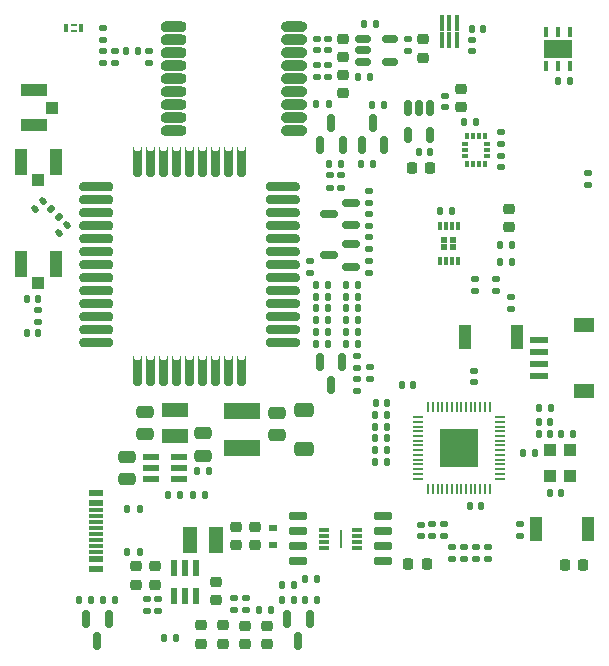
<source format=gbr>
%TF.GenerationSoftware,KiCad,Pcbnew,6.0.11+dfsg-1*%
%TF.CreationDate,2023-11-18T19:22:10+05:30*%
%TF.ProjectId,c3rl-at-cr-beta-2,6333726c-2d61-4742-9d63-722d62657461,rev?*%
%TF.SameCoordinates,Original*%
%TF.FileFunction,Paste,Top*%
%TF.FilePolarity,Positive*%
%FSLAX46Y46*%
G04 Gerber Fmt 4.6, Leading zero omitted, Abs format (unit mm)*
G04 Created by KiCad (PCBNEW 6.0.11+dfsg-1) date 2023-11-18 19:22:10*
%MOMM*%
%LPD*%
G01*
G04 APERTURE LIST*
G04 Aperture macros list*
%AMRoundRect*
0 Rectangle with rounded corners*
0 $1 Rounding radius*
0 $2 $3 $4 $5 $6 $7 $8 $9 X,Y pos of 4 corners*
0 Add a 4 corners polygon primitive as box body*
4,1,4,$2,$3,$4,$5,$6,$7,$8,$9,$2,$3,0*
0 Add four circle primitives for the rounded corners*
1,1,$1+$1,$2,$3*
1,1,$1+$1,$4,$5*
1,1,$1+$1,$6,$7*
1,1,$1+$1,$8,$9*
0 Add four rect primitives between the rounded corners*
20,1,$1+$1,$2,$3,$4,$5,0*
20,1,$1+$1,$4,$5,$6,$7,0*
20,1,$1+$1,$6,$7,$8,$9,0*
20,1,$1+$1,$8,$9,$2,$3,0*%
G04 Aperture macros list end*
%ADD10C,0.000100*%
%ADD11RoundRect,0.135000X-0.185000X0.135000X-0.185000X-0.135000X0.185000X-0.135000X0.185000X0.135000X0*%
%ADD12R,0.406400X0.812800*%
%ADD13R,2.489200X1.600200*%
%ADD14RoundRect,0.140000X-0.170000X0.140000X-0.170000X-0.140000X0.170000X-0.140000X0.170000X0.140000X0*%
%ADD15RoundRect,0.135000X0.135000X0.185000X-0.135000X0.185000X-0.135000X-0.185000X0.135000X-0.185000X0*%
%ADD16R,1.000000X2.000000*%
%ADD17RoundRect,0.150000X0.587500X0.150000X-0.587500X0.150000X-0.587500X-0.150000X0.587500X-0.150000X0*%
%ADD18RoundRect,0.135000X-0.135000X-0.185000X0.135000X-0.185000X0.135000X0.185000X-0.135000X0.185000X0*%
%ADD19RoundRect,0.225000X0.225000X0.250000X-0.225000X0.250000X-0.225000X-0.250000X0.225000X-0.250000X0*%
%ADD20RoundRect,0.225000X0.250000X-0.225000X0.250000X0.225000X-0.250000X0.225000X-0.250000X-0.225000X0*%
%ADD21RoundRect,0.150000X-0.512500X-0.150000X0.512500X-0.150000X0.512500X0.150000X-0.512500X0.150000X0*%
%ADD22RoundRect,0.140000X0.170000X-0.140000X0.170000X0.140000X-0.170000X0.140000X-0.170000X-0.140000X0*%
%ADD23RoundRect,0.140000X-0.140000X-0.170000X0.140000X-0.170000X0.140000X0.170000X-0.140000X0.170000X0*%
%ADD24RoundRect,0.218750X0.256250X-0.218750X0.256250X0.218750X-0.256250X0.218750X-0.256250X-0.218750X0*%
%ADD25RoundRect,0.225000X-0.225000X-0.250000X0.225000X-0.250000X0.225000X0.250000X-0.225000X0.250000X0*%
%ADD26RoundRect,0.140000X0.140000X0.170000X-0.140000X0.170000X-0.140000X-0.170000X0.140000X-0.170000X0*%
%ADD27R,0.700000X0.600000*%
%ADD28R,3.020000X1.340000*%
%ADD29RoundRect,0.150000X-0.150000X0.587500X-0.150000X-0.587500X0.150000X-0.587500X0.150000X0.587500X0*%
%ADD30RoundRect,0.025600X0.134400X-0.594400X0.134400X0.594400X-0.134400X0.594400X-0.134400X-0.594400X0*%
%ADD31R,2.200000X1.200000*%
%ADD32RoundRect,0.135000X0.185000X-0.135000X0.185000X0.135000X-0.185000X0.135000X-0.185000X-0.135000X0*%
%ADD33R,1.100000X2.250000*%
%ADD34R,1.050000X1.100000*%
%ADD35RoundRect,0.147500X-0.172500X0.147500X-0.172500X-0.147500X0.172500X-0.147500X0.172500X0.147500X0*%
%ADD36R,0.350000X0.800000*%
%ADD37R,0.600000X0.260000*%
%ADD38R,1.150000X0.600000*%
%ADD39R,1.150000X0.300000*%
%ADD40RoundRect,0.250000X-0.475000X0.250000X-0.475000X-0.250000X0.475000X-0.250000X0.475000X0.250000X0*%
%ADD41RoundRect,0.140000X0.021213X-0.219203X0.219203X-0.021213X-0.021213X0.219203X-0.219203X0.021213X0*%
%ADD42R,0.200000X0.850000*%
%ADD43R,0.850000X0.200000*%
%ADD44R,3.200000X3.200000*%
%ADD45RoundRect,0.228000X-0.587000X0.342000X-0.587000X-0.342000X0.587000X-0.342000X0.587000X0.342000X0*%
%ADD46RoundRect,0.150000X0.650000X0.150000X-0.650000X0.150000X-0.650000X-0.150000X0.650000X-0.150000X0*%
%ADD47R,0.980000X1.100000*%
%ADD48RoundRect,0.225000X-0.250000X0.225000X-0.250000X-0.225000X0.250000X-0.225000X0.250000X0.225000X0*%
%ADD49R,0.600000X0.500000*%
%ADD50R,0.300000X0.750000*%
%ADD51R,0.900000X0.300000*%
%ADD52R,0.250000X1.650000*%
%ADD53RoundRect,0.147500X0.147500X0.172500X-0.147500X0.172500X-0.147500X-0.172500X0.147500X-0.172500X0*%
%ADD54RoundRect,0.147500X-0.226274X-0.017678X-0.017678X-0.226274X0.226274X0.017678X0.017678X0.226274X0*%
%ADD55RoundRect,0.150000X0.150000X-0.587500X0.150000X0.587500X-0.150000X0.587500X-0.150000X-0.587500X0*%
%ADD56R,2.250000X1.100000*%
%ADD57R,1.100000X1.050000*%
%ADD58R,0.590000X1.340000*%
%ADD59R,1.340000X0.590000*%
%ADD60R,1.200000X2.200000*%
%ADD61R,1.550000X0.600000*%
%ADD62R,1.800000X1.200000*%
%ADD63RoundRect,0.150000X-0.150000X0.512500X-0.150000X-0.512500X0.150000X-0.512500X0.150000X0.512500X0*%
%ADD64R,0.350000X0.610000*%
%ADD65R,0.610000X0.350000*%
G04 APERTURE END LIST*
%TO.C,U10*%
G36*
X76042000Y-79102000D02*
G01*
X76083000Y-79109000D01*
X76124000Y-79120000D01*
X76163000Y-79135000D01*
X76200000Y-79154000D01*
X76235000Y-79176000D01*
X76268000Y-79203000D01*
X76297000Y-79232000D01*
X76324000Y-79265000D01*
X76346000Y-79300000D01*
X76365000Y-79337000D01*
X76380000Y-79376000D01*
X76391000Y-79417000D01*
X76398000Y-79458000D01*
X76400000Y-79500000D01*
X76398000Y-79542000D01*
X76391000Y-79583000D01*
X76380000Y-79624000D01*
X76365000Y-79663000D01*
X76346000Y-79700000D01*
X76324000Y-79735000D01*
X76297000Y-79768000D01*
X76268000Y-79797000D01*
X76235000Y-79824000D01*
X76200000Y-79846000D01*
X76163000Y-79865000D01*
X76124000Y-79880000D01*
X76083000Y-79891000D01*
X76042000Y-79898000D01*
X76000000Y-79900000D01*
X74700000Y-79900000D01*
X74658000Y-79898000D01*
X74617000Y-79891000D01*
X74576000Y-79880000D01*
X74537000Y-79865000D01*
X74500000Y-79846000D01*
X74465000Y-79824000D01*
X74432000Y-79797000D01*
X74403000Y-79768000D01*
X74376000Y-79735000D01*
X74354000Y-79700000D01*
X74335000Y-79663000D01*
X74320000Y-79624000D01*
X74309000Y-79583000D01*
X74302000Y-79542000D01*
X74300000Y-79500000D01*
X74302000Y-79458000D01*
X74309000Y-79417000D01*
X74320000Y-79376000D01*
X74335000Y-79337000D01*
X74354000Y-79300000D01*
X74376000Y-79265000D01*
X74403000Y-79232000D01*
X74432000Y-79203000D01*
X74465000Y-79176000D01*
X74500000Y-79154000D01*
X74537000Y-79135000D01*
X74576000Y-79120000D01*
X74617000Y-79109000D01*
X74658000Y-79102000D01*
X74700000Y-79100000D01*
X76000000Y-79100000D01*
X76042000Y-79102000D01*
G37*
D10*
X76042000Y-79102000D02*
X76083000Y-79109000D01*
X76124000Y-79120000D01*
X76163000Y-79135000D01*
X76200000Y-79154000D01*
X76235000Y-79176000D01*
X76268000Y-79203000D01*
X76297000Y-79232000D01*
X76324000Y-79265000D01*
X76346000Y-79300000D01*
X76365000Y-79337000D01*
X76380000Y-79376000D01*
X76391000Y-79417000D01*
X76398000Y-79458000D01*
X76400000Y-79500000D01*
X76398000Y-79542000D01*
X76391000Y-79583000D01*
X76380000Y-79624000D01*
X76365000Y-79663000D01*
X76346000Y-79700000D01*
X76324000Y-79735000D01*
X76297000Y-79768000D01*
X76268000Y-79797000D01*
X76235000Y-79824000D01*
X76200000Y-79846000D01*
X76163000Y-79865000D01*
X76124000Y-79880000D01*
X76083000Y-79891000D01*
X76042000Y-79898000D01*
X76000000Y-79900000D01*
X74700000Y-79900000D01*
X74658000Y-79898000D01*
X74617000Y-79891000D01*
X74576000Y-79880000D01*
X74537000Y-79865000D01*
X74500000Y-79846000D01*
X74465000Y-79824000D01*
X74432000Y-79797000D01*
X74403000Y-79768000D01*
X74376000Y-79735000D01*
X74354000Y-79700000D01*
X74335000Y-79663000D01*
X74320000Y-79624000D01*
X74309000Y-79583000D01*
X74302000Y-79542000D01*
X74300000Y-79500000D01*
X74302000Y-79458000D01*
X74309000Y-79417000D01*
X74320000Y-79376000D01*
X74335000Y-79337000D01*
X74354000Y-79300000D01*
X74376000Y-79265000D01*
X74403000Y-79232000D01*
X74432000Y-79203000D01*
X74465000Y-79176000D01*
X74500000Y-79154000D01*
X74537000Y-79135000D01*
X74576000Y-79120000D01*
X74617000Y-79109000D01*
X74658000Y-79102000D01*
X74700000Y-79100000D01*
X76000000Y-79100000D01*
X76042000Y-79102000D01*
G36*
X65842000Y-79102000D02*
G01*
X65883000Y-79109000D01*
X65924000Y-79120000D01*
X65963000Y-79135000D01*
X66000000Y-79154000D01*
X66035000Y-79176000D01*
X66068000Y-79203000D01*
X66097000Y-79232000D01*
X66124000Y-79265000D01*
X66146000Y-79300000D01*
X66165000Y-79337000D01*
X66180000Y-79376000D01*
X66191000Y-79417000D01*
X66198000Y-79458000D01*
X66200000Y-79500000D01*
X66198000Y-79542000D01*
X66191000Y-79583000D01*
X66180000Y-79624000D01*
X66165000Y-79663000D01*
X66146000Y-79700000D01*
X66124000Y-79735000D01*
X66097000Y-79768000D01*
X66068000Y-79797000D01*
X66035000Y-79824000D01*
X66000000Y-79846000D01*
X65963000Y-79865000D01*
X65924000Y-79880000D01*
X65883000Y-79891000D01*
X65842000Y-79898000D01*
X65800000Y-79900000D01*
X64500000Y-79900000D01*
X64458000Y-79898000D01*
X64417000Y-79891000D01*
X64376000Y-79880000D01*
X64337000Y-79865000D01*
X64300000Y-79846000D01*
X64265000Y-79824000D01*
X64232000Y-79797000D01*
X64203000Y-79768000D01*
X64176000Y-79735000D01*
X64154000Y-79700000D01*
X64135000Y-79663000D01*
X64120000Y-79624000D01*
X64109000Y-79583000D01*
X64102000Y-79542000D01*
X64100000Y-79500000D01*
X64102000Y-79458000D01*
X64109000Y-79417000D01*
X64120000Y-79376000D01*
X64135000Y-79337000D01*
X64154000Y-79300000D01*
X64176000Y-79265000D01*
X64203000Y-79232000D01*
X64232000Y-79203000D01*
X64265000Y-79176000D01*
X64300000Y-79154000D01*
X64337000Y-79135000D01*
X64376000Y-79120000D01*
X64417000Y-79109000D01*
X64458000Y-79102000D01*
X64500000Y-79100000D01*
X65800000Y-79100000D01*
X65842000Y-79102000D01*
G37*
X65842000Y-79102000D02*
X65883000Y-79109000D01*
X65924000Y-79120000D01*
X65963000Y-79135000D01*
X66000000Y-79154000D01*
X66035000Y-79176000D01*
X66068000Y-79203000D01*
X66097000Y-79232000D01*
X66124000Y-79265000D01*
X66146000Y-79300000D01*
X66165000Y-79337000D01*
X66180000Y-79376000D01*
X66191000Y-79417000D01*
X66198000Y-79458000D01*
X66200000Y-79500000D01*
X66198000Y-79542000D01*
X66191000Y-79583000D01*
X66180000Y-79624000D01*
X66165000Y-79663000D01*
X66146000Y-79700000D01*
X66124000Y-79735000D01*
X66097000Y-79768000D01*
X66068000Y-79797000D01*
X66035000Y-79824000D01*
X66000000Y-79846000D01*
X65963000Y-79865000D01*
X65924000Y-79880000D01*
X65883000Y-79891000D01*
X65842000Y-79898000D01*
X65800000Y-79900000D01*
X64500000Y-79900000D01*
X64458000Y-79898000D01*
X64417000Y-79891000D01*
X64376000Y-79880000D01*
X64337000Y-79865000D01*
X64300000Y-79846000D01*
X64265000Y-79824000D01*
X64232000Y-79797000D01*
X64203000Y-79768000D01*
X64176000Y-79735000D01*
X64154000Y-79700000D01*
X64135000Y-79663000D01*
X64120000Y-79624000D01*
X64109000Y-79583000D01*
X64102000Y-79542000D01*
X64100000Y-79500000D01*
X64102000Y-79458000D01*
X64109000Y-79417000D01*
X64120000Y-79376000D01*
X64135000Y-79337000D01*
X64154000Y-79300000D01*
X64176000Y-79265000D01*
X64203000Y-79232000D01*
X64232000Y-79203000D01*
X64265000Y-79176000D01*
X64300000Y-79154000D01*
X64337000Y-79135000D01*
X64376000Y-79120000D01*
X64417000Y-79109000D01*
X64458000Y-79102000D01*
X64500000Y-79100000D01*
X65800000Y-79100000D01*
X65842000Y-79102000D01*
G36*
X65842000Y-76902000D02*
G01*
X65883000Y-76909000D01*
X65924000Y-76920000D01*
X65963000Y-76935000D01*
X66000000Y-76954000D01*
X66035000Y-76976000D01*
X66068000Y-77003000D01*
X66097000Y-77032000D01*
X66124000Y-77065000D01*
X66146000Y-77100000D01*
X66165000Y-77137000D01*
X66180000Y-77176000D01*
X66191000Y-77217000D01*
X66198000Y-77258000D01*
X66200000Y-77300000D01*
X66198000Y-77342000D01*
X66191000Y-77383000D01*
X66180000Y-77424000D01*
X66165000Y-77463000D01*
X66146000Y-77500000D01*
X66124000Y-77535000D01*
X66097000Y-77568000D01*
X66068000Y-77597000D01*
X66035000Y-77624000D01*
X66000000Y-77646000D01*
X65963000Y-77665000D01*
X65924000Y-77680000D01*
X65883000Y-77691000D01*
X65842000Y-77698000D01*
X65800000Y-77700000D01*
X64500000Y-77700000D01*
X64458000Y-77698000D01*
X64417000Y-77691000D01*
X64376000Y-77680000D01*
X64337000Y-77665000D01*
X64300000Y-77646000D01*
X64265000Y-77624000D01*
X64232000Y-77597000D01*
X64203000Y-77568000D01*
X64176000Y-77535000D01*
X64154000Y-77500000D01*
X64135000Y-77463000D01*
X64120000Y-77424000D01*
X64109000Y-77383000D01*
X64102000Y-77342000D01*
X64100000Y-77300000D01*
X64102000Y-77258000D01*
X64109000Y-77217000D01*
X64120000Y-77176000D01*
X64135000Y-77137000D01*
X64154000Y-77100000D01*
X64176000Y-77065000D01*
X64203000Y-77032000D01*
X64232000Y-77003000D01*
X64265000Y-76976000D01*
X64300000Y-76954000D01*
X64337000Y-76935000D01*
X64376000Y-76920000D01*
X64417000Y-76909000D01*
X64458000Y-76902000D01*
X64500000Y-76900000D01*
X65800000Y-76900000D01*
X65842000Y-76902000D01*
G37*
X65842000Y-76902000D02*
X65883000Y-76909000D01*
X65924000Y-76920000D01*
X65963000Y-76935000D01*
X66000000Y-76954000D01*
X66035000Y-76976000D01*
X66068000Y-77003000D01*
X66097000Y-77032000D01*
X66124000Y-77065000D01*
X66146000Y-77100000D01*
X66165000Y-77137000D01*
X66180000Y-77176000D01*
X66191000Y-77217000D01*
X66198000Y-77258000D01*
X66200000Y-77300000D01*
X66198000Y-77342000D01*
X66191000Y-77383000D01*
X66180000Y-77424000D01*
X66165000Y-77463000D01*
X66146000Y-77500000D01*
X66124000Y-77535000D01*
X66097000Y-77568000D01*
X66068000Y-77597000D01*
X66035000Y-77624000D01*
X66000000Y-77646000D01*
X65963000Y-77665000D01*
X65924000Y-77680000D01*
X65883000Y-77691000D01*
X65842000Y-77698000D01*
X65800000Y-77700000D01*
X64500000Y-77700000D01*
X64458000Y-77698000D01*
X64417000Y-77691000D01*
X64376000Y-77680000D01*
X64337000Y-77665000D01*
X64300000Y-77646000D01*
X64265000Y-77624000D01*
X64232000Y-77597000D01*
X64203000Y-77568000D01*
X64176000Y-77535000D01*
X64154000Y-77500000D01*
X64135000Y-77463000D01*
X64120000Y-77424000D01*
X64109000Y-77383000D01*
X64102000Y-77342000D01*
X64100000Y-77300000D01*
X64102000Y-77258000D01*
X64109000Y-77217000D01*
X64120000Y-77176000D01*
X64135000Y-77137000D01*
X64154000Y-77100000D01*
X64176000Y-77065000D01*
X64203000Y-77032000D01*
X64232000Y-77003000D01*
X64265000Y-76976000D01*
X64300000Y-76954000D01*
X64337000Y-76935000D01*
X64376000Y-76920000D01*
X64417000Y-76909000D01*
X64458000Y-76902000D01*
X64500000Y-76900000D01*
X65800000Y-76900000D01*
X65842000Y-76902000D01*
G36*
X65842000Y-78002000D02*
G01*
X65883000Y-78009000D01*
X65924000Y-78020000D01*
X65963000Y-78035000D01*
X66000000Y-78054000D01*
X66035000Y-78076000D01*
X66068000Y-78103000D01*
X66097000Y-78132000D01*
X66124000Y-78165000D01*
X66146000Y-78200000D01*
X66165000Y-78237000D01*
X66180000Y-78276000D01*
X66191000Y-78317000D01*
X66198000Y-78358000D01*
X66200000Y-78400000D01*
X66198000Y-78442000D01*
X66191000Y-78483000D01*
X66180000Y-78524000D01*
X66165000Y-78563000D01*
X66146000Y-78600000D01*
X66124000Y-78635000D01*
X66097000Y-78668000D01*
X66068000Y-78697000D01*
X66035000Y-78724000D01*
X66000000Y-78746000D01*
X65963000Y-78765000D01*
X65924000Y-78780000D01*
X65883000Y-78791000D01*
X65842000Y-78798000D01*
X65800000Y-78800000D01*
X64500000Y-78800000D01*
X64458000Y-78798000D01*
X64417000Y-78791000D01*
X64376000Y-78780000D01*
X64337000Y-78765000D01*
X64300000Y-78746000D01*
X64265000Y-78724000D01*
X64232000Y-78697000D01*
X64203000Y-78668000D01*
X64176000Y-78635000D01*
X64154000Y-78600000D01*
X64135000Y-78563000D01*
X64120000Y-78524000D01*
X64109000Y-78483000D01*
X64102000Y-78442000D01*
X64100000Y-78400000D01*
X64102000Y-78358000D01*
X64109000Y-78317000D01*
X64120000Y-78276000D01*
X64135000Y-78237000D01*
X64154000Y-78200000D01*
X64176000Y-78165000D01*
X64203000Y-78132000D01*
X64232000Y-78103000D01*
X64265000Y-78076000D01*
X64300000Y-78054000D01*
X64337000Y-78035000D01*
X64376000Y-78020000D01*
X64417000Y-78009000D01*
X64458000Y-78002000D01*
X64500000Y-78000000D01*
X65800000Y-78000000D01*
X65842000Y-78002000D01*
G37*
X65842000Y-78002000D02*
X65883000Y-78009000D01*
X65924000Y-78020000D01*
X65963000Y-78035000D01*
X66000000Y-78054000D01*
X66035000Y-78076000D01*
X66068000Y-78103000D01*
X66097000Y-78132000D01*
X66124000Y-78165000D01*
X66146000Y-78200000D01*
X66165000Y-78237000D01*
X66180000Y-78276000D01*
X66191000Y-78317000D01*
X66198000Y-78358000D01*
X66200000Y-78400000D01*
X66198000Y-78442000D01*
X66191000Y-78483000D01*
X66180000Y-78524000D01*
X66165000Y-78563000D01*
X66146000Y-78600000D01*
X66124000Y-78635000D01*
X66097000Y-78668000D01*
X66068000Y-78697000D01*
X66035000Y-78724000D01*
X66000000Y-78746000D01*
X65963000Y-78765000D01*
X65924000Y-78780000D01*
X65883000Y-78791000D01*
X65842000Y-78798000D01*
X65800000Y-78800000D01*
X64500000Y-78800000D01*
X64458000Y-78798000D01*
X64417000Y-78791000D01*
X64376000Y-78780000D01*
X64337000Y-78765000D01*
X64300000Y-78746000D01*
X64265000Y-78724000D01*
X64232000Y-78697000D01*
X64203000Y-78668000D01*
X64176000Y-78635000D01*
X64154000Y-78600000D01*
X64135000Y-78563000D01*
X64120000Y-78524000D01*
X64109000Y-78483000D01*
X64102000Y-78442000D01*
X64100000Y-78400000D01*
X64102000Y-78358000D01*
X64109000Y-78317000D01*
X64120000Y-78276000D01*
X64135000Y-78237000D01*
X64154000Y-78200000D01*
X64176000Y-78165000D01*
X64203000Y-78132000D01*
X64232000Y-78103000D01*
X64265000Y-78076000D01*
X64300000Y-78054000D01*
X64337000Y-78035000D01*
X64376000Y-78020000D01*
X64417000Y-78009000D01*
X64458000Y-78002000D01*
X64500000Y-78000000D01*
X65800000Y-78000000D01*
X65842000Y-78002000D01*
G36*
X65842000Y-83502000D02*
G01*
X65883000Y-83509000D01*
X65924000Y-83520000D01*
X65963000Y-83535000D01*
X66000000Y-83554000D01*
X66035000Y-83576000D01*
X66068000Y-83603000D01*
X66097000Y-83632000D01*
X66124000Y-83665000D01*
X66146000Y-83700000D01*
X66165000Y-83737000D01*
X66180000Y-83776000D01*
X66191000Y-83817000D01*
X66198000Y-83858000D01*
X66200000Y-83900000D01*
X66198000Y-83942000D01*
X66191000Y-83983000D01*
X66180000Y-84024000D01*
X66165000Y-84063000D01*
X66146000Y-84100000D01*
X66124000Y-84135000D01*
X66097000Y-84168000D01*
X66068000Y-84197000D01*
X66035000Y-84224000D01*
X66000000Y-84246000D01*
X65963000Y-84265000D01*
X65924000Y-84280000D01*
X65883000Y-84291000D01*
X65842000Y-84298000D01*
X65800000Y-84300000D01*
X64500000Y-84300000D01*
X64458000Y-84298000D01*
X64417000Y-84291000D01*
X64376000Y-84280000D01*
X64337000Y-84265000D01*
X64300000Y-84246000D01*
X64265000Y-84224000D01*
X64232000Y-84197000D01*
X64203000Y-84168000D01*
X64176000Y-84135000D01*
X64154000Y-84100000D01*
X64135000Y-84063000D01*
X64120000Y-84024000D01*
X64109000Y-83983000D01*
X64102000Y-83942000D01*
X64100000Y-83900000D01*
X64102000Y-83858000D01*
X64109000Y-83817000D01*
X64120000Y-83776000D01*
X64135000Y-83737000D01*
X64154000Y-83700000D01*
X64176000Y-83665000D01*
X64203000Y-83632000D01*
X64232000Y-83603000D01*
X64265000Y-83576000D01*
X64300000Y-83554000D01*
X64337000Y-83535000D01*
X64376000Y-83520000D01*
X64417000Y-83509000D01*
X64458000Y-83502000D01*
X64500000Y-83500000D01*
X65800000Y-83500000D01*
X65842000Y-83502000D01*
G37*
X65842000Y-83502000D02*
X65883000Y-83509000D01*
X65924000Y-83520000D01*
X65963000Y-83535000D01*
X66000000Y-83554000D01*
X66035000Y-83576000D01*
X66068000Y-83603000D01*
X66097000Y-83632000D01*
X66124000Y-83665000D01*
X66146000Y-83700000D01*
X66165000Y-83737000D01*
X66180000Y-83776000D01*
X66191000Y-83817000D01*
X66198000Y-83858000D01*
X66200000Y-83900000D01*
X66198000Y-83942000D01*
X66191000Y-83983000D01*
X66180000Y-84024000D01*
X66165000Y-84063000D01*
X66146000Y-84100000D01*
X66124000Y-84135000D01*
X66097000Y-84168000D01*
X66068000Y-84197000D01*
X66035000Y-84224000D01*
X66000000Y-84246000D01*
X65963000Y-84265000D01*
X65924000Y-84280000D01*
X65883000Y-84291000D01*
X65842000Y-84298000D01*
X65800000Y-84300000D01*
X64500000Y-84300000D01*
X64458000Y-84298000D01*
X64417000Y-84291000D01*
X64376000Y-84280000D01*
X64337000Y-84265000D01*
X64300000Y-84246000D01*
X64265000Y-84224000D01*
X64232000Y-84197000D01*
X64203000Y-84168000D01*
X64176000Y-84135000D01*
X64154000Y-84100000D01*
X64135000Y-84063000D01*
X64120000Y-84024000D01*
X64109000Y-83983000D01*
X64102000Y-83942000D01*
X64100000Y-83900000D01*
X64102000Y-83858000D01*
X64109000Y-83817000D01*
X64120000Y-83776000D01*
X64135000Y-83737000D01*
X64154000Y-83700000D01*
X64176000Y-83665000D01*
X64203000Y-83632000D01*
X64232000Y-83603000D01*
X64265000Y-83576000D01*
X64300000Y-83554000D01*
X64337000Y-83535000D01*
X64376000Y-83520000D01*
X64417000Y-83509000D01*
X64458000Y-83502000D01*
X64500000Y-83500000D01*
X65800000Y-83500000D01*
X65842000Y-83502000D01*
G36*
X76042000Y-74702000D02*
G01*
X76083000Y-74709000D01*
X76124000Y-74720000D01*
X76163000Y-74735000D01*
X76200000Y-74754000D01*
X76235000Y-74776000D01*
X76268000Y-74803000D01*
X76297000Y-74832000D01*
X76324000Y-74865000D01*
X76346000Y-74900000D01*
X76365000Y-74937000D01*
X76380000Y-74976000D01*
X76391000Y-75017000D01*
X76398000Y-75058000D01*
X76400000Y-75100000D01*
X76398000Y-75142000D01*
X76391000Y-75183000D01*
X76380000Y-75224000D01*
X76365000Y-75263000D01*
X76346000Y-75300000D01*
X76324000Y-75335000D01*
X76297000Y-75368000D01*
X76268000Y-75397000D01*
X76235000Y-75424000D01*
X76200000Y-75446000D01*
X76163000Y-75465000D01*
X76124000Y-75480000D01*
X76083000Y-75491000D01*
X76042000Y-75498000D01*
X76000000Y-75500000D01*
X74700000Y-75500000D01*
X74658000Y-75498000D01*
X74617000Y-75491000D01*
X74576000Y-75480000D01*
X74537000Y-75465000D01*
X74500000Y-75446000D01*
X74465000Y-75424000D01*
X74432000Y-75397000D01*
X74403000Y-75368000D01*
X74376000Y-75335000D01*
X74354000Y-75300000D01*
X74335000Y-75263000D01*
X74320000Y-75224000D01*
X74309000Y-75183000D01*
X74302000Y-75142000D01*
X74300000Y-75100000D01*
X74302000Y-75058000D01*
X74309000Y-75017000D01*
X74320000Y-74976000D01*
X74335000Y-74937000D01*
X74354000Y-74900000D01*
X74376000Y-74865000D01*
X74403000Y-74832000D01*
X74432000Y-74803000D01*
X74465000Y-74776000D01*
X74500000Y-74754000D01*
X74537000Y-74735000D01*
X74576000Y-74720000D01*
X74617000Y-74709000D01*
X74658000Y-74702000D01*
X74700000Y-74700000D01*
X76000000Y-74700000D01*
X76042000Y-74702000D01*
G37*
X76042000Y-74702000D02*
X76083000Y-74709000D01*
X76124000Y-74720000D01*
X76163000Y-74735000D01*
X76200000Y-74754000D01*
X76235000Y-74776000D01*
X76268000Y-74803000D01*
X76297000Y-74832000D01*
X76324000Y-74865000D01*
X76346000Y-74900000D01*
X76365000Y-74937000D01*
X76380000Y-74976000D01*
X76391000Y-75017000D01*
X76398000Y-75058000D01*
X76400000Y-75100000D01*
X76398000Y-75142000D01*
X76391000Y-75183000D01*
X76380000Y-75224000D01*
X76365000Y-75263000D01*
X76346000Y-75300000D01*
X76324000Y-75335000D01*
X76297000Y-75368000D01*
X76268000Y-75397000D01*
X76235000Y-75424000D01*
X76200000Y-75446000D01*
X76163000Y-75465000D01*
X76124000Y-75480000D01*
X76083000Y-75491000D01*
X76042000Y-75498000D01*
X76000000Y-75500000D01*
X74700000Y-75500000D01*
X74658000Y-75498000D01*
X74617000Y-75491000D01*
X74576000Y-75480000D01*
X74537000Y-75465000D01*
X74500000Y-75446000D01*
X74465000Y-75424000D01*
X74432000Y-75397000D01*
X74403000Y-75368000D01*
X74376000Y-75335000D01*
X74354000Y-75300000D01*
X74335000Y-75263000D01*
X74320000Y-75224000D01*
X74309000Y-75183000D01*
X74302000Y-75142000D01*
X74300000Y-75100000D01*
X74302000Y-75058000D01*
X74309000Y-75017000D01*
X74320000Y-74976000D01*
X74335000Y-74937000D01*
X74354000Y-74900000D01*
X74376000Y-74865000D01*
X74403000Y-74832000D01*
X74432000Y-74803000D01*
X74465000Y-74776000D01*
X74500000Y-74754000D01*
X74537000Y-74735000D01*
X74576000Y-74720000D01*
X74617000Y-74709000D01*
X74658000Y-74702000D01*
X74700000Y-74700000D01*
X76000000Y-74700000D01*
X76042000Y-74702000D01*
G36*
X65842000Y-81302000D02*
G01*
X65883000Y-81309000D01*
X65924000Y-81320000D01*
X65963000Y-81335000D01*
X66000000Y-81354000D01*
X66035000Y-81376000D01*
X66068000Y-81403000D01*
X66097000Y-81432000D01*
X66124000Y-81465000D01*
X66146000Y-81500000D01*
X66165000Y-81537000D01*
X66180000Y-81576000D01*
X66191000Y-81617000D01*
X66198000Y-81658000D01*
X66200000Y-81700000D01*
X66198000Y-81742000D01*
X66191000Y-81783000D01*
X66180000Y-81824000D01*
X66165000Y-81863000D01*
X66146000Y-81900000D01*
X66124000Y-81935000D01*
X66097000Y-81968000D01*
X66068000Y-81997000D01*
X66035000Y-82024000D01*
X66000000Y-82046000D01*
X65963000Y-82065000D01*
X65924000Y-82080000D01*
X65883000Y-82091000D01*
X65842000Y-82098000D01*
X65800000Y-82100000D01*
X64500000Y-82100000D01*
X64458000Y-82098000D01*
X64417000Y-82091000D01*
X64376000Y-82080000D01*
X64337000Y-82065000D01*
X64300000Y-82046000D01*
X64265000Y-82024000D01*
X64232000Y-81997000D01*
X64203000Y-81968000D01*
X64176000Y-81935000D01*
X64154000Y-81900000D01*
X64135000Y-81863000D01*
X64120000Y-81824000D01*
X64109000Y-81783000D01*
X64102000Y-81742000D01*
X64100000Y-81700000D01*
X64102000Y-81658000D01*
X64109000Y-81617000D01*
X64120000Y-81576000D01*
X64135000Y-81537000D01*
X64154000Y-81500000D01*
X64176000Y-81465000D01*
X64203000Y-81432000D01*
X64232000Y-81403000D01*
X64265000Y-81376000D01*
X64300000Y-81354000D01*
X64337000Y-81335000D01*
X64376000Y-81320000D01*
X64417000Y-81309000D01*
X64458000Y-81302000D01*
X64500000Y-81300000D01*
X65800000Y-81300000D01*
X65842000Y-81302000D01*
G37*
X65842000Y-81302000D02*
X65883000Y-81309000D01*
X65924000Y-81320000D01*
X65963000Y-81335000D01*
X66000000Y-81354000D01*
X66035000Y-81376000D01*
X66068000Y-81403000D01*
X66097000Y-81432000D01*
X66124000Y-81465000D01*
X66146000Y-81500000D01*
X66165000Y-81537000D01*
X66180000Y-81576000D01*
X66191000Y-81617000D01*
X66198000Y-81658000D01*
X66200000Y-81700000D01*
X66198000Y-81742000D01*
X66191000Y-81783000D01*
X66180000Y-81824000D01*
X66165000Y-81863000D01*
X66146000Y-81900000D01*
X66124000Y-81935000D01*
X66097000Y-81968000D01*
X66068000Y-81997000D01*
X66035000Y-82024000D01*
X66000000Y-82046000D01*
X65963000Y-82065000D01*
X65924000Y-82080000D01*
X65883000Y-82091000D01*
X65842000Y-82098000D01*
X65800000Y-82100000D01*
X64500000Y-82100000D01*
X64458000Y-82098000D01*
X64417000Y-82091000D01*
X64376000Y-82080000D01*
X64337000Y-82065000D01*
X64300000Y-82046000D01*
X64265000Y-82024000D01*
X64232000Y-81997000D01*
X64203000Y-81968000D01*
X64176000Y-81935000D01*
X64154000Y-81900000D01*
X64135000Y-81863000D01*
X64120000Y-81824000D01*
X64109000Y-81783000D01*
X64102000Y-81742000D01*
X64100000Y-81700000D01*
X64102000Y-81658000D01*
X64109000Y-81617000D01*
X64120000Y-81576000D01*
X64135000Y-81537000D01*
X64154000Y-81500000D01*
X64176000Y-81465000D01*
X64203000Y-81432000D01*
X64232000Y-81403000D01*
X64265000Y-81376000D01*
X64300000Y-81354000D01*
X64337000Y-81335000D01*
X64376000Y-81320000D01*
X64417000Y-81309000D01*
X64458000Y-81302000D01*
X64500000Y-81300000D01*
X65800000Y-81300000D01*
X65842000Y-81302000D01*
G36*
X76042000Y-76902000D02*
G01*
X76083000Y-76909000D01*
X76124000Y-76920000D01*
X76163000Y-76935000D01*
X76200000Y-76954000D01*
X76235000Y-76976000D01*
X76268000Y-77003000D01*
X76297000Y-77032000D01*
X76324000Y-77065000D01*
X76346000Y-77100000D01*
X76365000Y-77137000D01*
X76380000Y-77176000D01*
X76391000Y-77217000D01*
X76398000Y-77258000D01*
X76400000Y-77300000D01*
X76398000Y-77342000D01*
X76391000Y-77383000D01*
X76380000Y-77424000D01*
X76365000Y-77463000D01*
X76346000Y-77500000D01*
X76324000Y-77535000D01*
X76297000Y-77568000D01*
X76268000Y-77597000D01*
X76235000Y-77624000D01*
X76200000Y-77646000D01*
X76163000Y-77665000D01*
X76124000Y-77680000D01*
X76083000Y-77691000D01*
X76042000Y-77698000D01*
X76000000Y-77700000D01*
X74700000Y-77700000D01*
X74658000Y-77698000D01*
X74617000Y-77691000D01*
X74576000Y-77680000D01*
X74537000Y-77665000D01*
X74500000Y-77646000D01*
X74465000Y-77624000D01*
X74432000Y-77597000D01*
X74403000Y-77568000D01*
X74376000Y-77535000D01*
X74354000Y-77500000D01*
X74335000Y-77463000D01*
X74320000Y-77424000D01*
X74309000Y-77383000D01*
X74302000Y-77342000D01*
X74300000Y-77300000D01*
X74302000Y-77258000D01*
X74309000Y-77217000D01*
X74320000Y-77176000D01*
X74335000Y-77137000D01*
X74354000Y-77100000D01*
X74376000Y-77065000D01*
X74403000Y-77032000D01*
X74432000Y-77003000D01*
X74465000Y-76976000D01*
X74500000Y-76954000D01*
X74537000Y-76935000D01*
X74576000Y-76920000D01*
X74617000Y-76909000D01*
X74658000Y-76902000D01*
X74700000Y-76900000D01*
X76000000Y-76900000D01*
X76042000Y-76902000D01*
G37*
X76042000Y-76902000D02*
X76083000Y-76909000D01*
X76124000Y-76920000D01*
X76163000Y-76935000D01*
X76200000Y-76954000D01*
X76235000Y-76976000D01*
X76268000Y-77003000D01*
X76297000Y-77032000D01*
X76324000Y-77065000D01*
X76346000Y-77100000D01*
X76365000Y-77137000D01*
X76380000Y-77176000D01*
X76391000Y-77217000D01*
X76398000Y-77258000D01*
X76400000Y-77300000D01*
X76398000Y-77342000D01*
X76391000Y-77383000D01*
X76380000Y-77424000D01*
X76365000Y-77463000D01*
X76346000Y-77500000D01*
X76324000Y-77535000D01*
X76297000Y-77568000D01*
X76268000Y-77597000D01*
X76235000Y-77624000D01*
X76200000Y-77646000D01*
X76163000Y-77665000D01*
X76124000Y-77680000D01*
X76083000Y-77691000D01*
X76042000Y-77698000D01*
X76000000Y-77700000D01*
X74700000Y-77700000D01*
X74658000Y-77698000D01*
X74617000Y-77691000D01*
X74576000Y-77680000D01*
X74537000Y-77665000D01*
X74500000Y-77646000D01*
X74465000Y-77624000D01*
X74432000Y-77597000D01*
X74403000Y-77568000D01*
X74376000Y-77535000D01*
X74354000Y-77500000D01*
X74335000Y-77463000D01*
X74320000Y-77424000D01*
X74309000Y-77383000D01*
X74302000Y-77342000D01*
X74300000Y-77300000D01*
X74302000Y-77258000D01*
X74309000Y-77217000D01*
X74320000Y-77176000D01*
X74335000Y-77137000D01*
X74354000Y-77100000D01*
X74376000Y-77065000D01*
X74403000Y-77032000D01*
X74432000Y-77003000D01*
X74465000Y-76976000D01*
X74500000Y-76954000D01*
X74537000Y-76935000D01*
X74576000Y-76920000D01*
X74617000Y-76909000D01*
X74658000Y-76902000D01*
X74700000Y-76900000D01*
X76000000Y-76900000D01*
X76042000Y-76902000D01*
G36*
X65842000Y-75802000D02*
G01*
X65883000Y-75809000D01*
X65924000Y-75820000D01*
X65963000Y-75835000D01*
X66000000Y-75854000D01*
X66035000Y-75876000D01*
X66068000Y-75903000D01*
X66097000Y-75932000D01*
X66124000Y-75965000D01*
X66146000Y-76000000D01*
X66165000Y-76037000D01*
X66180000Y-76076000D01*
X66191000Y-76117000D01*
X66198000Y-76158000D01*
X66200000Y-76200000D01*
X66198000Y-76242000D01*
X66191000Y-76283000D01*
X66180000Y-76324000D01*
X66165000Y-76363000D01*
X66146000Y-76400000D01*
X66124000Y-76435000D01*
X66097000Y-76468000D01*
X66068000Y-76497000D01*
X66035000Y-76524000D01*
X66000000Y-76546000D01*
X65963000Y-76565000D01*
X65924000Y-76580000D01*
X65883000Y-76591000D01*
X65842000Y-76598000D01*
X65800000Y-76600000D01*
X64500000Y-76600000D01*
X64458000Y-76598000D01*
X64417000Y-76591000D01*
X64376000Y-76580000D01*
X64337000Y-76565000D01*
X64300000Y-76546000D01*
X64265000Y-76524000D01*
X64232000Y-76497000D01*
X64203000Y-76468000D01*
X64176000Y-76435000D01*
X64154000Y-76400000D01*
X64135000Y-76363000D01*
X64120000Y-76324000D01*
X64109000Y-76283000D01*
X64102000Y-76242000D01*
X64100000Y-76200000D01*
X64102000Y-76158000D01*
X64109000Y-76117000D01*
X64120000Y-76076000D01*
X64135000Y-76037000D01*
X64154000Y-76000000D01*
X64176000Y-75965000D01*
X64203000Y-75932000D01*
X64232000Y-75903000D01*
X64265000Y-75876000D01*
X64300000Y-75854000D01*
X64337000Y-75835000D01*
X64376000Y-75820000D01*
X64417000Y-75809000D01*
X64458000Y-75802000D01*
X64500000Y-75800000D01*
X65800000Y-75800000D01*
X65842000Y-75802000D01*
G37*
X65842000Y-75802000D02*
X65883000Y-75809000D01*
X65924000Y-75820000D01*
X65963000Y-75835000D01*
X66000000Y-75854000D01*
X66035000Y-75876000D01*
X66068000Y-75903000D01*
X66097000Y-75932000D01*
X66124000Y-75965000D01*
X66146000Y-76000000D01*
X66165000Y-76037000D01*
X66180000Y-76076000D01*
X66191000Y-76117000D01*
X66198000Y-76158000D01*
X66200000Y-76200000D01*
X66198000Y-76242000D01*
X66191000Y-76283000D01*
X66180000Y-76324000D01*
X66165000Y-76363000D01*
X66146000Y-76400000D01*
X66124000Y-76435000D01*
X66097000Y-76468000D01*
X66068000Y-76497000D01*
X66035000Y-76524000D01*
X66000000Y-76546000D01*
X65963000Y-76565000D01*
X65924000Y-76580000D01*
X65883000Y-76591000D01*
X65842000Y-76598000D01*
X65800000Y-76600000D01*
X64500000Y-76600000D01*
X64458000Y-76598000D01*
X64417000Y-76591000D01*
X64376000Y-76580000D01*
X64337000Y-76565000D01*
X64300000Y-76546000D01*
X64265000Y-76524000D01*
X64232000Y-76497000D01*
X64203000Y-76468000D01*
X64176000Y-76435000D01*
X64154000Y-76400000D01*
X64135000Y-76363000D01*
X64120000Y-76324000D01*
X64109000Y-76283000D01*
X64102000Y-76242000D01*
X64100000Y-76200000D01*
X64102000Y-76158000D01*
X64109000Y-76117000D01*
X64120000Y-76076000D01*
X64135000Y-76037000D01*
X64154000Y-76000000D01*
X64176000Y-75965000D01*
X64203000Y-75932000D01*
X64232000Y-75903000D01*
X64265000Y-75876000D01*
X64300000Y-75854000D01*
X64337000Y-75835000D01*
X64376000Y-75820000D01*
X64417000Y-75809000D01*
X64458000Y-75802000D01*
X64500000Y-75800000D01*
X65800000Y-75800000D01*
X65842000Y-75802000D01*
G36*
X76042000Y-75802000D02*
G01*
X76083000Y-75809000D01*
X76124000Y-75820000D01*
X76163000Y-75835000D01*
X76200000Y-75854000D01*
X76235000Y-75876000D01*
X76268000Y-75903000D01*
X76297000Y-75932000D01*
X76324000Y-75965000D01*
X76346000Y-76000000D01*
X76365000Y-76037000D01*
X76380000Y-76076000D01*
X76391000Y-76117000D01*
X76398000Y-76158000D01*
X76400000Y-76200000D01*
X76398000Y-76242000D01*
X76391000Y-76283000D01*
X76380000Y-76324000D01*
X76365000Y-76363000D01*
X76346000Y-76400000D01*
X76324000Y-76435000D01*
X76297000Y-76468000D01*
X76268000Y-76497000D01*
X76235000Y-76524000D01*
X76200000Y-76546000D01*
X76163000Y-76565000D01*
X76124000Y-76580000D01*
X76083000Y-76591000D01*
X76042000Y-76598000D01*
X76000000Y-76600000D01*
X74700000Y-76600000D01*
X74658000Y-76598000D01*
X74617000Y-76591000D01*
X74576000Y-76580000D01*
X74537000Y-76565000D01*
X74500000Y-76546000D01*
X74465000Y-76524000D01*
X74432000Y-76497000D01*
X74403000Y-76468000D01*
X74376000Y-76435000D01*
X74354000Y-76400000D01*
X74335000Y-76363000D01*
X74320000Y-76324000D01*
X74309000Y-76283000D01*
X74302000Y-76242000D01*
X74300000Y-76200000D01*
X74302000Y-76158000D01*
X74309000Y-76117000D01*
X74320000Y-76076000D01*
X74335000Y-76037000D01*
X74354000Y-76000000D01*
X74376000Y-75965000D01*
X74403000Y-75932000D01*
X74432000Y-75903000D01*
X74465000Y-75876000D01*
X74500000Y-75854000D01*
X74537000Y-75835000D01*
X74576000Y-75820000D01*
X74617000Y-75809000D01*
X74658000Y-75802000D01*
X74700000Y-75800000D01*
X76000000Y-75800000D01*
X76042000Y-75802000D01*
G37*
X76042000Y-75802000D02*
X76083000Y-75809000D01*
X76124000Y-75820000D01*
X76163000Y-75835000D01*
X76200000Y-75854000D01*
X76235000Y-75876000D01*
X76268000Y-75903000D01*
X76297000Y-75932000D01*
X76324000Y-75965000D01*
X76346000Y-76000000D01*
X76365000Y-76037000D01*
X76380000Y-76076000D01*
X76391000Y-76117000D01*
X76398000Y-76158000D01*
X76400000Y-76200000D01*
X76398000Y-76242000D01*
X76391000Y-76283000D01*
X76380000Y-76324000D01*
X76365000Y-76363000D01*
X76346000Y-76400000D01*
X76324000Y-76435000D01*
X76297000Y-76468000D01*
X76268000Y-76497000D01*
X76235000Y-76524000D01*
X76200000Y-76546000D01*
X76163000Y-76565000D01*
X76124000Y-76580000D01*
X76083000Y-76591000D01*
X76042000Y-76598000D01*
X76000000Y-76600000D01*
X74700000Y-76600000D01*
X74658000Y-76598000D01*
X74617000Y-76591000D01*
X74576000Y-76580000D01*
X74537000Y-76565000D01*
X74500000Y-76546000D01*
X74465000Y-76524000D01*
X74432000Y-76497000D01*
X74403000Y-76468000D01*
X74376000Y-76435000D01*
X74354000Y-76400000D01*
X74335000Y-76363000D01*
X74320000Y-76324000D01*
X74309000Y-76283000D01*
X74302000Y-76242000D01*
X74300000Y-76200000D01*
X74302000Y-76158000D01*
X74309000Y-76117000D01*
X74320000Y-76076000D01*
X74335000Y-76037000D01*
X74354000Y-76000000D01*
X74376000Y-75965000D01*
X74403000Y-75932000D01*
X74432000Y-75903000D01*
X74465000Y-75876000D01*
X74500000Y-75854000D01*
X74537000Y-75835000D01*
X74576000Y-75820000D01*
X74617000Y-75809000D01*
X74658000Y-75802000D01*
X74700000Y-75800000D01*
X76000000Y-75800000D01*
X76042000Y-75802000D01*
G36*
X65842000Y-74702000D02*
G01*
X65883000Y-74709000D01*
X65924000Y-74720000D01*
X65963000Y-74735000D01*
X66000000Y-74754000D01*
X66035000Y-74776000D01*
X66068000Y-74803000D01*
X66097000Y-74832000D01*
X66124000Y-74865000D01*
X66146000Y-74900000D01*
X66165000Y-74937000D01*
X66180000Y-74976000D01*
X66191000Y-75017000D01*
X66198000Y-75058000D01*
X66200000Y-75100000D01*
X66198000Y-75142000D01*
X66191000Y-75183000D01*
X66180000Y-75224000D01*
X66165000Y-75263000D01*
X66146000Y-75300000D01*
X66124000Y-75335000D01*
X66097000Y-75368000D01*
X66068000Y-75397000D01*
X66035000Y-75424000D01*
X66000000Y-75446000D01*
X65963000Y-75465000D01*
X65924000Y-75480000D01*
X65883000Y-75491000D01*
X65842000Y-75498000D01*
X65800000Y-75500000D01*
X64500000Y-75500000D01*
X64458000Y-75498000D01*
X64417000Y-75491000D01*
X64376000Y-75480000D01*
X64337000Y-75465000D01*
X64300000Y-75446000D01*
X64265000Y-75424000D01*
X64232000Y-75397000D01*
X64203000Y-75368000D01*
X64176000Y-75335000D01*
X64154000Y-75300000D01*
X64135000Y-75263000D01*
X64120000Y-75224000D01*
X64109000Y-75183000D01*
X64102000Y-75142000D01*
X64100000Y-75100000D01*
X64102000Y-75058000D01*
X64109000Y-75017000D01*
X64120000Y-74976000D01*
X64135000Y-74937000D01*
X64154000Y-74900000D01*
X64176000Y-74865000D01*
X64203000Y-74832000D01*
X64232000Y-74803000D01*
X64265000Y-74776000D01*
X64300000Y-74754000D01*
X64337000Y-74735000D01*
X64376000Y-74720000D01*
X64417000Y-74709000D01*
X64458000Y-74702000D01*
X64500000Y-74700000D01*
X65800000Y-74700000D01*
X65842000Y-74702000D01*
G37*
X65842000Y-74702000D02*
X65883000Y-74709000D01*
X65924000Y-74720000D01*
X65963000Y-74735000D01*
X66000000Y-74754000D01*
X66035000Y-74776000D01*
X66068000Y-74803000D01*
X66097000Y-74832000D01*
X66124000Y-74865000D01*
X66146000Y-74900000D01*
X66165000Y-74937000D01*
X66180000Y-74976000D01*
X66191000Y-75017000D01*
X66198000Y-75058000D01*
X66200000Y-75100000D01*
X66198000Y-75142000D01*
X66191000Y-75183000D01*
X66180000Y-75224000D01*
X66165000Y-75263000D01*
X66146000Y-75300000D01*
X66124000Y-75335000D01*
X66097000Y-75368000D01*
X66068000Y-75397000D01*
X66035000Y-75424000D01*
X66000000Y-75446000D01*
X65963000Y-75465000D01*
X65924000Y-75480000D01*
X65883000Y-75491000D01*
X65842000Y-75498000D01*
X65800000Y-75500000D01*
X64500000Y-75500000D01*
X64458000Y-75498000D01*
X64417000Y-75491000D01*
X64376000Y-75480000D01*
X64337000Y-75465000D01*
X64300000Y-75446000D01*
X64265000Y-75424000D01*
X64232000Y-75397000D01*
X64203000Y-75368000D01*
X64176000Y-75335000D01*
X64154000Y-75300000D01*
X64135000Y-75263000D01*
X64120000Y-75224000D01*
X64109000Y-75183000D01*
X64102000Y-75142000D01*
X64100000Y-75100000D01*
X64102000Y-75058000D01*
X64109000Y-75017000D01*
X64120000Y-74976000D01*
X64135000Y-74937000D01*
X64154000Y-74900000D01*
X64176000Y-74865000D01*
X64203000Y-74832000D01*
X64232000Y-74803000D01*
X64265000Y-74776000D01*
X64300000Y-74754000D01*
X64337000Y-74735000D01*
X64376000Y-74720000D01*
X64417000Y-74709000D01*
X64458000Y-74702000D01*
X64500000Y-74700000D01*
X65800000Y-74700000D01*
X65842000Y-74702000D01*
G36*
X76042000Y-80202000D02*
G01*
X76083000Y-80209000D01*
X76124000Y-80220000D01*
X76163000Y-80235000D01*
X76200000Y-80254000D01*
X76235000Y-80276000D01*
X76268000Y-80303000D01*
X76297000Y-80332000D01*
X76324000Y-80365000D01*
X76346000Y-80400000D01*
X76365000Y-80437000D01*
X76380000Y-80476000D01*
X76391000Y-80517000D01*
X76398000Y-80558000D01*
X76400000Y-80600000D01*
X76398000Y-80642000D01*
X76391000Y-80683000D01*
X76380000Y-80724000D01*
X76365000Y-80763000D01*
X76346000Y-80800000D01*
X76324000Y-80835000D01*
X76297000Y-80868000D01*
X76268000Y-80897000D01*
X76235000Y-80924000D01*
X76200000Y-80946000D01*
X76163000Y-80965000D01*
X76124000Y-80980000D01*
X76083000Y-80991000D01*
X76042000Y-80998000D01*
X76000000Y-81000000D01*
X74700000Y-81000000D01*
X74658000Y-80998000D01*
X74617000Y-80991000D01*
X74576000Y-80980000D01*
X74537000Y-80965000D01*
X74500000Y-80946000D01*
X74465000Y-80924000D01*
X74432000Y-80897000D01*
X74403000Y-80868000D01*
X74376000Y-80835000D01*
X74354000Y-80800000D01*
X74335000Y-80763000D01*
X74320000Y-80724000D01*
X74309000Y-80683000D01*
X74302000Y-80642000D01*
X74300000Y-80600000D01*
X74302000Y-80558000D01*
X74309000Y-80517000D01*
X74320000Y-80476000D01*
X74335000Y-80437000D01*
X74354000Y-80400000D01*
X74376000Y-80365000D01*
X74403000Y-80332000D01*
X74432000Y-80303000D01*
X74465000Y-80276000D01*
X74500000Y-80254000D01*
X74537000Y-80235000D01*
X74576000Y-80220000D01*
X74617000Y-80209000D01*
X74658000Y-80202000D01*
X74700000Y-80200000D01*
X76000000Y-80200000D01*
X76042000Y-80202000D01*
G37*
X76042000Y-80202000D02*
X76083000Y-80209000D01*
X76124000Y-80220000D01*
X76163000Y-80235000D01*
X76200000Y-80254000D01*
X76235000Y-80276000D01*
X76268000Y-80303000D01*
X76297000Y-80332000D01*
X76324000Y-80365000D01*
X76346000Y-80400000D01*
X76365000Y-80437000D01*
X76380000Y-80476000D01*
X76391000Y-80517000D01*
X76398000Y-80558000D01*
X76400000Y-80600000D01*
X76398000Y-80642000D01*
X76391000Y-80683000D01*
X76380000Y-80724000D01*
X76365000Y-80763000D01*
X76346000Y-80800000D01*
X76324000Y-80835000D01*
X76297000Y-80868000D01*
X76268000Y-80897000D01*
X76235000Y-80924000D01*
X76200000Y-80946000D01*
X76163000Y-80965000D01*
X76124000Y-80980000D01*
X76083000Y-80991000D01*
X76042000Y-80998000D01*
X76000000Y-81000000D01*
X74700000Y-81000000D01*
X74658000Y-80998000D01*
X74617000Y-80991000D01*
X74576000Y-80980000D01*
X74537000Y-80965000D01*
X74500000Y-80946000D01*
X74465000Y-80924000D01*
X74432000Y-80897000D01*
X74403000Y-80868000D01*
X74376000Y-80835000D01*
X74354000Y-80800000D01*
X74335000Y-80763000D01*
X74320000Y-80724000D01*
X74309000Y-80683000D01*
X74302000Y-80642000D01*
X74300000Y-80600000D01*
X74302000Y-80558000D01*
X74309000Y-80517000D01*
X74320000Y-80476000D01*
X74335000Y-80437000D01*
X74354000Y-80400000D01*
X74376000Y-80365000D01*
X74403000Y-80332000D01*
X74432000Y-80303000D01*
X74465000Y-80276000D01*
X74500000Y-80254000D01*
X74537000Y-80235000D01*
X74576000Y-80220000D01*
X74617000Y-80209000D01*
X74658000Y-80202000D01*
X74700000Y-80200000D01*
X76000000Y-80200000D01*
X76042000Y-80202000D01*
G36*
X76042000Y-78002000D02*
G01*
X76083000Y-78009000D01*
X76124000Y-78020000D01*
X76163000Y-78035000D01*
X76200000Y-78054000D01*
X76235000Y-78076000D01*
X76268000Y-78103000D01*
X76297000Y-78132000D01*
X76324000Y-78165000D01*
X76346000Y-78200000D01*
X76365000Y-78237000D01*
X76380000Y-78276000D01*
X76391000Y-78317000D01*
X76398000Y-78358000D01*
X76400000Y-78400000D01*
X76398000Y-78442000D01*
X76391000Y-78483000D01*
X76380000Y-78524000D01*
X76365000Y-78563000D01*
X76346000Y-78600000D01*
X76324000Y-78635000D01*
X76297000Y-78668000D01*
X76268000Y-78697000D01*
X76235000Y-78724000D01*
X76200000Y-78746000D01*
X76163000Y-78765000D01*
X76124000Y-78780000D01*
X76083000Y-78791000D01*
X76042000Y-78798000D01*
X76000000Y-78800000D01*
X74700000Y-78800000D01*
X74658000Y-78798000D01*
X74617000Y-78791000D01*
X74576000Y-78780000D01*
X74537000Y-78765000D01*
X74500000Y-78746000D01*
X74465000Y-78724000D01*
X74432000Y-78697000D01*
X74403000Y-78668000D01*
X74376000Y-78635000D01*
X74354000Y-78600000D01*
X74335000Y-78563000D01*
X74320000Y-78524000D01*
X74309000Y-78483000D01*
X74302000Y-78442000D01*
X74300000Y-78400000D01*
X74302000Y-78358000D01*
X74309000Y-78317000D01*
X74320000Y-78276000D01*
X74335000Y-78237000D01*
X74354000Y-78200000D01*
X74376000Y-78165000D01*
X74403000Y-78132000D01*
X74432000Y-78103000D01*
X74465000Y-78076000D01*
X74500000Y-78054000D01*
X74537000Y-78035000D01*
X74576000Y-78020000D01*
X74617000Y-78009000D01*
X74658000Y-78002000D01*
X74700000Y-78000000D01*
X76000000Y-78000000D01*
X76042000Y-78002000D01*
G37*
X76042000Y-78002000D02*
X76083000Y-78009000D01*
X76124000Y-78020000D01*
X76163000Y-78035000D01*
X76200000Y-78054000D01*
X76235000Y-78076000D01*
X76268000Y-78103000D01*
X76297000Y-78132000D01*
X76324000Y-78165000D01*
X76346000Y-78200000D01*
X76365000Y-78237000D01*
X76380000Y-78276000D01*
X76391000Y-78317000D01*
X76398000Y-78358000D01*
X76400000Y-78400000D01*
X76398000Y-78442000D01*
X76391000Y-78483000D01*
X76380000Y-78524000D01*
X76365000Y-78563000D01*
X76346000Y-78600000D01*
X76324000Y-78635000D01*
X76297000Y-78668000D01*
X76268000Y-78697000D01*
X76235000Y-78724000D01*
X76200000Y-78746000D01*
X76163000Y-78765000D01*
X76124000Y-78780000D01*
X76083000Y-78791000D01*
X76042000Y-78798000D01*
X76000000Y-78800000D01*
X74700000Y-78800000D01*
X74658000Y-78798000D01*
X74617000Y-78791000D01*
X74576000Y-78780000D01*
X74537000Y-78765000D01*
X74500000Y-78746000D01*
X74465000Y-78724000D01*
X74432000Y-78697000D01*
X74403000Y-78668000D01*
X74376000Y-78635000D01*
X74354000Y-78600000D01*
X74335000Y-78563000D01*
X74320000Y-78524000D01*
X74309000Y-78483000D01*
X74302000Y-78442000D01*
X74300000Y-78400000D01*
X74302000Y-78358000D01*
X74309000Y-78317000D01*
X74320000Y-78276000D01*
X74335000Y-78237000D01*
X74354000Y-78200000D01*
X74376000Y-78165000D01*
X74403000Y-78132000D01*
X74432000Y-78103000D01*
X74465000Y-78076000D01*
X74500000Y-78054000D01*
X74537000Y-78035000D01*
X74576000Y-78020000D01*
X74617000Y-78009000D01*
X74658000Y-78002000D01*
X74700000Y-78000000D01*
X76000000Y-78000000D01*
X76042000Y-78002000D01*
G36*
X76042000Y-81302000D02*
G01*
X76083000Y-81309000D01*
X76124000Y-81320000D01*
X76163000Y-81335000D01*
X76200000Y-81354000D01*
X76235000Y-81376000D01*
X76268000Y-81403000D01*
X76297000Y-81432000D01*
X76324000Y-81465000D01*
X76346000Y-81500000D01*
X76365000Y-81537000D01*
X76380000Y-81576000D01*
X76391000Y-81617000D01*
X76398000Y-81658000D01*
X76400000Y-81700000D01*
X76398000Y-81742000D01*
X76391000Y-81783000D01*
X76380000Y-81824000D01*
X76365000Y-81863000D01*
X76346000Y-81900000D01*
X76324000Y-81935000D01*
X76297000Y-81968000D01*
X76268000Y-81997000D01*
X76235000Y-82024000D01*
X76200000Y-82046000D01*
X76163000Y-82065000D01*
X76124000Y-82080000D01*
X76083000Y-82091000D01*
X76042000Y-82098000D01*
X76000000Y-82100000D01*
X74700000Y-82100000D01*
X74658000Y-82098000D01*
X74617000Y-82091000D01*
X74576000Y-82080000D01*
X74537000Y-82065000D01*
X74500000Y-82046000D01*
X74465000Y-82024000D01*
X74432000Y-81997000D01*
X74403000Y-81968000D01*
X74376000Y-81935000D01*
X74354000Y-81900000D01*
X74335000Y-81863000D01*
X74320000Y-81824000D01*
X74309000Y-81783000D01*
X74302000Y-81742000D01*
X74300000Y-81700000D01*
X74302000Y-81658000D01*
X74309000Y-81617000D01*
X74320000Y-81576000D01*
X74335000Y-81537000D01*
X74354000Y-81500000D01*
X74376000Y-81465000D01*
X74403000Y-81432000D01*
X74432000Y-81403000D01*
X74465000Y-81376000D01*
X74500000Y-81354000D01*
X74537000Y-81335000D01*
X74576000Y-81320000D01*
X74617000Y-81309000D01*
X74658000Y-81302000D01*
X74700000Y-81300000D01*
X76000000Y-81300000D01*
X76042000Y-81302000D01*
G37*
X76042000Y-81302000D02*
X76083000Y-81309000D01*
X76124000Y-81320000D01*
X76163000Y-81335000D01*
X76200000Y-81354000D01*
X76235000Y-81376000D01*
X76268000Y-81403000D01*
X76297000Y-81432000D01*
X76324000Y-81465000D01*
X76346000Y-81500000D01*
X76365000Y-81537000D01*
X76380000Y-81576000D01*
X76391000Y-81617000D01*
X76398000Y-81658000D01*
X76400000Y-81700000D01*
X76398000Y-81742000D01*
X76391000Y-81783000D01*
X76380000Y-81824000D01*
X76365000Y-81863000D01*
X76346000Y-81900000D01*
X76324000Y-81935000D01*
X76297000Y-81968000D01*
X76268000Y-81997000D01*
X76235000Y-82024000D01*
X76200000Y-82046000D01*
X76163000Y-82065000D01*
X76124000Y-82080000D01*
X76083000Y-82091000D01*
X76042000Y-82098000D01*
X76000000Y-82100000D01*
X74700000Y-82100000D01*
X74658000Y-82098000D01*
X74617000Y-82091000D01*
X74576000Y-82080000D01*
X74537000Y-82065000D01*
X74500000Y-82046000D01*
X74465000Y-82024000D01*
X74432000Y-81997000D01*
X74403000Y-81968000D01*
X74376000Y-81935000D01*
X74354000Y-81900000D01*
X74335000Y-81863000D01*
X74320000Y-81824000D01*
X74309000Y-81783000D01*
X74302000Y-81742000D01*
X74300000Y-81700000D01*
X74302000Y-81658000D01*
X74309000Y-81617000D01*
X74320000Y-81576000D01*
X74335000Y-81537000D01*
X74354000Y-81500000D01*
X74376000Y-81465000D01*
X74403000Y-81432000D01*
X74432000Y-81403000D01*
X74465000Y-81376000D01*
X74500000Y-81354000D01*
X74537000Y-81335000D01*
X74576000Y-81320000D01*
X74617000Y-81309000D01*
X74658000Y-81302000D01*
X74700000Y-81300000D01*
X76000000Y-81300000D01*
X76042000Y-81302000D01*
G36*
X76042000Y-82402000D02*
G01*
X76083000Y-82409000D01*
X76124000Y-82420000D01*
X76163000Y-82435000D01*
X76200000Y-82454000D01*
X76235000Y-82476000D01*
X76268000Y-82503000D01*
X76297000Y-82532000D01*
X76324000Y-82565000D01*
X76346000Y-82600000D01*
X76365000Y-82637000D01*
X76380000Y-82676000D01*
X76391000Y-82717000D01*
X76398000Y-82758000D01*
X76400000Y-82800000D01*
X76398000Y-82842000D01*
X76391000Y-82883000D01*
X76380000Y-82924000D01*
X76365000Y-82963000D01*
X76346000Y-83000000D01*
X76324000Y-83035000D01*
X76297000Y-83068000D01*
X76268000Y-83097000D01*
X76235000Y-83124000D01*
X76200000Y-83146000D01*
X76163000Y-83165000D01*
X76124000Y-83180000D01*
X76083000Y-83191000D01*
X76042000Y-83198000D01*
X76000000Y-83200000D01*
X74700000Y-83200000D01*
X74658000Y-83198000D01*
X74617000Y-83191000D01*
X74576000Y-83180000D01*
X74537000Y-83165000D01*
X74500000Y-83146000D01*
X74465000Y-83124000D01*
X74432000Y-83097000D01*
X74403000Y-83068000D01*
X74376000Y-83035000D01*
X74354000Y-83000000D01*
X74335000Y-82963000D01*
X74320000Y-82924000D01*
X74309000Y-82883000D01*
X74302000Y-82842000D01*
X74300000Y-82800000D01*
X74302000Y-82758000D01*
X74309000Y-82717000D01*
X74320000Y-82676000D01*
X74335000Y-82637000D01*
X74354000Y-82600000D01*
X74376000Y-82565000D01*
X74403000Y-82532000D01*
X74432000Y-82503000D01*
X74465000Y-82476000D01*
X74500000Y-82454000D01*
X74537000Y-82435000D01*
X74576000Y-82420000D01*
X74617000Y-82409000D01*
X74658000Y-82402000D01*
X74700000Y-82400000D01*
X76000000Y-82400000D01*
X76042000Y-82402000D01*
G37*
X76042000Y-82402000D02*
X76083000Y-82409000D01*
X76124000Y-82420000D01*
X76163000Y-82435000D01*
X76200000Y-82454000D01*
X76235000Y-82476000D01*
X76268000Y-82503000D01*
X76297000Y-82532000D01*
X76324000Y-82565000D01*
X76346000Y-82600000D01*
X76365000Y-82637000D01*
X76380000Y-82676000D01*
X76391000Y-82717000D01*
X76398000Y-82758000D01*
X76400000Y-82800000D01*
X76398000Y-82842000D01*
X76391000Y-82883000D01*
X76380000Y-82924000D01*
X76365000Y-82963000D01*
X76346000Y-83000000D01*
X76324000Y-83035000D01*
X76297000Y-83068000D01*
X76268000Y-83097000D01*
X76235000Y-83124000D01*
X76200000Y-83146000D01*
X76163000Y-83165000D01*
X76124000Y-83180000D01*
X76083000Y-83191000D01*
X76042000Y-83198000D01*
X76000000Y-83200000D01*
X74700000Y-83200000D01*
X74658000Y-83198000D01*
X74617000Y-83191000D01*
X74576000Y-83180000D01*
X74537000Y-83165000D01*
X74500000Y-83146000D01*
X74465000Y-83124000D01*
X74432000Y-83097000D01*
X74403000Y-83068000D01*
X74376000Y-83035000D01*
X74354000Y-83000000D01*
X74335000Y-82963000D01*
X74320000Y-82924000D01*
X74309000Y-82883000D01*
X74302000Y-82842000D01*
X74300000Y-82800000D01*
X74302000Y-82758000D01*
X74309000Y-82717000D01*
X74320000Y-82676000D01*
X74335000Y-82637000D01*
X74354000Y-82600000D01*
X74376000Y-82565000D01*
X74403000Y-82532000D01*
X74432000Y-82503000D01*
X74465000Y-82476000D01*
X74500000Y-82454000D01*
X74537000Y-82435000D01*
X74576000Y-82420000D01*
X74617000Y-82409000D01*
X74658000Y-82402000D01*
X74700000Y-82400000D01*
X76000000Y-82400000D01*
X76042000Y-82402000D01*
G36*
X76042000Y-83502000D02*
G01*
X76083000Y-83509000D01*
X76124000Y-83520000D01*
X76163000Y-83535000D01*
X76200000Y-83554000D01*
X76235000Y-83576000D01*
X76268000Y-83603000D01*
X76297000Y-83632000D01*
X76324000Y-83665000D01*
X76346000Y-83700000D01*
X76365000Y-83737000D01*
X76380000Y-83776000D01*
X76391000Y-83817000D01*
X76398000Y-83858000D01*
X76400000Y-83900000D01*
X76398000Y-83942000D01*
X76391000Y-83983000D01*
X76380000Y-84024000D01*
X76365000Y-84063000D01*
X76346000Y-84100000D01*
X76324000Y-84135000D01*
X76297000Y-84168000D01*
X76268000Y-84197000D01*
X76235000Y-84224000D01*
X76200000Y-84246000D01*
X76163000Y-84265000D01*
X76124000Y-84280000D01*
X76083000Y-84291000D01*
X76042000Y-84298000D01*
X76000000Y-84300000D01*
X74700000Y-84300000D01*
X74658000Y-84298000D01*
X74617000Y-84291000D01*
X74576000Y-84280000D01*
X74537000Y-84265000D01*
X74500000Y-84246000D01*
X74465000Y-84224000D01*
X74432000Y-84197000D01*
X74403000Y-84168000D01*
X74376000Y-84135000D01*
X74354000Y-84100000D01*
X74335000Y-84063000D01*
X74320000Y-84024000D01*
X74309000Y-83983000D01*
X74302000Y-83942000D01*
X74300000Y-83900000D01*
X74302000Y-83858000D01*
X74309000Y-83817000D01*
X74320000Y-83776000D01*
X74335000Y-83737000D01*
X74354000Y-83700000D01*
X74376000Y-83665000D01*
X74403000Y-83632000D01*
X74432000Y-83603000D01*
X74465000Y-83576000D01*
X74500000Y-83554000D01*
X74537000Y-83535000D01*
X74576000Y-83520000D01*
X74617000Y-83509000D01*
X74658000Y-83502000D01*
X74700000Y-83500000D01*
X76000000Y-83500000D01*
X76042000Y-83502000D01*
G37*
X76042000Y-83502000D02*
X76083000Y-83509000D01*
X76124000Y-83520000D01*
X76163000Y-83535000D01*
X76200000Y-83554000D01*
X76235000Y-83576000D01*
X76268000Y-83603000D01*
X76297000Y-83632000D01*
X76324000Y-83665000D01*
X76346000Y-83700000D01*
X76365000Y-83737000D01*
X76380000Y-83776000D01*
X76391000Y-83817000D01*
X76398000Y-83858000D01*
X76400000Y-83900000D01*
X76398000Y-83942000D01*
X76391000Y-83983000D01*
X76380000Y-84024000D01*
X76365000Y-84063000D01*
X76346000Y-84100000D01*
X76324000Y-84135000D01*
X76297000Y-84168000D01*
X76268000Y-84197000D01*
X76235000Y-84224000D01*
X76200000Y-84246000D01*
X76163000Y-84265000D01*
X76124000Y-84280000D01*
X76083000Y-84291000D01*
X76042000Y-84298000D01*
X76000000Y-84300000D01*
X74700000Y-84300000D01*
X74658000Y-84298000D01*
X74617000Y-84291000D01*
X74576000Y-84280000D01*
X74537000Y-84265000D01*
X74500000Y-84246000D01*
X74465000Y-84224000D01*
X74432000Y-84197000D01*
X74403000Y-84168000D01*
X74376000Y-84135000D01*
X74354000Y-84100000D01*
X74335000Y-84063000D01*
X74320000Y-84024000D01*
X74309000Y-83983000D01*
X74302000Y-83942000D01*
X74300000Y-83900000D01*
X74302000Y-83858000D01*
X74309000Y-83817000D01*
X74320000Y-83776000D01*
X74335000Y-83737000D01*
X74354000Y-83700000D01*
X74376000Y-83665000D01*
X74403000Y-83632000D01*
X74432000Y-83603000D01*
X74465000Y-83576000D01*
X74500000Y-83554000D01*
X74537000Y-83535000D01*
X74576000Y-83520000D01*
X74617000Y-83509000D01*
X74658000Y-83502000D01*
X74700000Y-83500000D01*
X76000000Y-83500000D01*
X76042000Y-83502000D01*
G36*
X65842000Y-80202000D02*
G01*
X65883000Y-80209000D01*
X65924000Y-80220000D01*
X65963000Y-80235000D01*
X66000000Y-80254000D01*
X66035000Y-80276000D01*
X66068000Y-80303000D01*
X66097000Y-80332000D01*
X66124000Y-80365000D01*
X66146000Y-80400000D01*
X66165000Y-80437000D01*
X66180000Y-80476000D01*
X66191000Y-80517000D01*
X66198000Y-80558000D01*
X66200000Y-80600000D01*
X66198000Y-80642000D01*
X66191000Y-80683000D01*
X66180000Y-80724000D01*
X66165000Y-80763000D01*
X66146000Y-80800000D01*
X66124000Y-80835000D01*
X66097000Y-80868000D01*
X66068000Y-80897000D01*
X66035000Y-80924000D01*
X66000000Y-80946000D01*
X65963000Y-80965000D01*
X65924000Y-80980000D01*
X65883000Y-80991000D01*
X65842000Y-80998000D01*
X65800000Y-81000000D01*
X64500000Y-81000000D01*
X64458000Y-80998000D01*
X64417000Y-80991000D01*
X64376000Y-80980000D01*
X64337000Y-80965000D01*
X64300000Y-80946000D01*
X64265000Y-80924000D01*
X64232000Y-80897000D01*
X64203000Y-80868000D01*
X64176000Y-80835000D01*
X64154000Y-80800000D01*
X64135000Y-80763000D01*
X64120000Y-80724000D01*
X64109000Y-80683000D01*
X64102000Y-80642000D01*
X64100000Y-80600000D01*
X64102000Y-80558000D01*
X64109000Y-80517000D01*
X64120000Y-80476000D01*
X64135000Y-80437000D01*
X64154000Y-80400000D01*
X64176000Y-80365000D01*
X64203000Y-80332000D01*
X64232000Y-80303000D01*
X64265000Y-80276000D01*
X64300000Y-80254000D01*
X64337000Y-80235000D01*
X64376000Y-80220000D01*
X64417000Y-80209000D01*
X64458000Y-80202000D01*
X64500000Y-80200000D01*
X65800000Y-80200000D01*
X65842000Y-80202000D01*
G37*
X65842000Y-80202000D02*
X65883000Y-80209000D01*
X65924000Y-80220000D01*
X65963000Y-80235000D01*
X66000000Y-80254000D01*
X66035000Y-80276000D01*
X66068000Y-80303000D01*
X66097000Y-80332000D01*
X66124000Y-80365000D01*
X66146000Y-80400000D01*
X66165000Y-80437000D01*
X66180000Y-80476000D01*
X66191000Y-80517000D01*
X66198000Y-80558000D01*
X66200000Y-80600000D01*
X66198000Y-80642000D01*
X66191000Y-80683000D01*
X66180000Y-80724000D01*
X66165000Y-80763000D01*
X66146000Y-80800000D01*
X66124000Y-80835000D01*
X66097000Y-80868000D01*
X66068000Y-80897000D01*
X66035000Y-80924000D01*
X66000000Y-80946000D01*
X65963000Y-80965000D01*
X65924000Y-80980000D01*
X65883000Y-80991000D01*
X65842000Y-80998000D01*
X65800000Y-81000000D01*
X64500000Y-81000000D01*
X64458000Y-80998000D01*
X64417000Y-80991000D01*
X64376000Y-80980000D01*
X64337000Y-80965000D01*
X64300000Y-80946000D01*
X64265000Y-80924000D01*
X64232000Y-80897000D01*
X64203000Y-80868000D01*
X64176000Y-80835000D01*
X64154000Y-80800000D01*
X64135000Y-80763000D01*
X64120000Y-80724000D01*
X64109000Y-80683000D01*
X64102000Y-80642000D01*
X64100000Y-80600000D01*
X64102000Y-80558000D01*
X64109000Y-80517000D01*
X64120000Y-80476000D01*
X64135000Y-80437000D01*
X64154000Y-80400000D01*
X64176000Y-80365000D01*
X64203000Y-80332000D01*
X64232000Y-80303000D01*
X64265000Y-80276000D01*
X64300000Y-80254000D01*
X64337000Y-80235000D01*
X64376000Y-80220000D01*
X64417000Y-80209000D01*
X64458000Y-80202000D01*
X64500000Y-80200000D01*
X65800000Y-80200000D01*
X65842000Y-80202000D01*
G36*
X65842000Y-82402000D02*
G01*
X65883000Y-82409000D01*
X65924000Y-82420000D01*
X65963000Y-82435000D01*
X66000000Y-82454000D01*
X66035000Y-82476000D01*
X66068000Y-82503000D01*
X66097000Y-82532000D01*
X66124000Y-82565000D01*
X66146000Y-82600000D01*
X66165000Y-82637000D01*
X66180000Y-82676000D01*
X66191000Y-82717000D01*
X66198000Y-82758000D01*
X66200000Y-82800000D01*
X66198000Y-82842000D01*
X66191000Y-82883000D01*
X66180000Y-82924000D01*
X66165000Y-82963000D01*
X66146000Y-83000000D01*
X66124000Y-83035000D01*
X66097000Y-83068000D01*
X66068000Y-83097000D01*
X66035000Y-83124000D01*
X66000000Y-83146000D01*
X65963000Y-83165000D01*
X65924000Y-83180000D01*
X65883000Y-83191000D01*
X65842000Y-83198000D01*
X65800000Y-83200000D01*
X64500000Y-83200000D01*
X64458000Y-83198000D01*
X64417000Y-83191000D01*
X64376000Y-83180000D01*
X64337000Y-83165000D01*
X64300000Y-83146000D01*
X64265000Y-83124000D01*
X64232000Y-83097000D01*
X64203000Y-83068000D01*
X64176000Y-83035000D01*
X64154000Y-83000000D01*
X64135000Y-82963000D01*
X64120000Y-82924000D01*
X64109000Y-82883000D01*
X64102000Y-82842000D01*
X64100000Y-82800000D01*
X64102000Y-82758000D01*
X64109000Y-82717000D01*
X64120000Y-82676000D01*
X64135000Y-82637000D01*
X64154000Y-82600000D01*
X64176000Y-82565000D01*
X64203000Y-82532000D01*
X64232000Y-82503000D01*
X64265000Y-82476000D01*
X64300000Y-82454000D01*
X64337000Y-82435000D01*
X64376000Y-82420000D01*
X64417000Y-82409000D01*
X64458000Y-82402000D01*
X64500000Y-82400000D01*
X65800000Y-82400000D01*
X65842000Y-82402000D01*
G37*
X65842000Y-82402000D02*
X65883000Y-82409000D01*
X65924000Y-82420000D01*
X65963000Y-82435000D01*
X66000000Y-82454000D01*
X66035000Y-82476000D01*
X66068000Y-82503000D01*
X66097000Y-82532000D01*
X66124000Y-82565000D01*
X66146000Y-82600000D01*
X66165000Y-82637000D01*
X66180000Y-82676000D01*
X66191000Y-82717000D01*
X66198000Y-82758000D01*
X66200000Y-82800000D01*
X66198000Y-82842000D01*
X66191000Y-82883000D01*
X66180000Y-82924000D01*
X66165000Y-82963000D01*
X66146000Y-83000000D01*
X66124000Y-83035000D01*
X66097000Y-83068000D01*
X66068000Y-83097000D01*
X66035000Y-83124000D01*
X66000000Y-83146000D01*
X65963000Y-83165000D01*
X65924000Y-83180000D01*
X65883000Y-83191000D01*
X65842000Y-83198000D01*
X65800000Y-83200000D01*
X64500000Y-83200000D01*
X64458000Y-83198000D01*
X64417000Y-83191000D01*
X64376000Y-83180000D01*
X64337000Y-83165000D01*
X64300000Y-83146000D01*
X64265000Y-83124000D01*
X64232000Y-83097000D01*
X64203000Y-83068000D01*
X64176000Y-83035000D01*
X64154000Y-83000000D01*
X64135000Y-82963000D01*
X64120000Y-82924000D01*
X64109000Y-82883000D01*
X64102000Y-82842000D01*
X64100000Y-82800000D01*
X64102000Y-82758000D01*
X64109000Y-82717000D01*
X64120000Y-82676000D01*
X64135000Y-82637000D01*
X64154000Y-82600000D01*
X64176000Y-82565000D01*
X64203000Y-82532000D01*
X64232000Y-82503000D01*
X64265000Y-82476000D01*
X64300000Y-82454000D01*
X64337000Y-82435000D01*
X64376000Y-82420000D01*
X64417000Y-82409000D01*
X64458000Y-82402000D01*
X64500000Y-82400000D01*
X65800000Y-82400000D01*
X65842000Y-82402000D01*
%TO.C,U5*%
G36*
X63550000Y-87450000D02*
G01*
X63548083Y-87486585D01*
X63542352Y-87522769D01*
X63532870Y-87558156D01*
X63519741Y-87592358D01*
X63503109Y-87625000D01*
X63483156Y-87655725D01*
X63460101Y-87684196D01*
X63434196Y-87710101D01*
X63405725Y-87733156D01*
X63375000Y-87753109D01*
X63342358Y-87769741D01*
X63308156Y-87782870D01*
X63272769Y-87792352D01*
X63236585Y-87798083D01*
X63200000Y-87800000D01*
X63163415Y-87798083D01*
X63127231Y-87792352D01*
X63091844Y-87782870D01*
X63057642Y-87769741D01*
X63025000Y-87753109D01*
X62994275Y-87733156D01*
X62965804Y-87710101D01*
X62939899Y-87684196D01*
X62916844Y-87655725D01*
X62896891Y-87625000D01*
X62880259Y-87592358D01*
X62867130Y-87558156D01*
X62857648Y-87522769D01*
X62851917Y-87486585D01*
X62850000Y-87450000D01*
X62850000Y-85350000D01*
X62851917Y-85386585D01*
X62857648Y-85422769D01*
X62867130Y-85458156D01*
X62880259Y-85492358D01*
X62896891Y-85525000D01*
X62916844Y-85555725D01*
X62939899Y-85584196D01*
X62965804Y-85610101D01*
X62994275Y-85633156D01*
X63025000Y-85653109D01*
X63057642Y-85669741D01*
X63091844Y-85682870D01*
X63127231Y-85692352D01*
X63163415Y-85698083D01*
X63200000Y-85700000D01*
X63236585Y-85698083D01*
X63272769Y-85692352D01*
X63308156Y-85682870D01*
X63342358Y-85669741D01*
X63375000Y-85653109D01*
X63405725Y-85633156D01*
X63434196Y-85610101D01*
X63460101Y-85584196D01*
X63483156Y-85555725D01*
X63503109Y-85525000D01*
X63519741Y-85492358D01*
X63532870Y-85458156D01*
X63542352Y-85422769D01*
X63548083Y-85386585D01*
X63550000Y-85350000D01*
X63550000Y-87450000D01*
G37*
X63550000Y-87450000D02*
X63548083Y-87486585D01*
X63542352Y-87522769D01*
X63532870Y-87558156D01*
X63519741Y-87592358D01*
X63503109Y-87625000D01*
X63483156Y-87655725D01*
X63460101Y-87684196D01*
X63434196Y-87710101D01*
X63405725Y-87733156D01*
X63375000Y-87753109D01*
X63342358Y-87769741D01*
X63308156Y-87782870D01*
X63272769Y-87792352D01*
X63236585Y-87798083D01*
X63200000Y-87800000D01*
X63163415Y-87798083D01*
X63127231Y-87792352D01*
X63091844Y-87782870D01*
X63057642Y-87769741D01*
X63025000Y-87753109D01*
X62994275Y-87733156D01*
X62965804Y-87710101D01*
X62939899Y-87684196D01*
X62916844Y-87655725D01*
X62896891Y-87625000D01*
X62880259Y-87592358D01*
X62867130Y-87558156D01*
X62857648Y-87522769D01*
X62851917Y-87486585D01*
X62850000Y-87450000D01*
X62850000Y-85350000D01*
X62851917Y-85386585D01*
X62857648Y-85422769D01*
X62867130Y-85458156D01*
X62880259Y-85492358D01*
X62896891Y-85525000D01*
X62916844Y-85555725D01*
X62939899Y-85584196D01*
X62965804Y-85610101D01*
X62994275Y-85633156D01*
X63025000Y-85653109D01*
X63057642Y-85669741D01*
X63091844Y-85682870D01*
X63127231Y-85692352D01*
X63163415Y-85698083D01*
X63200000Y-85700000D01*
X63236585Y-85698083D01*
X63272769Y-85692352D01*
X63308156Y-85682870D01*
X63342358Y-85669741D01*
X63375000Y-85653109D01*
X63405725Y-85633156D01*
X63434196Y-85610101D01*
X63460101Y-85584196D01*
X63483156Y-85555725D01*
X63503109Y-85525000D01*
X63519741Y-85492358D01*
X63532870Y-85458156D01*
X63542352Y-85422769D01*
X63548083Y-85386585D01*
X63550000Y-85350000D01*
X63550000Y-87450000D01*
G36*
X59686585Y-88301917D02*
G01*
X59722769Y-88307648D01*
X59758156Y-88317130D01*
X59792358Y-88330259D01*
X59825000Y-88346891D01*
X59855725Y-88366844D01*
X59884196Y-88389899D01*
X59910101Y-88415804D01*
X59933156Y-88444275D01*
X59953109Y-88475000D01*
X59969741Y-88507642D01*
X59982870Y-88541844D01*
X59992352Y-88577231D01*
X59998083Y-88613415D01*
X60000000Y-88650000D01*
X59998083Y-88686585D01*
X59992352Y-88722769D01*
X59982870Y-88758156D01*
X59969741Y-88792358D01*
X59953109Y-88825000D01*
X59933156Y-88855725D01*
X59910101Y-88884196D01*
X59884196Y-88910101D01*
X59855725Y-88933156D01*
X59825000Y-88953109D01*
X59792358Y-88969741D01*
X59758156Y-88982870D01*
X59722769Y-88992352D01*
X59686585Y-88998083D01*
X59650000Y-89000000D01*
X57550000Y-89000000D01*
X57513415Y-88998083D01*
X57477231Y-88992352D01*
X57441844Y-88982870D01*
X57407642Y-88969741D01*
X57375000Y-88953109D01*
X57344275Y-88933156D01*
X57315804Y-88910101D01*
X57289899Y-88884196D01*
X57266844Y-88855725D01*
X57246891Y-88825000D01*
X57230259Y-88792358D01*
X57217130Y-88758156D01*
X57207648Y-88722769D01*
X57201917Y-88686585D01*
X57200000Y-88650000D01*
X57201917Y-88613415D01*
X57207648Y-88577231D01*
X57217130Y-88541844D01*
X57230259Y-88507642D01*
X57246891Y-88475000D01*
X57266844Y-88444275D01*
X57289899Y-88415804D01*
X57315804Y-88389899D01*
X57344275Y-88366844D01*
X57375000Y-88346891D01*
X57407642Y-88330259D01*
X57441844Y-88317130D01*
X57477231Y-88307648D01*
X57513415Y-88301917D01*
X57550000Y-88300000D01*
X59650000Y-88300000D01*
X59686585Y-88301917D01*
G37*
X59686585Y-88301917D02*
X59722769Y-88307648D01*
X59758156Y-88317130D01*
X59792358Y-88330259D01*
X59825000Y-88346891D01*
X59855725Y-88366844D01*
X59884196Y-88389899D01*
X59910101Y-88415804D01*
X59933156Y-88444275D01*
X59953109Y-88475000D01*
X59969741Y-88507642D01*
X59982870Y-88541844D01*
X59992352Y-88577231D01*
X59998083Y-88613415D01*
X60000000Y-88650000D01*
X59998083Y-88686585D01*
X59992352Y-88722769D01*
X59982870Y-88758156D01*
X59969741Y-88792358D01*
X59953109Y-88825000D01*
X59933156Y-88855725D01*
X59910101Y-88884196D01*
X59884196Y-88910101D01*
X59855725Y-88933156D01*
X59825000Y-88953109D01*
X59792358Y-88969741D01*
X59758156Y-88982870D01*
X59722769Y-88992352D01*
X59686585Y-88998083D01*
X59650000Y-89000000D01*
X57550000Y-89000000D01*
X57513415Y-88998083D01*
X57477231Y-88992352D01*
X57441844Y-88982870D01*
X57407642Y-88969741D01*
X57375000Y-88953109D01*
X57344275Y-88933156D01*
X57315804Y-88910101D01*
X57289899Y-88884196D01*
X57266844Y-88855725D01*
X57246891Y-88825000D01*
X57230259Y-88792358D01*
X57217130Y-88758156D01*
X57207648Y-88722769D01*
X57201917Y-88686585D01*
X57200000Y-88650000D01*
X57201917Y-88613415D01*
X57207648Y-88577231D01*
X57217130Y-88541844D01*
X57230259Y-88507642D01*
X57246891Y-88475000D01*
X57266844Y-88444275D01*
X57289899Y-88415804D01*
X57315804Y-88389899D01*
X57344275Y-88366844D01*
X57375000Y-88346891D01*
X57407642Y-88330259D01*
X57441844Y-88317130D01*
X57477231Y-88307648D01*
X57513415Y-88301917D01*
X57550000Y-88300000D01*
X59650000Y-88300000D01*
X59686585Y-88301917D01*
G36*
X75486585Y-92701917D02*
G01*
X75522769Y-92707648D01*
X75558156Y-92717130D01*
X75592358Y-92730259D01*
X75625000Y-92746891D01*
X75655725Y-92766844D01*
X75684196Y-92789899D01*
X75710101Y-92815804D01*
X75733156Y-92844275D01*
X75753109Y-92875000D01*
X75769741Y-92907642D01*
X75782870Y-92941844D01*
X75792352Y-92977231D01*
X75798083Y-93013415D01*
X75800000Y-93050000D01*
X75798083Y-93086585D01*
X75792352Y-93122769D01*
X75782870Y-93158156D01*
X75769741Y-93192358D01*
X75753109Y-93225000D01*
X75733156Y-93255725D01*
X75710101Y-93284196D01*
X75684196Y-93310101D01*
X75655725Y-93333156D01*
X75625000Y-93353109D01*
X75592358Y-93369741D01*
X75558156Y-93382870D01*
X75522769Y-93392352D01*
X75486585Y-93398083D01*
X75450000Y-93400000D01*
X73350000Y-93400000D01*
X73313415Y-93398083D01*
X73277231Y-93392352D01*
X73241844Y-93382870D01*
X73207642Y-93369741D01*
X73175000Y-93353109D01*
X73144275Y-93333156D01*
X73115804Y-93310101D01*
X73089899Y-93284196D01*
X73066844Y-93255725D01*
X73046891Y-93225000D01*
X73030259Y-93192358D01*
X73017130Y-93158156D01*
X73007648Y-93122769D01*
X73001917Y-93086585D01*
X73000000Y-93050000D01*
X73001917Y-93013415D01*
X73007648Y-92977231D01*
X73017130Y-92941844D01*
X73030259Y-92907642D01*
X73046891Y-92875000D01*
X73066844Y-92844275D01*
X73089899Y-92815804D01*
X73115804Y-92789899D01*
X73144275Y-92766844D01*
X73175000Y-92746891D01*
X73207642Y-92730259D01*
X73241844Y-92717130D01*
X73277231Y-92707648D01*
X73313415Y-92701917D01*
X73350000Y-92700000D01*
X75450000Y-92700000D01*
X75486585Y-92701917D01*
G37*
X75486585Y-92701917D02*
X75522769Y-92707648D01*
X75558156Y-92717130D01*
X75592358Y-92730259D01*
X75625000Y-92746891D01*
X75655725Y-92766844D01*
X75684196Y-92789899D01*
X75710101Y-92815804D01*
X75733156Y-92844275D01*
X75753109Y-92875000D01*
X75769741Y-92907642D01*
X75782870Y-92941844D01*
X75792352Y-92977231D01*
X75798083Y-93013415D01*
X75800000Y-93050000D01*
X75798083Y-93086585D01*
X75792352Y-93122769D01*
X75782870Y-93158156D01*
X75769741Y-93192358D01*
X75753109Y-93225000D01*
X75733156Y-93255725D01*
X75710101Y-93284196D01*
X75684196Y-93310101D01*
X75655725Y-93333156D01*
X75625000Y-93353109D01*
X75592358Y-93369741D01*
X75558156Y-93382870D01*
X75522769Y-93392352D01*
X75486585Y-93398083D01*
X75450000Y-93400000D01*
X73350000Y-93400000D01*
X73313415Y-93398083D01*
X73277231Y-93392352D01*
X73241844Y-93382870D01*
X73207642Y-93369741D01*
X73175000Y-93353109D01*
X73144275Y-93333156D01*
X73115804Y-93310101D01*
X73089899Y-93284196D01*
X73066844Y-93255725D01*
X73046891Y-93225000D01*
X73030259Y-93192358D01*
X73017130Y-93158156D01*
X73007648Y-93122769D01*
X73001917Y-93086585D01*
X73000000Y-93050000D01*
X73001917Y-93013415D01*
X73007648Y-92977231D01*
X73017130Y-92941844D01*
X73030259Y-92907642D01*
X73046891Y-92875000D01*
X73066844Y-92844275D01*
X73089899Y-92815804D01*
X73115804Y-92789899D01*
X73144275Y-92766844D01*
X73175000Y-92746891D01*
X73207642Y-92730259D01*
X73241844Y-92717130D01*
X73277231Y-92707648D01*
X73313415Y-92701917D01*
X73350000Y-92700000D01*
X75450000Y-92700000D01*
X75486585Y-92701917D01*
G36*
X66850000Y-87450000D02*
G01*
X66848083Y-87486585D01*
X66842352Y-87522769D01*
X66832870Y-87558156D01*
X66819741Y-87592358D01*
X66803109Y-87625000D01*
X66783156Y-87655725D01*
X66760101Y-87684196D01*
X66734196Y-87710101D01*
X66705725Y-87733156D01*
X66675000Y-87753109D01*
X66642358Y-87769741D01*
X66608156Y-87782870D01*
X66572769Y-87792352D01*
X66536585Y-87798083D01*
X66500000Y-87800000D01*
X66463415Y-87798083D01*
X66427231Y-87792352D01*
X66391844Y-87782870D01*
X66357642Y-87769741D01*
X66325000Y-87753109D01*
X66294275Y-87733156D01*
X66265804Y-87710101D01*
X66239899Y-87684196D01*
X66216844Y-87655725D01*
X66196891Y-87625000D01*
X66180259Y-87592358D01*
X66167130Y-87558156D01*
X66157648Y-87522769D01*
X66151917Y-87486585D01*
X66150000Y-87450000D01*
X66150000Y-85350000D01*
X66151917Y-85386585D01*
X66157648Y-85422769D01*
X66167130Y-85458156D01*
X66180259Y-85492358D01*
X66196891Y-85525000D01*
X66216844Y-85555725D01*
X66239899Y-85584196D01*
X66265804Y-85610101D01*
X66294275Y-85633156D01*
X66325000Y-85653109D01*
X66357642Y-85669741D01*
X66391844Y-85682870D01*
X66427231Y-85692352D01*
X66463415Y-85698083D01*
X66500000Y-85700000D01*
X66536585Y-85698083D01*
X66572769Y-85692352D01*
X66608156Y-85682870D01*
X66642358Y-85669741D01*
X66675000Y-85653109D01*
X66705725Y-85633156D01*
X66734196Y-85610101D01*
X66760101Y-85584196D01*
X66783156Y-85555725D01*
X66803109Y-85525000D01*
X66819741Y-85492358D01*
X66832870Y-85458156D01*
X66842352Y-85422769D01*
X66848083Y-85386585D01*
X66850000Y-85350000D01*
X66850000Y-87450000D01*
G37*
X66850000Y-87450000D02*
X66848083Y-87486585D01*
X66842352Y-87522769D01*
X66832870Y-87558156D01*
X66819741Y-87592358D01*
X66803109Y-87625000D01*
X66783156Y-87655725D01*
X66760101Y-87684196D01*
X66734196Y-87710101D01*
X66705725Y-87733156D01*
X66675000Y-87753109D01*
X66642358Y-87769741D01*
X66608156Y-87782870D01*
X66572769Y-87792352D01*
X66536585Y-87798083D01*
X66500000Y-87800000D01*
X66463415Y-87798083D01*
X66427231Y-87792352D01*
X66391844Y-87782870D01*
X66357642Y-87769741D01*
X66325000Y-87753109D01*
X66294275Y-87733156D01*
X66265804Y-87710101D01*
X66239899Y-87684196D01*
X66216844Y-87655725D01*
X66196891Y-87625000D01*
X66180259Y-87592358D01*
X66167130Y-87558156D01*
X66157648Y-87522769D01*
X66151917Y-87486585D01*
X66150000Y-87450000D01*
X66150000Y-85350000D01*
X66151917Y-85386585D01*
X66157648Y-85422769D01*
X66167130Y-85458156D01*
X66180259Y-85492358D01*
X66196891Y-85525000D01*
X66216844Y-85555725D01*
X66239899Y-85584196D01*
X66265804Y-85610101D01*
X66294275Y-85633156D01*
X66325000Y-85653109D01*
X66357642Y-85669741D01*
X66391844Y-85682870D01*
X66427231Y-85692352D01*
X66463415Y-85698083D01*
X66500000Y-85700000D01*
X66536585Y-85698083D01*
X66572769Y-85692352D01*
X66608156Y-85682870D01*
X66642358Y-85669741D01*
X66675000Y-85653109D01*
X66705725Y-85633156D01*
X66734196Y-85610101D01*
X66760101Y-85584196D01*
X66783156Y-85555725D01*
X66803109Y-85525000D01*
X66819741Y-85492358D01*
X66832870Y-85458156D01*
X66842352Y-85422769D01*
X66848083Y-85386585D01*
X66850000Y-85350000D01*
X66850000Y-87450000D01*
G36*
X75486585Y-101501917D02*
G01*
X75522769Y-101507648D01*
X75558156Y-101517130D01*
X75592358Y-101530259D01*
X75625000Y-101546891D01*
X75655725Y-101566844D01*
X75684196Y-101589899D01*
X75710101Y-101615804D01*
X75733156Y-101644275D01*
X75753109Y-101675000D01*
X75769741Y-101707642D01*
X75782870Y-101741844D01*
X75792352Y-101777231D01*
X75798083Y-101813415D01*
X75800000Y-101850000D01*
X75798083Y-101886585D01*
X75792352Y-101922769D01*
X75782870Y-101958156D01*
X75769741Y-101992358D01*
X75753109Y-102025000D01*
X75733156Y-102055725D01*
X75710101Y-102084196D01*
X75684196Y-102110101D01*
X75655725Y-102133156D01*
X75625000Y-102153109D01*
X75592358Y-102169741D01*
X75558156Y-102182870D01*
X75522769Y-102192352D01*
X75486585Y-102198083D01*
X75450000Y-102200000D01*
X73350000Y-102200000D01*
X73313415Y-102198083D01*
X73277231Y-102192352D01*
X73241844Y-102182870D01*
X73207642Y-102169741D01*
X73175000Y-102153109D01*
X73144275Y-102133156D01*
X73115804Y-102110101D01*
X73089899Y-102084196D01*
X73066844Y-102055725D01*
X73046891Y-102025000D01*
X73030259Y-101992358D01*
X73017130Y-101958156D01*
X73007648Y-101922769D01*
X73001917Y-101886585D01*
X73000000Y-101850000D01*
X73001917Y-101813415D01*
X73007648Y-101777231D01*
X73017130Y-101741844D01*
X73030259Y-101707642D01*
X73046891Y-101675000D01*
X73066844Y-101644275D01*
X73089899Y-101615804D01*
X73115804Y-101589899D01*
X73144275Y-101566844D01*
X73175000Y-101546891D01*
X73207642Y-101530259D01*
X73241844Y-101517130D01*
X73277231Y-101507648D01*
X73313415Y-101501917D01*
X73350000Y-101500000D01*
X75450000Y-101500000D01*
X75486585Y-101501917D01*
G37*
X75486585Y-101501917D02*
X75522769Y-101507648D01*
X75558156Y-101517130D01*
X75592358Y-101530259D01*
X75625000Y-101546891D01*
X75655725Y-101566844D01*
X75684196Y-101589899D01*
X75710101Y-101615804D01*
X75733156Y-101644275D01*
X75753109Y-101675000D01*
X75769741Y-101707642D01*
X75782870Y-101741844D01*
X75792352Y-101777231D01*
X75798083Y-101813415D01*
X75800000Y-101850000D01*
X75798083Y-101886585D01*
X75792352Y-101922769D01*
X75782870Y-101958156D01*
X75769741Y-101992358D01*
X75753109Y-102025000D01*
X75733156Y-102055725D01*
X75710101Y-102084196D01*
X75684196Y-102110101D01*
X75655725Y-102133156D01*
X75625000Y-102153109D01*
X75592358Y-102169741D01*
X75558156Y-102182870D01*
X75522769Y-102192352D01*
X75486585Y-102198083D01*
X75450000Y-102200000D01*
X73350000Y-102200000D01*
X73313415Y-102198083D01*
X73277231Y-102192352D01*
X73241844Y-102182870D01*
X73207642Y-102169741D01*
X73175000Y-102153109D01*
X73144275Y-102133156D01*
X73115804Y-102110101D01*
X73089899Y-102084196D01*
X73066844Y-102055725D01*
X73046891Y-102025000D01*
X73030259Y-101992358D01*
X73017130Y-101958156D01*
X73007648Y-101922769D01*
X73001917Y-101886585D01*
X73000000Y-101850000D01*
X73001917Y-101813415D01*
X73007648Y-101777231D01*
X73017130Y-101741844D01*
X73030259Y-101707642D01*
X73046891Y-101675000D01*
X73066844Y-101644275D01*
X73089899Y-101615804D01*
X73115804Y-101589899D01*
X73144275Y-101566844D01*
X73175000Y-101546891D01*
X73207642Y-101530259D01*
X73241844Y-101517130D01*
X73277231Y-101507648D01*
X73313415Y-101501917D01*
X73350000Y-101500000D01*
X75450000Y-101500000D01*
X75486585Y-101501917D01*
G36*
X59686585Y-97101917D02*
G01*
X59722769Y-97107648D01*
X59758156Y-97117130D01*
X59792358Y-97130259D01*
X59825000Y-97146891D01*
X59855725Y-97166844D01*
X59884196Y-97189899D01*
X59910101Y-97215804D01*
X59933156Y-97244275D01*
X59953109Y-97275000D01*
X59969741Y-97307642D01*
X59982870Y-97341844D01*
X59992352Y-97377231D01*
X59998083Y-97413415D01*
X60000000Y-97450000D01*
X59998083Y-97486585D01*
X59992352Y-97522769D01*
X59982870Y-97558156D01*
X59969741Y-97592358D01*
X59953109Y-97625000D01*
X59933156Y-97655725D01*
X59910101Y-97684196D01*
X59884196Y-97710101D01*
X59855725Y-97733156D01*
X59825000Y-97753109D01*
X59792358Y-97769741D01*
X59758156Y-97782870D01*
X59722769Y-97792352D01*
X59686585Y-97798083D01*
X59650000Y-97800000D01*
X57550000Y-97800000D01*
X57513415Y-97798083D01*
X57477231Y-97792352D01*
X57441844Y-97782870D01*
X57407642Y-97769741D01*
X57375000Y-97753109D01*
X57344275Y-97733156D01*
X57315804Y-97710101D01*
X57289899Y-97684196D01*
X57266844Y-97655725D01*
X57246891Y-97625000D01*
X57230259Y-97592358D01*
X57217130Y-97558156D01*
X57207648Y-97522769D01*
X57201917Y-97486585D01*
X57200000Y-97450000D01*
X57201917Y-97413415D01*
X57207648Y-97377231D01*
X57217130Y-97341844D01*
X57230259Y-97307642D01*
X57246891Y-97275000D01*
X57266844Y-97244275D01*
X57289899Y-97215804D01*
X57315804Y-97189899D01*
X57344275Y-97166844D01*
X57375000Y-97146891D01*
X57407642Y-97130259D01*
X57441844Y-97117130D01*
X57477231Y-97107648D01*
X57513415Y-97101917D01*
X57550000Y-97100000D01*
X59650000Y-97100000D01*
X59686585Y-97101917D01*
G37*
X59686585Y-97101917D02*
X59722769Y-97107648D01*
X59758156Y-97117130D01*
X59792358Y-97130259D01*
X59825000Y-97146891D01*
X59855725Y-97166844D01*
X59884196Y-97189899D01*
X59910101Y-97215804D01*
X59933156Y-97244275D01*
X59953109Y-97275000D01*
X59969741Y-97307642D01*
X59982870Y-97341844D01*
X59992352Y-97377231D01*
X59998083Y-97413415D01*
X60000000Y-97450000D01*
X59998083Y-97486585D01*
X59992352Y-97522769D01*
X59982870Y-97558156D01*
X59969741Y-97592358D01*
X59953109Y-97625000D01*
X59933156Y-97655725D01*
X59910101Y-97684196D01*
X59884196Y-97710101D01*
X59855725Y-97733156D01*
X59825000Y-97753109D01*
X59792358Y-97769741D01*
X59758156Y-97782870D01*
X59722769Y-97792352D01*
X59686585Y-97798083D01*
X59650000Y-97800000D01*
X57550000Y-97800000D01*
X57513415Y-97798083D01*
X57477231Y-97792352D01*
X57441844Y-97782870D01*
X57407642Y-97769741D01*
X57375000Y-97753109D01*
X57344275Y-97733156D01*
X57315804Y-97710101D01*
X57289899Y-97684196D01*
X57266844Y-97655725D01*
X57246891Y-97625000D01*
X57230259Y-97592358D01*
X57217130Y-97558156D01*
X57207648Y-97522769D01*
X57201917Y-97486585D01*
X57200000Y-97450000D01*
X57201917Y-97413415D01*
X57207648Y-97377231D01*
X57217130Y-97341844D01*
X57230259Y-97307642D01*
X57246891Y-97275000D01*
X57266844Y-97244275D01*
X57289899Y-97215804D01*
X57315804Y-97189899D01*
X57344275Y-97166844D01*
X57375000Y-97146891D01*
X57407642Y-97130259D01*
X57441844Y-97117130D01*
X57477231Y-97107648D01*
X57513415Y-97101917D01*
X57550000Y-97100000D01*
X59650000Y-97100000D01*
X59686585Y-97101917D01*
G36*
X75486585Y-97101917D02*
G01*
X75522769Y-97107648D01*
X75558156Y-97117130D01*
X75592358Y-97130259D01*
X75625000Y-97146891D01*
X75655725Y-97166844D01*
X75684196Y-97189899D01*
X75710101Y-97215804D01*
X75733156Y-97244275D01*
X75753109Y-97275000D01*
X75769741Y-97307642D01*
X75782870Y-97341844D01*
X75792352Y-97377231D01*
X75798083Y-97413415D01*
X75800000Y-97450000D01*
X75798083Y-97486585D01*
X75792352Y-97522769D01*
X75782870Y-97558156D01*
X75769741Y-97592358D01*
X75753109Y-97625000D01*
X75733156Y-97655725D01*
X75710101Y-97684196D01*
X75684196Y-97710101D01*
X75655725Y-97733156D01*
X75625000Y-97753109D01*
X75592358Y-97769741D01*
X75558156Y-97782870D01*
X75522769Y-97792352D01*
X75486585Y-97798083D01*
X75450000Y-97800000D01*
X73350000Y-97800000D01*
X73313415Y-97798083D01*
X73277231Y-97792352D01*
X73241844Y-97782870D01*
X73207642Y-97769741D01*
X73175000Y-97753109D01*
X73144275Y-97733156D01*
X73115804Y-97710101D01*
X73089899Y-97684196D01*
X73066844Y-97655725D01*
X73046891Y-97625000D01*
X73030259Y-97592358D01*
X73017130Y-97558156D01*
X73007648Y-97522769D01*
X73001917Y-97486585D01*
X73000000Y-97450000D01*
X73001917Y-97413415D01*
X73007648Y-97377231D01*
X73017130Y-97341844D01*
X73030259Y-97307642D01*
X73046891Y-97275000D01*
X73066844Y-97244275D01*
X73089899Y-97215804D01*
X73115804Y-97189899D01*
X73144275Y-97166844D01*
X73175000Y-97146891D01*
X73207642Y-97130259D01*
X73241844Y-97117130D01*
X73277231Y-97107648D01*
X73313415Y-97101917D01*
X73350000Y-97100000D01*
X75450000Y-97100000D01*
X75486585Y-97101917D01*
G37*
X75486585Y-97101917D02*
X75522769Y-97107648D01*
X75558156Y-97117130D01*
X75592358Y-97130259D01*
X75625000Y-97146891D01*
X75655725Y-97166844D01*
X75684196Y-97189899D01*
X75710101Y-97215804D01*
X75733156Y-97244275D01*
X75753109Y-97275000D01*
X75769741Y-97307642D01*
X75782870Y-97341844D01*
X75792352Y-97377231D01*
X75798083Y-97413415D01*
X75800000Y-97450000D01*
X75798083Y-97486585D01*
X75792352Y-97522769D01*
X75782870Y-97558156D01*
X75769741Y-97592358D01*
X75753109Y-97625000D01*
X75733156Y-97655725D01*
X75710101Y-97684196D01*
X75684196Y-97710101D01*
X75655725Y-97733156D01*
X75625000Y-97753109D01*
X75592358Y-97769741D01*
X75558156Y-97782870D01*
X75522769Y-97792352D01*
X75486585Y-97798083D01*
X75450000Y-97800000D01*
X73350000Y-97800000D01*
X73313415Y-97798083D01*
X73277231Y-97792352D01*
X73241844Y-97782870D01*
X73207642Y-97769741D01*
X73175000Y-97753109D01*
X73144275Y-97733156D01*
X73115804Y-97710101D01*
X73089899Y-97684196D01*
X73066844Y-97655725D01*
X73046891Y-97625000D01*
X73030259Y-97592358D01*
X73017130Y-97558156D01*
X73007648Y-97522769D01*
X73001917Y-97486585D01*
X73000000Y-97450000D01*
X73001917Y-97413415D01*
X73007648Y-97377231D01*
X73017130Y-97341844D01*
X73030259Y-97307642D01*
X73046891Y-97275000D01*
X73066844Y-97244275D01*
X73089899Y-97215804D01*
X73115804Y-97189899D01*
X73144275Y-97166844D01*
X73175000Y-97146891D01*
X73207642Y-97130259D01*
X73241844Y-97117130D01*
X73277231Y-97107648D01*
X73313415Y-97101917D01*
X73350000Y-97100000D01*
X75450000Y-97100000D01*
X75486585Y-97101917D01*
G36*
X64650000Y-105150000D02*
G01*
X64648083Y-105186585D01*
X64642352Y-105222769D01*
X64632870Y-105258156D01*
X64619741Y-105292358D01*
X64603109Y-105325000D01*
X64583156Y-105355725D01*
X64560101Y-105384196D01*
X64534196Y-105410101D01*
X64505725Y-105433156D01*
X64475000Y-105453109D01*
X64442358Y-105469741D01*
X64408156Y-105482870D01*
X64372769Y-105492352D01*
X64336585Y-105498083D01*
X64300000Y-105500000D01*
X64263415Y-105498083D01*
X64227231Y-105492352D01*
X64191844Y-105482870D01*
X64157642Y-105469741D01*
X64125000Y-105453109D01*
X64094275Y-105433156D01*
X64065804Y-105410101D01*
X64039899Y-105384196D01*
X64016844Y-105355725D01*
X63996891Y-105325000D01*
X63980259Y-105292358D01*
X63967130Y-105258156D01*
X63957648Y-105222769D01*
X63951917Y-105186585D01*
X63950000Y-105150000D01*
X63950000Y-103050000D01*
X63951917Y-103086585D01*
X63957648Y-103122769D01*
X63967130Y-103158156D01*
X63980259Y-103192358D01*
X63996891Y-103225000D01*
X64016844Y-103255725D01*
X64039899Y-103284196D01*
X64065804Y-103310101D01*
X64094275Y-103333156D01*
X64125000Y-103353109D01*
X64157642Y-103369741D01*
X64191844Y-103382870D01*
X64227231Y-103392352D01*
X64263415Y-103398083D01*
X64300000Y-103400000D01*
X64336585Y-103398083D01*
X64372769Y-103392352D01*
X64408156Y-103382870D01*
X64442358Y-103369741D01*
X64475000Y-103353109D01*
X64505725Y-103333156D01*
X64534196Y-103310101D01*
X64560101Y-103284196D01*
X64583156Y-103255725D01*
X64603109Y-103225000D01*
X64619741Y-103192358D01*
X64632870Y-103158156D01*
X64642352Y-103122769D01*
X64648083Y-103086585D01*
X64650000Y-103050000D01*
X64650000Y-105150000D01*
G37*
X64650000Y-105150000D02*
X64648083Y-105186585D01*
X64642352Y-105222769D01*
X64632870Y-105258156D01*
X64619741Y-105292358D01*
X64603109Y-105325000D01*
X64583156Y-105355725D01*
X64560101Y-105384196D01*
X64534196Y-105410101D01*
X64505725Y-105433156D01*
X64475000Y-105453109D01*
X64442358Y-105469741D01*
X64408156Y-105482870D01*
X64372769Y-105492352D01*
X64336585Y-105498083D01*
X64300000Y-105500000D01*
X64263415Y-105498083D01*
X64227231Y-105492352D01*
X64191844Y-105482870D01*
X64157642Y-105469741D01*
X64125000Y-105453109D01*
X64094275Y-105433156D01*
X64065804Y-105410101D01*
X64039899Y-105384196D01*
X64016844Y-105355725D01*
X63996891Y-105325000D01*
X63980259Y-105292358D01*
X63967130Y-105258156D01*
X63957648Y-105222769D01*
X63951917Y-105186585D01*
X63950000Y-105150000D01*
X63950000Y-103050000D01*
X63951917Y-103086585D01*
X63957648Y-103122769D01*
X63967130Y-103158156D01*
X63980259Y-103192358D01*
X63996891Y-103225000D01*
X64016844Y-103255725D01*
X64039899Y-103284196D01*
X64065804Y-103310101D01*
X64094275Y-103333156D01*
X64125000Y-103353109D01*
X64157642Y-103369741D01*
X64191844Y-103382870D01*
X64227231Y-103392352D01*
X64263415Y-103398083D01*
X64300000Y-103400000D01*
X64336585Y-103398083D01*
X64372769Y-103392352D01*
X64408156Y-103382870D01*
X64442358Y-103369741D01*
X64475000Y-103353109D01*
X64505725Y-103333156D01*
X64534196Y-103310101D01*
X64560101Y-103284196D01*
X64583156Y-103255725D01*
X64603109Y-103225000D01*
X64619741Y-103192358D01*
X64632870Y-103158156D01*
X64642352Y-103122769D01*
X64648083Y-103086585D01*
X64650000Y-103050000D01*
X64650000Y-105150000D01*
G36*
X75486585Y-94901917D02*
G01*
X75522769Y-94907648D01*
X75558156Y-94917130D01*
X75592358Y-94930259D01*
X75625000Y-94946891D01*
X75655725Y-94966844D01*
X75684196Y-94989899D01*
X75710101Y-95015804D01*
X75733156Y-95044275D01*
X75753109Y-95075000D01*
X75769741Y-95107642D01*
X75782870Y-95141844D01*
X75792352Y-95177231D01*
X75798083Y-95213415D01*
X75800000Y-95250000D01*
X75798083Y-95286585D01*
X75792352Y-95322769D01*
X75782870Y-95358156D01*
X75769741Y-95392358D01*
X75753109Y-95425000D01*
X75733156Y-95455725D01*
X75710101Y-95484196D01*
X75684196Y-95510101D01*
X75655725Y-95533156D01*
X75625000Y-95553109D01*
X75592358Y-95569741D01*
X75558156Y-95582870D01*
X75522769Y-95592352D01*
X75486585Y-95598083D01*
X75450000Y-95600000D01*
X73350000Y-95600000D01*
X73313415Y-95598083D01*
X73277231Y-95592352D01*
X73241844Y-95582870D01*
X73207642Y-95569741D01*
X73175000Y-95553109D01*
X73144275Y-95533156D01*
X73115804Y-95510101D01*
X73089899Y-95484196D01*
X73066844Y-95455725D01*
X73046891Y-95425000D01*
X73030259Y-95392358D01*
X73017130Y-95358156D01*
X73007648Y-95322769D01*
X73001917Y-95286585D01*
X73000000Y-95250000D01*
X73001917Y-95213415D01*
X73007648Y-95177231D01*
X73017130Y-95141844D01*
X73030259Y-95107642D01*
X73046891Y-95075000D01*
X73066844Y-95044275D01*
X73089899Y-95015804D01*
X73115804Y-94989899D01*
X73144275Y-94966844D01*
X73175000Y-94946891D01*
X73207642Y-94930259D01*
X73241844Y-94917130D01*
X73277231Y-94907648D01*
X73313415Y-94901917D01*
X73350000Y-94900000D01*
X75450000Y-94900000D01*
X75486585Y-94901917D01*
G37*
X75486585Y-94901917D02*
X75522769Y-94907648D01*
X75558156Y-94917130D01*
X75592358Y-94930259D01*
X75625000Y-94946891D01*
X75655725Y-94966844D01*
X75684196Y-94989899D01*
X75710101Y-95015804D01*
X75733156Y-95044275D01*
X75753109Y-95075000D01*
X75769741Y-95107642D01*
X75782870Y-95141844D01*
X75792352Y-95177231D01*
X75798083Y-95213415D01*
X75800000Y-95250000D01*
X75798083Y-95286585D01*
X75792352Y-95322769D01*
X75782870Y-95358156D01*
X75769741Y-95392358D01*
X75753109Y-95425000D01*
X75733156Y-95455725D01*
X75710101Y-95484196D01*
X75684196Y-95510101D01*
X75655725Y-95533156D01*
X75625000Y-95553109D01*
X75592358Y-95569741D01*
X75558156Y-95582870D01*
X75522769Y-95592352D01*
X75486585Y-95598083D01*
X75450000Y-95600000D01*
X73350000Y-95600000D01*
X73313415Y-95598083D01*
X73277231Y-95592352D01*
X73241844Y-95582870D01*
X73207642Y-95569741D01*
X73175000Y-95553109D01*
X73144275Y-95533156D01*
X73115804Y-95510101D01*
X73089899Y-95484196D01*
X73066844Y-95455725D01*
X73046891Y-95425000D01*
X73030259Y-95392358D01*
X73017130Y-95358156D01*
X73007648Y-95322769D01*
X73001917Y-95286585D01*
X73000000Y-95250000D01*
X73001917Y-95213415D01*
X73007648Y-95177231D01*
X73017130Y-95141844D01*
X73030259Y-95107642D01*
X73046891Y-95075000D01*
X73066844Y-95044275D01*
X73089899Y-95015804D01*
X73115804Y-94989899D01*
X73144275Y-94966844D01*
X73175000Y-94946891D01*
X73207642Y-94930259D01*
X73241844Y-94917130D01*
X73277231Y-94907648D01*
X73313415Y-94901917D01*
X73350000Y-94900000D01*
X75450000Y-94900000D01*
X75486585Y-94901917D01*
G36*
X69050000Y-105150000D02*
G01*
X69048083Y-105186585D01*
X69042352Y-105222769D01*
X69032870Y-105258156D01*
X69019741Y-105292358D01*
X69003109Y-105325000D01*
X68983156Y-105355725D01*
X68960101Y-105384196D01*
X68934196Y-105410101D01*
X68905725Y-105433156D01*
X68875000Y-105453109D01*
X68842358Y-105469741D01*
X68808156Y-105482870D01*
X68772769Y-105492352D01*
X68736585Y-105498083D01*
X68700000Y-105500000D01*
X68663415Y-105498083D01*
X68627231Y-105492352D01*
X68591844Y-105482870D01*
X68557642Y-105469741D01*
X68525000Y-105453109D01*
X68494275Y-105433156D01*
X68465804Y-105410101D01*
X68439899Y-105384196D01*
X68416844Y-105355725D01*
X68396891Y-105325000D01*
X68380259Y-105292358D01*
X68367130Y-105258156D01*
X68357648Y-105222769D01*
X68351917Y-105186585D01*
X68350000Y-105150000D01*
X68350000Y-103050000D01*
X68351917Y-103086585D01*
X68357648Y-103122769D01*
X68367130Y-103158156D01*
X68380259Y-103192358D01*
X68396891Y-103225000D01*
X68416844Y-103255725D01*
X68439899Y-103284196D01*
X68465804Y-103310101D01*
X68494275Y-103333156D01*
X68525000Y-103353109D01*
X68557642Y-103369741D01*
X68591844Y-103382870D01*
X68627231Y-103392352D01*
X68663415Y-103398083D01*
X68700000Y-103400000D01*
X68736585Y-103398083D01*
X68772769Y-103392352D01*
X68808156Y-103382870D01*
X68842358Y-103369741D01*
X68875000Y-103353109D01*
X68905725Y-103333156D01*
X68934196Y-103310101D01*
X68960101Y-103284196D01*
X68983156Y-103255725D01*
X69003109Y-103225000D01*
X69019741Y-103192358D01*
X69032870Y-103158156D01*
X69042352Y-103122769D01*
X69048083Y-103086585D01*
X69050000Y-103050000D01*
X69050000Y-105150000D01*
G37*
X69050000Y-105150000D02*
X69048083Y-105186585D01*
X69042352Y-105222769D01*
X69032870Y-105258156D01*
X69019741Y-105292358D01*
X69003109Y-105325000D01*
X68983156Y-105355725D01*
X68960101Y-105384196D01*
X68934196Y-105410101D01*
X68905725Y-105433156D01*
X68875000Y-105453109D01*
X68842358Y-105469741D01*
X68808156Y-105482870D01*
X68772769Y-105492352D01*
X68736585Y-105498083D01*
X68700000Y-105500000D01*
X68663415Y-105498083D01*
X68627231Y-105492352D01*
X68591844Y-105482870D01*
X68557642Y-105469741D01*
X68525000Y-105453109D01*
X68494275Y-105433156D01*
X68465804Y-105410101D01*
X68439899Y-105384196D01*
X68416844Y-105355725D01*
X68396891Y-105325000D01*
X68380259Y-105292358D01*
X68367130Y-105258156D01*
X68357648Y-105222769D01*
X68351917Y-105186585D01*
X68350000Y-105150000D01*
X68350000Y-103050000D01*
X68351917Y-103086585D01*
X68357648Y-103122769D01*
X68367130Y-103158156D01*
X68380259Y-103192358D01*
X68396891Y-103225000D01*
X68416844Y-103255725D01*
X68439899Y-103284196D01*
X68465804Y-103310101D01*
X68494275Y-103333156D01*
X68525000Y-103353109D01*
X68557642Y-103369741D01*
X68591844Y-103382870D01*
X68627231Y-103392352D01*
X68663415Y-103398083D01*
X68700000Y-103400000D01*
X68736585Y-103398083D01*
X68772769Y-103392352D01*
X68808156Y-103382870D01*
X68842358Y-103369741D01*
X68875000Y-103353109D01*
X68905725Y-103333156D01*
X68934196Y-103310101D01*
X68960101Y-103284196D01*
X68983156Y-103255725D01*
X69003109Y-103225000D01*
X69019741Y-103192358D01*
X69032870Y-103158156D01*
X69042352Y-103122769D01*
X69048083Y-103086585D01*
X69050000Y-103050000D01*
X69050000Y-105150000D01*
G36*
X75486585Y-99301917D02*
G01*
X75522769Y-99307648D01*
X75558156Y-99317130D01*
X75592358Y-99330259D01*
X75625000Y-99346891D01*
X75655725Y-99366844D01*
X75684196Y-99389899D01*
X75710101Y-99415804D01*
X75733156Y-99444275D01*
X75753109Y-99475000D01*
X75769741Y-99507642D01*
X75782870Y-99541844D01*
X75792352Y-99577231D01*
X75798083Y-99613415D01*
X75800000Y-99650000D01*
X75798083Y-99686585D01*
X75792352Y-99722769D01*
X75782870Y-99758156D01*
X75769741Y-99792358D01*
X75753109Y-99825000D01*
X75733156Y-99855725D01*
X75710101Y-99884196D01*
X75684196Y-99910101D01*
X75655725Y-99933156D01*
X75625000Y-99953109D01*
X75592358Y-99969741D01*
X75558156Y-99982870D01*
X75522769Y-99992352D01*
X75486585Y-99998083D01*
X75450000Y-100000000D01*
X73350000Y-100000000D01*
X73313415Y-99998083D01*
X73277231Y-99992352D01*
X73241844Y-99982870D01*
X73207642Y-99969741D01*
X73175000Y-99953109D01*
X73144275Y-99933156D01*
X73115804Y-99910101D01*
X73089899Y-99884196D01*
X73066844Y-99855725D01*
X73046891Y-99825000D01*
X73030259Y-99792358D01*
X73017130Y-99758156D01*
X73007648Y-99722769D01*
X73001917Y-99686585D01*
X73000000Y-99650000D01*
X73001917Y-99613415D01*
X73007648Y-99577231D01*
X73017130Y-99541844D01*
X73030259Y-99507642D01*
X73046891Y-99475000D01*
X73066844Y-99444275D01*
X73089899Y-99415804D01*
X73115804Y-99389899D01*
X73144275Y-99366844D01*
X73175000Y-99346891D01*
X73207642Y-99330259D01*
X73241844Y-99317130D01*
X73277231Y-99307648D01*
X73313415Y-99301917D01*
X73350000Y-99300000D01*
X75450000Y-99300000D01*
X75486585Y-99301917D01*
G37*
X75486585Y-99301917D02*
X75522769Y-99307648D01*
X75558156Y-99317130D01*
X75592358Y-99330259D01*
X75625000Y-99346891D01*
X75655725Y-99366844D01*
X75684196Y-99389899D01*
X75710101Y-99415804D01*
X75733156Y-99444275D01*
X75753109Y-99475000D01*
X75769741Y-99507642D01*
X75782870Y-99541844D01*
X75792352Y-99577231D01*
X75798083Y-99613415D01*
X75800000Y-99650000D01*
X75798083Y-99686585D01*
X75792352Y-99722769D01*
X75782870Y-99758156D01*
X75769741Y-99792358D01*
X75753109Y-99825000D01*
X75733156Y-99855725D01*
X75710101Y-99884196D01*
X75684196Y-99910101D01*
X75655725Y-99933156D01*
X75625000Y-99953109D01*
X75592358Y-99969741D01*
X75558156Y-99982870D01*
X75522769Y-99992352D01*
X75486585Y-99998083D01*
X75450000Y-100000000D01*
X73350000Y-100000000D01*
X73313415Y-99998083D01*
X73277231Y-99992352D01*
X73241844Y-99982870D01*
X73207642Y-99969741D01*
X73175000Y-99953109D01*
X73144275Y-99933156D01*
X73115804Y-99910101D01*
X73089899Y-99884196D01*
X73066844Y-99855725D01*
X73046891Y-99825000D01*
X73030259Y-99792358D01*
X73017130Y-99758156D01*
X73007648Y-99722769D01*
X73001917Y-99686585D01*
X73000000Y-99650000D01*
X73001917Y-99613415D01*
X73007648Y-99577231D01*
X73017130Y-99541844D01*
X73030259Y-99507642D01*
X73046891Y-99475000D01*
X73066844Y-99444275D01*
X73089899Y-99415804D01*
X73115804Y-99389899D01*
X73144275Y-99366844D01*
X73175000Y-99346891D01*
X73207642Y-99330259D01*
X73241844Y-99317130D01*
X73277231Y-99307648D01*
X73313415Y-99301917D01*
X73350000Y-99300000D01*
X75450000Y-99300000D01*
X75486585Y-99301917D01*
G36*
X75486585Y-98201917D02*
G01*
X75522769Y-98207648D01*
X75558156Y-98217130D01*
X75592358Y-98230259D01*
X75625000Y-98246891D01*
X75655725Y-98266844D01*
X75684196Y-98289899D01*
X75710101Y-98315804D01*
X75733156Y-98344275D01*
X75753109Y-98375000D01*
X75769741Y-98407642D01*
X75782870Y-98441844D01*
X75792352Y-98477231D01*
X75798083Y-98513415D01*
X75800000Y-98550000D01*
X75798083Y-98586585D01*
X75792352Y-98622769D01*
X75782870Y-98658156D01*
X75769741Y-98692358D01*
X75753109Y-98725000D01*
X75733156Y-98755725D01*
X75710101Y-98784196D01*
X75684196Y-98810101D01*
X75655725Y-98833156D01*
X75625000Y-98853109D01*
X75592358Y-98869741D01*
X75558156Y-98882870D01*
X75522769Y-98892352D01*
X75486585Y-98898083D01*
X75450000Y-98900000D01*
X73350000Y-98900000D01*
X73313415Y-98898083D01*
X73277231Y-98892352D01*
X73241844Y-98882870D01*
X73207642Y-98869741D01*
X73175000Y-98853109D01*
X73144275Y-98833156D01*
X73115804Y-98810101D01*
X73089899Y-98784196D01*
X73066844Y-98755725D01*
X73046891Y-98725000D01*
X73030259Y-98692358D01*
X73017130Y-98658156D01*
X73007648Y-98622769D01*
X73001917Y-98586585D01*
X73000000Y-98550000D01*
X73001917Y-98513415D01*
X73007648Y-98477231D01*
X73017130Y-98441844D01*
X73030259Y-98407642D01*
X73046891Y-98375000D01*
X73066844Y-98344275D01*
X73089899Y-98315804D01*
X73115804Y-98289899D01*
X73144275Y-98266844D01*
X73175000Y-98246891D01*
X73207642Y-98230259D01*
X73241844Y-98217130D01*
X73277231Y-98207648D01*
X73313415Y-98201917D01*
X73350000Y-98200000D01*
X75450000Y-98200000D01*
X75486585Y-98201917D01*
G37*
X75486585Y-98201917D02*
X75522769Y-98207648D01*
X75558156Y-98217130D01*
X75592358Y-98230259D01*
X75625000Y-98246891D01*
X75655725Y-98266844D01*
X75684196Y-98289899D01*
X75710101Y-98315804D01*
X75733156Y-98344275D01*
X75753109Y-98375000D01*
X75769741Y-98407642D01*
X75782870Y-98441844D01*
X75792352Y-98477231D01*
X75798083Y-98513415D01*
X75800000Y-98550000D01*
X75798083Y-98586585D01*
X75792352Y-98622769D01*
X75782870Y-98658156D01*
X75769741Y-98692358D01*
X75753109Y-98725000D01*
X75733156Y-98755725D01*
X75710101Y-98784196D01*
X75684196Y-98810101D01*
X75655725Y-98833156D01*
X75625000Y-98853109D01*
X75592358Y-98869741D01*
X75558156Y-98882870D01*
X75522769Y-98892352D01*
X75486585Y-98898083D01*
X75450000Y-98900000D01*
X73350000Y-98900000D01*
X73313415Y-98898083D01*
X73277231Y-98892352D01*
X73241844Y-98882870D01*
X73207642Y-98869741D01*
X73175000Y-98853109D01*
X73144275Y-98833156D01*
X73115804Y-98810101D01*
X73089899Y-98784196D01*
X73066844Y-98755725D01*
X73046891Y-98725000D01*
X73030259Y-98692358D01*
X73017130Y-98658156D01*
X73007648Y-98622769D01*
X73001917Y-98586585D01*
X73000000Y-98550000D01*
X73001917Y-98513415D01*
X73007648Y-98477231D01*
X73017130Y-98441844D01*
X73030259Y-98407642D01*
X73046891Y-98375000D01*
X73066844Y-98344275D01*
X73089899Y-98315804D01*
X73115804Y-98289899D01*
X73144275Y-98266844D01*
X73175000Y-98246891D01*
X73207642Y-98230259D01*
X73241844Y-98217130D01*
X73277231Y-98207648D01*
X73313415Y-98201917D01*
X73350000Y-98200000D01*
X75450000Y-98200000D01*
X75486585Y-98201917D01*
G36*
X65750000Y-105150000D02*
G01*
X65748083Y-105186585D01*
X65742352Y-105222769D01*
X65732870Y-105258156D01*
X65719741Y-105292358D01*
X65703109Y-105325000D01*
X65683156Y-105355725D01*
X65660101Y-105384196D01*
X65634196Y-105410101D01*
X65605725Y-105433156D01*
X65575000Y-105453109D01*
X65542358Y-105469741D01*
X65508156Y-105482870D01*
X65472769Y-105492352D01*
X65436585Y-105498083D01*
X65400000Y-105500000D01*
X65363415Y-105498083D01*
X65327231Y-105492352D01*
X65291844Y-105482870D01*
X65257642Y-105469741D01*
X65225000Y-105453109D01*
X65194275Y-105433156D01*
X65165804Y-105410101D01*
X65139899Y-105384196D01*
X65116844Y-105355725D01*
X65096891Y-105325000D01*
X65080259Y-105292358D01*
X65067130Y-105258156D01*
X65057648Y-105222769D01*
X65051917Y-105186585D01*
X65050000Y-105150000D01*
X65050000Y-103050000D01*
X65051917Y-103086585D01*
X65057648Y-103122769D01*
X65067130Y-103158156D01*
X65080259Y-103192358D01*
X65096891Y-103225000D01*
X65116844Y-103255725D01*
X65139899Y-103284196D01*
X65165804Y-103310101D01*
X65194275Y-103333156D01*
X65225000Y-103353109D01*
X65257642Y-103369741D01*
X65291844Y-103382870D01*
X65327231Y-103392352D01*
X65363415Y-103398083D01*
X65400000Y-103400000D01*
X65436585Y-103398083D01*
X65472769Y-103392352D01*
X65508156Y-103382870D01*
X65542358Y-103369741D01*
X65575000Y-103353109D01*
X65605725Y-103333156D01*
X65634196Y-103310101D01*
X65660101Y-103284196D01*
X65683156Y-103255725D01*
X65703109Y-103225000D01*
X65719741Y-103192358D01*
X65732870Y-103158156D01*
X65742352Y-103122769D01*
X65748083Y-103086585D01*
X65750000Y-103050000D01*
X65750000Y-105150000D01*
G37*
X65750000Y-105150000D02*
X65748083Y-105186585D01*
X65742352Y-105222769D01*
X65732870Y-105258156D01*
X65719741Y-105292358D01*
X65703109Y-105325000D01*
X65683156Y-105355725D01*
X65660101Y-105384196D01*
X65634196Y-105410101D01*
X65605725Y-105433156D01*
X65575000Y-105453109D01*
X65542358Y-105469741D01*
X65508156Y-105482870D01*
X65472769Y-105492352D01*
X65436585Y-105498083D01*
X65400000Y-105500000D01*
X65363415Y-105498083D01*
X65327231Y-105492352D01*
X65291844Y-105482870D01*
X65257642Y-105469741D01*
X65225000Y-105453109D01*
X65194275Y-105433156D01*
X65165804Y-105410101D01*
X65139899Y-105384196D01*
X65116844Y-105355725D01*
X65096891Y-105325000D01*
X65080259Y-105292358D01*
X65067130Y-105258156D01*
X65057648Y-105222769D01*
X65051917Y-105186585D01*
X65050000Y-105150000D01*
X65050000Y-103050000D01*
X65051917Y-103086585D01*
X65057648Y-103122769D01*
X65067130Y-103158156D01*
X65080259Y-103192358D01*
X65096891Y-103225000D01*
X65116844Y-103255725D01*
X65139899Y-103284196D01*
X65165804Y-103310101D01*
X65194275Y-103333156D01*
X65225000Y-103353109D01*
X65257642Y-103369741D01*
X65291844Y-103382870D01*
X65327231Y-103392352D01*
X65363415Y-103398083D01*
X65400000Y-103400000D01*
X65436585Y-103398083D01*
X65472769Y-103392352D01*
X65508156Y-103382870D01*
X65542358Y-103369741D01*
X65575000Y-103353109D01*
X65605725Y-103333156D01*
X65634196Y-103310101D01*
X65660101Y-103284196D01*
X65683156Y-103255725D01*
X65703109Y-103225000D01*
X65719741Y-103192358D01*
X65732870Y-103158156D01*
X65742352Y-103122769D01*
X65748083Y-103086585D01*
X65750000Y-103050000D01*
X65750000Y-105150000D01*
G36*
X59686585Y-89401917D02*
G01*
X59722769Y-89407648D01*
X59758156Y-89417130D01*
X59792358Y-89430259D01*
X59825000Y-89446891D01*
X59855725Y-89466844D01*
X59884196Y-89489899D01*
X59910101Y-89515804D01*
X59933156Y-89544275D01*
X59953109Y-89575000D01*
X59969741Y-89607642D01*
X59982870Y-89641844D01*
X59992352Y-89677231D01*
X59998083Y-89713415D01*
X60000000Y-89750000D01*
X59998083Y-89786585D01*
X59992352Y-89822769D01*
X59982870Y-89858156D01*
X59969741Y-89892358D01*
X59953109Y-89925000D01*
X59933156Y-89955725D01*
X59910101Y-89984196D01*
X59884196Y-90010101D01*
X59855725Y-90033156D01*
X59825000Y-90053109D01*
X59792358Y-90069741D01*
X59758156Y-90082870D01*
X59722769Y-90092352D01*
X59686585Y-90098083D01*
X59650000Y-90100000D01*
X57550000Y-90100000D01*
X57513415Y-90098083D01*
X57477231Y-90092352D01*
X57441844Y-90082870D01*
X57407642Y-90069741D01*
X57375000Y-90053109D01*
X57344275Y-90033156D01*
X57315804Y-90010101D01*
X57289899Y-89984196D01*
X57266844Y-89955725D01*
X57246891Y-89925000D01*
X57230259Y-89892358D01*
X57217130Y-89858156D01*
X57207648Y-89822769D01*
X57201917Y-89786585D01*
X57200000Y-89750000D01*
X57201917Y-89713415D01*
X57207648Y-89677231D01*
X57217130Y-89641844D01*
X57230259Y-89607642D01*
X57246891Y-89575000D01*
X57266844Y-89544275D01*
X57289899Y-89515804D01*
X57315804Y-89489899D01*
X57344275Y-89466844D01*
X57375000Y-89446891D01*
X57407642Y-89430259D01*
X57441844Y-89417130D01*
X57477231Y-89407648D01*
X57513415Y-89401917D01*
X57550000Y-89400000D01*
X59650000Y-89400000D01*
X59686585Y-89401917D01*
G37*
X59686585Y-89401917D02*
X59722769Y-89407648D01*
X59758156Y-89417130D01*
X59792358Y-89430259D01*
X59825000Y-89446891D01*
X59855725Y-89466844D01*
X59884196Y-89489899D01*
X59910101Y-89515804D01*
X59933156Y-89544275D01*
X59953109Y-89575000D01*
X59969741Y-89607642D01*
X59982870Y-89641844D01*
X59992352Y-89677231D01*
X59998083Y-89713415D01*
X60000000Y-89750000D01*
X59998083Y-89786585D01*
X59992352Y-89822769D01*
X59982870Y-89858156D01*
X59969741Y-89892358D01*
X59953109Y-89925000D01*
X59933156Y-89955725D01*
X59910101Y-89984196D01*
X59884196Y-90010101D01*
X59855725Y-90033156D01*
X59825000Y-90053109D01*
X59792358Y-90069741D01*
X59758156Y-90082870D01*
X59722769Y-90092352D01*
X59686585Y-90098083D01*
X59650000Y-90100000D01*
X57550000Y-90100000D01*
X57513415Y-90098083D01*
X57477231Y-90092352D01*
X57441844Y-90082870D01*
X57407642Y-90069741D01*
X57375000Y-90053109D01*
X57344275Y-90033156D01*
X57315804Y-90010101D01*
X57289899Y-89984196D01*
X57266844Y-89955725D01*
X57246891Y-89925000D01*
X57230259Y-89892358D01*
X57217130Y-89858156D01*
X57207648Y-89822769D01*
X57201917Y-89786585D01*
X57200000Y-89750000D01*
X57201917Y-89713415D01*
X57207648Y-89677231D01*
X57217130Y-89641844D01*
X57230259Y-89607642D01*
X57246891Y-89575000D01*
X57266844Y-89544275D01*
X57289899Y-89515804D01*
X57315804Y-89489899D01*
X57344275Y-89466844D01*
X57375000Y-89446891D01*
X57407642Y-89430259D01*
X57441844Y-89417130D01*
X57477231Y-89407648D01*
X57513415Y-89401917D01*
X57550000Y-89400000D01*
X59650000Y-89400000D01*
X59686585Y-89401917D01*
G36*
X75486585Y-89401917D02*
G01*
X75522769Y-89407648D01*
X75558156Y-89417130D01*
X75592358Y-89430259D01*
X75625000Y-89446891D01*
X75655725Y-89466844D01*
X75684196Y-89489899D01*
X75710101Y-89515804D01*
X75733156Y-89544275D01*
X75753109Y-89575000D01*
X75769741Y-89607642D01*
X75782870Y-89641844D01*
X75792352Y-89677231D01*
X75798083Y-89713415D01*
X75800000Y-89750000D01*
X75798083Y-89786585D01*
X75792352Y-89822769D01*
X75782870Y-89858156D01*
X75769741Y-89892358D01*
X75753109Y-89925000D01*
X75733156Y-89955725D01*
X75710101Y-89984196D01*
X75684196Y-90010101D01*
X75655725Y-90033156D01*
X75625000Y-90053109D01*
X75592358Y-90069741D01*
X75558156Y-90082870D01*
X75522769Y-90092352D01*
X75486585Y-90098083D01*
X75450000Y-90100000D01*
X73350000Y-90100000D01*
X73313415Y-90098083D01*
X73277231Y-90092352D01*
X73241844Y-90082870D01*
X73207642Y-90069741D01*
X73175000Y-90053109D01*
X73144275Y-90033156D01*
X73115804Y-90010101D01*
X73089899Y-89984196D01*
X73066844Y-89955725D01*
X73046891Y-89925000D01*
X73030259Y-89892358D01*
X73017130Y-89858156D01*
X73007648Y-89822769D01*
X73001917Y-89786585D01*
X73000000Y-89750000D01*
X73001917Y-89713415D01*
X73007648Y-89677231D01*
X73017130Y-89641844D01*
X73030259Y-89607642D01*
X73046891Y-89575000D01*
X73066844Y-89544275D01*
X73089899Y-89515804D01*
X73115804Y-89489899D01*
X73144275Y-89466844D01*
X73175000Y-89446891D01*
X73207642Y-89430259D01*
X73241844Y-89417130D01*
X73277231Y-89407648D01*
X73313415Y-89401917D01*
X73350000Y-89400000D01*
X75450000Y-89400000D01*
X75486585Y-89401917D01*
G37*
X75486585Y-89401917D02*
X75522769Y-89407648D01*
X75558156Y-89417130D01*
X75592358Y-89430259D01*
X75625000Y-89446891D01*
X75655725Y-89466844D01*
X75684196Y-89489899D01*
X75710101Y-89515804D01*
X75733156Y-89544275D01*
X75753109Y-89575000D01*
X75769741Y-89607642D01*
X75782870Y-89641844D01*
X75792352Y-89677231D01*
X75798083Y-89713415D01*
X75800000Y-89750000D01*
X75798083Y-89786585D01*
X75792352Y-89822769D01*
X75782870Y-89858156D01*
X75769741Y-89892358D01*
X75753109Y-89925000D01*
X75733156Y-89955725D01*
X75710101Y-89984196D01*
X75684196Y-90010101D01*
X75655725Y-90033156D01*
X75625000Y-90053109D01*
X75592358Y-90069741D01*
X75558156Y-90082870D01*
X75522769Y-90092352D01*
X75486585Y-90098083D01*
X75450000Y-90100000D01*
X73350000Y-90100000D01*
X73313415Y-90098083D01*
X73277231Y-90092352D01*
X73241844Y-90082870D01*
X73207642Y-90069741D01*
X73175000Y-90053109D01*
X73144275Y-90033156D01*
X73115804Y-90010101D01*
X73089899Y-89984196D01*
X73066844Y-89955725D01*
X73046891Y-89925000D01*
X73030259Y-89892358D01*
X73017130Y-89858156D01*
X73007648Y-89822769D01*
X73001917Y-89786585D01*
X73000000Y-89750000D01*
X73001917Y-89713415D01*
X73007648Y-89677231D01*
X73017130Y-89641844D01*
X73030259Y-89607642D01*
X73046891Y-89575000D01*
X73066844Y-89544275D01*
X73089899Y-89515804D01*
X73115804Y-89489899D01*
X73144275Y-89466844D01*
X73175000Y-89446891D01*
X73207642Y-89430259D01*
X73241844Y-89417130D01*
X73277231Y-89407648D01*
X73313415Y-89401917D01*
X73350000Y-89400000D01*
X75450000Y-89400000D01*
X75486585Y-89401917D01*
G36*
X75486585Y-100401917D02*
G01*
X75522769Y-100407648D01*
X75558156Y-100417130D01*
X75592358Y-100430259D01*
X75625000Y-100446891D01*
X75655725Y-100466844D01*
X75684196Y-100489899D01*
X75710101Y-100515804D01*
X75733156Y-100544275D01*
X75753109Y-100575000D01*
X75769741Y-100607642D01*
X75782870Y-100641844D01*
X75792352Y-100677231D01*
X75798083Y-100713415D01*
X75800000Y-100750000D01*
X75798083Y-100786585D01*
X75792352Y-100822769D01*
X75782870Y-100858156D01*
X75769741Y-100892358D01*
X75753109Y-100925000D01*
X75733156Y-100955725D01*
X75710101Y-100984196D01*
X75684196Y-101010101D01*
X75655725Y-101033156D01*
X75625000Y-101053109D01*
X75592358Y-101069741D01*
X75558156Y-101082870D01*
X75522769Y-101092352D01*
X75486585Y-101098083D01*
X75450000Y-101100000D01*
X73350000Y-101100000D01*
X73313415Y-101098083D01*
X73277231Y-101092352D01*
X73241844Y-101082870D01*
X73207642Y-101069741D01*
X73175000Y-101053109D01*
X73144275Y-101033156D01*
X73115804Y-101010101D01*
X73089899Y-100984196D01*
X73066844Y-100955725D01*
X73046891Y-100925000D01*
X73030259Y-100892358D01*
X73017130Y-100858156D01*
X73007648Y-100822769D01*
X73001917Y-100786585D01*
X73000000Y-100750000D01*
X73001917Y-100713415D01*
X73007648Y-100677231D01*
X73017130Y-100641844D01*
X73030259Y-100607642D01*
X73046891Y-100575000D01*
X73066844Y-100544275D01*
X73089899Y-100515804D01*
X73115804Y-100489899D01*
X73144275Y-100466844D01*
X73175000Y-100446891D01*
X73207642Y-100430259D01*
X73241844Y-100417130D01*
X73277231Y-100407648D01*
X73313415Y-100401917D01*
X73350000Y-100400000D01*
X75450000Y-100400000D01*
X75486585Y-100401917D01*
G37*
X75486585Y-100401917D02*
X75522769Y-100407648D01*
X75558156Y-100417130D01*
X75592358Y-100430259D01*
X75625000Y-100446891D01*
X75655725Y-100466844D01*
X75684196Y-100489899D01*
X75710101Y-100515804D01*
X75733156Y-100544275D01*
X75753109Y-100575000D01*
X75769741Y-100607642D01*
X75782870Y-100641844D01*
X75792352Y-100677231D01*
X75798083Y-100713415D01*
X75800000Y-100750000D01*
X75798083Y-100786585D01*
X75792352Y-100822769D01*
X75782870Y-100858156D01*
X75769741Y-100892358D01*
X75753109Y-100925000D01*
X75733156Y-100955725D01*
X75710101Y-100984196D01*
X75684196Y-101010101D01*
X75655725Y-101033156D01*
X75625000Y-101053109D01*
X75592358Y-101069741D01*
X75558156Y-101082870D01*
X75522769Y-101092352D01*
X75486585Y-101098083D01*
X75450000Y-101100000D01*
X73350000Y-101100000D01*
X73313415Y-101098083D01*
X73277231Y-101092352D01*
X73241844Y-101082870D01*
X73207642Y-101069741D01*
X73175000Y-101053109D01*
X73144275Y-101033156D01*
X73115804Y-101010101D01*
X73089899Y-100984196D01*
X73066844Y-100955725D01*
X73046891Y-100925000D01*
X73030259Y-100892358D01*
X73017130Y-100858156D01*
X73007648Y-100822769D01*
X73001917Y-100786585D01*
X73000000Y-100750000D01*
X73001917Y-100713415D01*
X73007648Y-100677231D01*
X73017130Y-100641844D01*
X73030259Y-100607642D01*
X73046891Y-100575000D01*
X73066844Y-100544275D01*
X73089899Y-100515804D01*
X73115804Y-100489899D01*
X73144275Y-100466844D01*
X73175000Y-100446891D01*
X73207642Y-100430259D01*
X73241844Y-100417130D01*
X73277231Y-100407648D01*
X73313415Y-100401917D01*
X73350000Y-100400000D01*
X75450000Y-100400000D01*
X75486585Y-100401917D01*
G36*
X71250000Y-105150000D02*
G01*
X71248083Y-105186585D01*
X71242352Y-105222769D01*
X71232870Y-105258156D01*
X71219741Y-105292358D01*
X71203109Y-105325000D01*
X71183156Y-105355725D01*
X71160101Y-105384196D01*
X71134196Y-105410101D01*
X71105725Y-105433156D01*
X71075000Y-105453109D01*
X71042358Y-105469741D01*
X71008156Y-105482870D01*
X70972769Y-105492352D01*
X70936585Y-105498083D01*
X70900000Y-105500000D01*
X70863415Y-105498083D01*
X70827231Y-105492352D01*
X70791844Y-105482870D01*
X70757642Y-105469741D01*
X70725000Y-105453109D01*
X70694275Y-105433156D01*
X70665804Y-105410101D01*
X70639899Y-105384196D01*
X70616844Y-105355725D01*
X70596891Y-105325000D01*
X70580259Y-105292358D01*
X70567130Y-105258156D01*
X70557648Y-105222769D01*
X70551917Y-105186585D01*
X70550000Y-105150000D01*
X70550000Y-103050000D01*
X70551917Y-103086585D01*
X70557648Y-103122769D01*
X70567130Y-103158156D01*
X70580259Y-103192358D01*
X70596891Y-103225000D01*
X70616844Y-103255725D01*
X70639899Y-103284196D01*
X70665804Y-103310101D01*
X70694275Y-103333156D01*
X70725000Y-103353109D01*
X70757642Y-103369741D01*
X70791844Y-103382870D01*
X70827231Y-103392352D01*
X70863415Y-103398083D01*
X70900000Y-103400000D01*
X70936585Y-103398083D01*
X70972769Y-103392352D01*
X71008156Y-103382870D01*
X71042358Y-103369741D01*
X71075000Y-103353109D01*
X71105725Y-103333156D01*
X71134196Y-103310101D01*
X71160101Y-103284196D01*
X71183156Y-103255725D01*
X71203109Y-103225000D01*
X71219741Y-103192358D01*
X71232870Y-103158156D01*
X71242352Y-103122769D01*
X71248083Y-103086585D01*
X71250000Y-103050000D01*
X71250000Y-105150000D01*
G37*
X71250000Y-105150000D02*
X71248083Y-105186585D01*
X71242352Y-105222769D01*
X71232870Y-105258156D01*
X71219741Y-105292358D01*
X71203109Y-105325000D01*
X71183156Y-105355725D01*
X71160101Y-105384196D01*
X71134196Y-105410101D01*
X71105725Y-105433156D01*
X71075000Y-105453109D01*
X71042358Y-105469741D01*
X71008156Y-105482870D01*
X70972769Y-105492352D01*
X70936585Y-105498083D01*
X70900000Y-105500000D01*
X70863415Y-105498083D01*
X70827231Y-105492352D01*
X70791844Y-105482870D01*
X70757642Y-105469741D01*
X70725000Y-105453109D01*
X70694275Y-105433156D01*
X70665804Y-105410101D01*
X70639899Y-105384196D01*
X70616844Y-105355725D01*
X70596891Y-105325000D01*
X70580259Y-105292358D01*
X70567130Y-105258156D01*
X70557648Y-105222769D01*
X70551917Y-105186585D01*
X70550000Y-105150000D01*
X70550000Y-103050000D01*
X70551917Y-103086585D01*
X70557648Y-103122769D01*
X70567130Y-103158156D01*
X70580259Y-103192358D01*
X70596891Y-103225000D01*
X70616844Y-103255725D01*
X70639899Y-103284196D01*
X70665804Y-103310101D01*
X70694275Y-103333156D01*
X70725000Y-103353109D01*
X70757642Y-103369741D01*
X70791844Y-103382870D01*
X70827231Y-103392352D01*
X70863415Y-103398083D01*
X70900000Y-103400000D01*
X70936585Y-103398083D01*
X70972769Y-103392352D01*
X71008156Y-103382870D01*
X71042358Y-103369741D01*
X71075000Y-103353109D01*
X71105725Y-103333156D01*
X71134196Y-103310101D01*
X71160101Y-103284196D01*
X71183156Y-103255725D01*
X71203109Y-103225000D01*
X71219741Y-103192358D01*
X71232870Y-103158156D01*
X71242352Y-103122769D01*
X71248083Y-103086585D01*
X71250000Y-103050000D01*
X71250000Y-105150000D01*
G36*
X63550000Y-105150000D02*
G01*
X63548083Y-105186585D01*
X63542352Y-105222769D01*
X63532870Y-105258156D01*
X63519741Y-105292358D01*
X63503109Y-105325000D01*
X63483156Y-105355725D01*
X63460101Y-105384196D01*
X63434196Y-105410101D01*
X63405725Y-105433156D01*
X63375000Y-105453109D01*
X63342358Y-105469741D01*
X63308156Y-105482870D01*
X63272769Y-105492352D01*
X63236585Y-105498083D01*
X63200000Y-105500000D01*
X63163415Y-105498083D01*
X63127231Y-105492352D01*
X63091844Y-105482870D01*
X63057642Y-105469741D01*
X63025000Y-105453109D01*
X62994275Y-105433156D01*
X62965804Y-105410101D01*
X62939899Y-105384196D01*
X62916844Y-105355725D01*
X62896891Y-105325000D01*
X62880259Y-105292358D01*
X62867130Y-105258156D01*
X62857648Y-105222769D01*
X62851917Y-105186585D01*
X62850000Y-105150000D01*
X62850000Y-103050000D01*
X62851917Y-103086585D01*
X62857648Y-103122769D01*
X62867130Y-103158156D01*
X62880259Y-103192358D01*
X62896891Y-103225000D01*
X62916844Y-103255725D01*
X62939899Y-103284196D01*
X62965804Y-103310101D01*
X62994275Y-103333156D01*
X63025000Y-103353109D01*
X63057642Y-103369741D01*
X63091844Y-103382870D01*
X63127231Y-103392352D01*
X63163415Y-103398083D01*
X63200000Y-103400000D01*
X63236585Y-103398083D01*
X63272769Y-103392352D01*
X63308156Y-103382870D01*
X63342358Y-103369741D01*
X63375000Y-103353109D01*
X63405725Y-103333156D01*
X63434196Y-103310101D01*
X63460101Y-103284196D01*
X63483156Y-103255725D01*
X63503109Y-103225000D01*
X63519741Y-103192358D01*
X63532870Y-103158156D01*
X63542352Y-103122769D01*
X63548083Y-103086585D01*
X63550000Y-103050000D01*
X63550000Y-105150000D01*
G37*
X63550000Y-105150000D02*
X63548083Y-105186585D01*
X63542352Y-105222769D01*
X63532870Y-105258156D01*
X63519741Y-105292358D01*
X63503109Y-105325000D01*
X63483156Y-105355725D01*
X63460101Y-105384196D01*
X63434196Y-105410101D01*
X63405725Y-105433156D01*
X63375000Y-105453109D01*
X63342358Y-105469741D01*
X63308156Y-105482870D01*
X63272769Y-105492352D01*
X63236585Y-105498083D01*
X63200000Y-105500000D01*
X63163415Y-105498083D01*
X63127231Y-105492352D01*
X63091844Y-105482870D01*
X63057642Y-105469741D01*
X63025000Y-105453109D01*
X62994275Y-105433156D01*
X62965804Y-105410101D01*
X62939899Y-105384196D01*
X62916844Y-105355725D01*
X62896891Y-105325000D01*
X62880259Y-105292358D01*
X62867130Y-105258156D01*
X62857648Y-105222769D01*
X62851917Y-105186585D01*
X62850000Y-105150000D01*
X62850000Y-103050000D01*
X62851917Y-103086585D01*
X62857648Y-103122769D01*
X62867130Y-103158156D01*
X62880259Y-103192358D01*
X62896891Y-103225000D01*
X62916844Y-103255725D01*
X62939899Y-103284196D01*
X62965804Y-103310101D01*
X62994275Y-103333156D01*
X63025000Y-103353109D01*
X63057642Y-103369741D01*
X63091844Y-103382870D01*
X63127231Y-103392352D01*
X63163415Y-103398083D01*
X63200000Y-103400000D01*
X63236585Y-103398083D01*
X63272769Y-103392352D01*
X63308156Y-103382870D01*
X63342358Y-103369741D01*
X63375000Y-103353109D01*
X63405725Y-103333156D01*
X63434196Y-103310101D01*
X63460101Y-103284196D01*
X63483156Y-103255725D01*
X63503109Y-103225000D01*
X63519741Y-103192358D01*
X63532870Y-103158156D01*
X63542352Y-103122769D01*
X63548083Y-103086585D01*
X63550000Y-103050000D01*
X63550000Y-105150000D01*
G36*
X66850000Y-105150000D02*
G01*
X66848083Y-105186585D01*
X66842352Y-105222769D01*
X66832870Y-105258156D01*
X66819741Y-105292358D01*
X66803109Y-105325000D01*
X66783156Y-105355725D01*
X66760101Y-105384196D01*
X66734196Y-105410101D01*
X66705725Y-105433156D01*
X66675000Y-105453109D01*
X66642358Y-105469741D01*
X66608156Y-105482870D01*
X66572769Y-105492352D01*
X66536585Y-105498083D01*
X66500000Y-105500000D01*
X66463415Y-105498083D01*
X66427231Y-105492352D01*
X66391844Y-105482870D01*
X66357642Y-105469741D01*
X66325000Y-105453109D01*
X66294275Y-105433156D01*
X66265804Y-105410101D01*
X66239899Y-105384196D01*
X66216844Y-105355725D01*
X66196891Y-105325000D01*
X66180259Y-105292358D01*
X66167130Y-105258156D01*
X66157648Y-105222769D01*
X66151917Y-105186585D01*
X66150000Y-105150000D01*
X66150000Y-103050000D01*
X66151917Y-103086585D01*
X66157648Y-103122769D01*
X66167130Y-103158156D01*
X66180259Y-103192358D01*
X66196891Y-103225000D01*
X66216844Y-103255725D01*
X66239899Y-103284196D01*
X66265804Y-103310101D01*
X66294275Y-103333156D01*
X66325000Y-103353109D01*
X66357642Y-103369741D01*
X66391844Y-103382870D01*
X66427231Y-103392352D01*
X66463415Y-103398083D01*
X66500000Y-103400000D01*
X66536585Y-103398083D01*
X66572769Y-103392352D01*
X66608156Y-103382870D01*
X66642358Y-103369741D01*
X66675000Y-103353109D01*
X66705725Y-103333156D01*
X66734196Y-103310101D01*
X66760101Y-103284196D01*
X66783156Y-103255725D01*
X66803109Y-103225000D01*
X66819741Y-103192358D01*
X66832870Y-103158156D01*
X66842352Y-103122769D01*
X66848083Y-103086585D01*
X66850000Y-103050000D01*
X66850000Y-105150000D01*
G37*
X66850000Y-105150000D02*
X66848083Y-105186585D01*
X66842352Y-105222769D01*
X66832870Y-105258156D01*
X66819741Y-105292358D01*
X66803109Y-105325000D01*
X66783156Y-105355725D01*
X66760101Y-105384196D01*
X66734196Y-105410101D01*
X66705725Y-105433156D01*
X66675000Y-105453109D01*
X66642358Y-105469741D01*
X66608156Y-105482870D01*
X66572769Y-105492352D01*
X66536585Y-105498083D01*
X66500000Y-105500000D01*
X66463415Y-105498083D01*
X66427231Y-105492352D01*
X66391844Y-105482870D01*
X66357642Y-105469741D01*
X66325000Y-105453109D01*
X66294275Y-105433156D01*
X66265804Y-105410101D01*
X66239899Y-105384196D01*
X66216844Y-105355725D01*
X66196891Y-105325000D01*
X66180259Y-105292358D01*
X66167130Y-105258156D01*
X66157648Y-105222769D01*
X66151917Y-105186585D01*
X66150000Y-105150000D01*
X66150000Y-103050000D01*
X66151917Y-103086585D01*
X66157648Y-103122769D01*
X66167130Y-103158156D01*
X66180259Y-103192358D01*
X66196891Y-103225000D01*
X66216844Y-103255725D01*
X66239899Y-103284196D01*
X66265804Y-103310101D01*
X66294275Y-103333156D01*
X66325000Y-103353109D01*
X66357642Y-103369741D01*
X66391844Y-103382870D01*
X66427231Y-103392352D01*
X66463415Y-103398083D01*
X66500000Y-103400000D01*
X66536585Y-103398083D01*
X66572769Y-103392352D01*
X66608156Y-103382870D01*
X66642358Y-103369741D01*
X66675000Y-103353109D01*
X66705725Y-103333156D01*
X66734196Y-103310101D01*
X66760101Y-103284196D01*
X66783156Y-103255725D01*
X66803109Y-103225000D01*
X66819741Y-103192358D01*
X66832870Y-103158156D01*
X66842352Y-103122769D01*
X66848083Y-103086585D01*
X66850000Y-103050000D01*
X66850000Y-105150000D01*
G36*
X67950000Y-87450000D02*
G01*
X67948083Y-87486585D01*
X67942352Y-87522769D01*
X67932870Y-87558156D01*
X67919741Y-87592358D01*
X67903109Y-87625000D01*
X67883156Y-87655725D01*
X67860101Y-87684196D01*
X67834196Y-87710101D01*
X67805725Y-87733156D01*
X67775000Y-87753109D01*
X67742358Y-87769741D01*
X67708156Y-87782870D01*
X67672769Y-87792352D01*
X67636585Y-87798083D01*
X67600000Y-87800000D01*
X67563415Y-87798083D01*
X67527231Y-87792352D01*
X67491844Y-87782870D01*
X67457642Y-87769741D01*
X67425000Y-87753109D01*
X67394275Y-87733156D01*
X67365804Y-87710101D01*
X67339899Y-87684196D01*
X67316844Y-87655725D01*
X67296891Y-87625000D01*
X67280259Y-87592358D01*
X67267130Y-87558156D01*
X67257648Y-87522769D01*
X67251917Y-87486585D01*
X67250000Y-87450000D01*
X67250000Y-85350000D01*
X67251917Y-85386585D01*
X67257648Y-85422769D01*
X67267130Y-85458156D01*
X67280259Y-85492358D01*
X67296891Y-85525000D01*
X67316844Y-85555725D01*
X67339899Y-85584196D01*
X67365804Y-85610101D01*
X67394275Y-85633156D01*
X67425000Y-85653109D01*
X67457642Y-85669741D01*
X67491844Y-85682870D01*
X67527231Y-85692352D01*
X67563415Y-85698083D01*
X67600000Y-85700000D01*
X67636585Y-85698083D01*
X67672769Y-85692352D01*
X67708156Y-85682870D01*
X67742358Y-85669741D01*
X67775000Y-85653109D01*
X67805725Y-85633156D01*
X67834196Y-85610101D01*
X67860101Y-85584196D01*
X67883156Y-85555725D01*
X67903109Y-85525000D01*
X67919741Y-85492358D01*
X67932870Y-85458156D01*
X67942352Y-85422769D01*
X67948083Y-85386585D01*
X67950000Y-85350000D01*
X67950000Y-87450000D01*
G37*
X67950000Y-87450000D02*
X67948083Y-87486585D01*
X67942352Y-87522769D01*
X67932870Y-87558156D01*
X67919741Y-87592358D01*
X67903109Y-87625000D01*
X67883156Y-87655725D01*
X67860101Y-87684196D01*
X67834196Y-87710101D01*
X67805725Y-87733156D01*
X67775000Y-87753109D01*
X67742358Y-87769741D01*
X67708156Y-87782870D01*
X67672769Y-87792352D01*
X67636585Y-87798083D01*
X67600000Y-87800000D01*
X67563415Y-87798083D01*
X67527231Y-87792352D01*
X67491844Y-87782870D01*
X67457642Y-87769741D01*
X67425000Y-87753109D01*
X67394275Y-87733156D01*
X67365804Y-87710101D01*
X67339899Y-87684196D01*
X67316844Y-87655725D01*
X67296891Y-87625000D01*
X67280259Y-87592358D01*
X67267130Y-87558156D01*
X67257648Y-87522769D01*
X67251917Y-87486585D01*
X67250000Y-87450000D01*
X67250000Y-85350000D01*
X67251917Y-85386585D01*
X67257648Y-85422769D01*
X67267130Y-85458156D01*
X67280259Y-85492358D01*
X67296891Y-85525000D01*
X67316844Y-85555725D01*
X67339899Y-85584196D01*
X67365804Y-85610101D01*
X67394275Y-85633156D01*
X67425000Y-85653109D01*
X67457642Y-85669741D01*
X67491844Y-85682870D01*
X67527231Y-85692352D01*
X67563415Y-85698083D01*
X67600000Y-85700000D01*
X67636585Y-85698083D01*
X67672769Y-85692352D01*
X67708156Y-85682870D01*
X67742358Y-85669741D01*
X67775000Y-85653109D01*
X67805725Y-85633156D01*
X67834196Y-85610101D01*
X67860101Y-85584196D01*
X67883156Y-85555725D01*
X67903109Y-85525000D01*
X67919741Y-85492358D01*
X67932870Y-85458156D01*
X67942352Y-85422769D01*
X67948083Y-85386585D01*
X67950000Y-85350000D01*
X67950000Y-87450000D01*
G36*
X59686585Y-96001917D02*
G01*
X59722769Y-96007648D01*
X59758156Y-96017130D01*
X59792358Y-96030259D01*
X59825000Y-96046891D01*
X59855725Y-96066844D01*
X59884196Y-96089899D01*
X59910101Y-96115804D01*
X59933156Y-96144275D01*
X59953109Y-96175000D01*
X59969741Y-96207642D01*
X59982870Y-96241844D01*
X59992352Y-96277231D01*
X59998083Y-96313415D01*
X60000000Y-96350000D01*
X59998083Y-96386585D01*
X59992352Y-96422769D01*
X59982870Y-96458156D01*
X59969741Y-96492358D01*
X59953109Y-96525000D01*
X59933156Y-96555725D01*
X59910101Y-96584196D01*
X59884196Y-96610101D01*
X59855725Y-96633156D01*
X59825000Y-96653109D01*
X59792358Y-96669741D01*
X59758156Y-96682870D01*
X59722769Y-96692352D01*
X59686585Y-96698083D01*
X59650000Y-96700000D01*
X57550000Y-96700000D01*
X57513415Y-96698083D01*
X57477231Y-96692352D01*
X57441844Y-96682870D01*
X57407642Y-96669741D01*
X57375000Y-96653109D01*
X57344275Y-96633156D01*
X57315804Y-96610101D01*
X57289899Y-96584196D01*
X57266844Y-96555725D01*
X57246891Y-96525000D01*
X57230259Y-96492358D01*
X57217130Y-96458156D01*
X57207648Y-96422769D01*
X57201917Y-96386585D01*
X57200000Y-96350000D01*
X57201917Y-96313415D01*
X57207648Y-96277231D01*
X57217130Y-96241844D01*
X57230259Y-96207642D01*
X57246891Y-96175000D01*
X57266844Y-96144275D01*
X57289899Y-96115804D01*
X57315804Y-96089899D01*
X57344275Y-96066844D01*
X57375000Y-96046891D01*
X57407642Y-96030259D01*
X57441844Y-96017130D01*
X57477231Y-96007648D01*
X57513415Y-96001917D01*
X57550000Y-96000000D01*
X59650000Y-96000000D01*
X59686585Y-96001917D01*
G37*
X59686585Y-96001917D02*
X59722769Y-96007648D01*
X59758156Y-96017130D01*
X59792358Y-96030259D01*
X59825000Y-96046891D01*
X59855725Y-96066844D01*
X59884196Y-96089899D01*
X59910101Y-96115804D01*
X59933156Y-96144275D01*
X59953109Y-96175000D01*
X59969741Y-96207642D01*
X59982870Y-96241844D01*
X59992352Y-96277231D01*
X59998083Y-96313415D01*
X60000000Y-96350000D01*
X59998083Y-96386585D01*
X59992352Y-96422769D01*
X59982870Y-96458156D01*
X59969741Y-96492358D01*
X59953109Y-96525000D01*
X59933156Y-96555725D01*
X59910101Y-96584196D01*
X59884196Y-96610101D01*
X59855725Y-96633156D01*
X59825000Y-96653109D01*
X59792358Y-96669741D01*
X59758156Y-96682870D01*
X59722769Y-96692352D01*
X59686585Y-96698083D01*
X59650000Y-96700000D01*
X57550000Y-96700000D01*
X57513415Y-96698083D01*
X57477231Y-96692352D01*
X57441844Y-96682870D01*
X57407642Y-96669741D01*
X57375000Y-96653109D01*
X57344275Y-96633156D01*
X57315804Y-96610101D01*
X57289899Y-96584196D01*
X57266844Y-96555725D01*
X57246891Y-96525000D01*
X57230259Y-96492358D01*
X57217130Y-96458156D01*
X57207648Y-96422769D01*
X57201917Y-96386585D01*
X57200000Y-96350000D01*
X57201917Y-96313415D01*
X57207648Y-96277231D01*
X57217130Y-96241844D01*
X57230259Y-96207642D01*
X57246891Y-96175000D01*
X57266844Y-96144275D01*
X57289899Y-96115804D01*
X57315804Y-96089899D01*
X57344275Y-96066844D01*
X57375000Y-96046891D01*
X57407642Y-96030259D01*
X57441844Y-96017130D01*
X57477231Y-96007648D01*
X57513415Y-96001917D01*
X57550000Y-96000000D01*
X59650000Y-96000000D01*
X59686585Y-96001917D01*
G36*
X70150000Y-87450000D02*
G01*
X70148083Y-87486585D01*
X70142352Y-87522769D01*
X70132870Y-87558156D01*
X70119741Y-87592358D01*
X70103109Y-87625000D01*
X70083156Y-87655725D01*
X70060101Y-87684196D01*
X70034196Y-87710101D01*
X70005725Y-87733156D01*
X69975000Y-87753109D01*
X69942358Y-87769741D01*
X69908156Y-87782870D01*
X69872769Y-87792352D01*
X69836585Y-87798083D01*
X69800000Y-87800000D01*
X69763415Y-87798083D01*
X69727231Y-87792352D01*
X69691844Y-87782870D01*
X69657642Y-87769741D01*
X69625000Y-87753109D01*
X69594275Y-87733156D01*
X69565804Y-87710101D01*
X69539899Y-87684196D01*
X69516844Y-87655725D01*
X69496891Y-87625000D01*
X69480259Y-87592358D01*
X69467130Y-87558156D01*
X69457648Y-87522769D01*
X69451917Y-87486585D01*
X69450000Y-87450000D01*
X69450000Y-85350000D01*
X69451917Y-85386585D01*
X69457648Y-85422769D01*
X69467130Y-85458156D01*
X69480259Y-85492358D01*
X69496891Y-85525000D01*
X69516844Y-85555725D01*
X69539899Y-85584196D01*
X69565804Y-85610101D01*
X69594275Y-85633156D01*
X69625000Y-85653109D01*
X69657642Y-85669741D01*
X69691844Y-85682870D01*
X69727231Y-85692352D01*
X69763415Y-85698083D01*
X69800000Y-85700000D01*
X69836585Y-85698083D01*
X69872769Y-85692352D01*
X69908156Y-85682870D01*
X69942358Y-85669741D01*
X69975000Y-85653109D01*
X70005725Y-85633156D01*
X70034196Y-85610101D01*
X70060101Y-85584196D01*
X70083156Y-85555725D01*
X70103109Y-85525000D01*
X70119741Y-85492358D01*
X70132870Y-85458156D01*
X70142352Y-85422769D01*
X70148083Y-85386585D01*
X70150000Y-85350000D01*
X70150000Y-87450000D01*
G37*
X70150000Y-87450000D02*
X70148083Y-87486585D01*
X70142352Y-87522769D01*
X70132870Y-87558156D01*
X70119741Y-87592358D01*
X70103109Y-87625000D01*
X70083156Y-87655725D01*
X70060101Y-87684196D01*
X70034196Y-87710101D01*
X70005725Y-87733156D01*
X69975000Y-87753109D01*
X69942358Y-87769741D01*
X69908156Y-87782870D01*
X69872769Y-87792352D01*
X69836585Y-87798083D01*
X69800000Y-87800000D01*
X69763415Y-87798083D01*
X69727231Y-87792352D01*
X69691844Y-87782870D01*
X69657642Y-87769741D01*
X69625000Y-87753109D01*
X69594275Y-87733156D01*
X69565804Y-87710101D01*
X69539899Y-87684196D01*
X69516844Y-87655725D01*
X69496891Y-87625000D01*
X69480259Y-87592358D01*
X69467130Y-87558156D01*
X69457648Y-87522769D01*
X69451917Y-87486585D01*
X69450000Y-87450000D01*
X69450000Y-85350000D01*
X69451917Y-85386585D01*
X69457648Y-85422769D01*
X69467130Y-85458156D01*
X69480259Y-85492358D01*
X69496891Y-85525000D01*
X69516844Y-85555725D01*
X69539899Y-85584196D01*
X69565804Y-85610101D01*
X69594275Y-85633156D01*
X69625000Y-85653109D01*
X69657642Y-85669741D01*
X69691844Y-85682870D01*
X69727231Y-85692352D01*
X69763415Y-85698083D01*
X69800000Y-85700000D01*
X69836585Y-85698083D01*
X69872769Y-85692352D01*
X69908156Y-85682870D01*
X69942358Y-85669741D01*
X69975000Y-85653109D01*
X70005725Y-85633156D01*
X70034196Y-85610101D01*
X70060101Y-85584196D01*
X70083156Y-85555725D01*
X70103109Y-85525000D01*
X70119741Y-85492358D01*
X70132870Y-85458156D01*
X70142352Y-85422769D01*
X70148083Y-85386585D01*
X70150000Y-85350000D01*
X70150000Y-87450000D01*
G36*
X59686585Y-93801917D02*
G01*
X59722769Y-93807648D01*
X59758156Y-93817130D01*
X59792358Y-93830259D01*
X59825000Y-93846891D01*
X59855725Y-93866844D01*
X59884196Y-93889899D01*
X59910101Y-93915804D01*
X59933156Y-93944275D01*
X59953109Y-93975000D01*
X59969741Y-94007642D01*
X59982870Y-94041844D01*
X59992352Y-94077231D01*
X59998083Y-94113415D01*
X60000000Y-94150000D01*
X59998083Y-94186585D01*
X59992352Y-94222769D01*
X59982870Y-94258156D01*
X59969741Y-94292358D01*
X59953109Y-94325000D01*
X59933156Y-94355725D01*
X59910101Y-94384196D01*
X59884196Y-94410101D01*
X59855725Y-94433156D01*
X59825000Y-94453109D01*
X59792358Y-94469741D01*
X59758156Y-94482870D01*
X59722769Y-94492352D01*
X59686585Y-94498083D01*
X59650000Y-94500000D01*
X57550000Y-94500000D01*
X57513415Y-94498083D01*
X57477231Y-94492352D01*
X57441844Y-94482870D01*
X57407642Y-94469741D01*
X57375000Y-94453109D01*
X57344275Y-94433156D01*
X57315804Y-94410101D01*
X57289899Y-94384196D01*
X57266844Y-94355725D01*
X57246891Y-94325000D01*
X57230259Y-94292358D01*
X57217130Y-94258156D01*
X57207648Y-94222769D01*
X57201917Y-94186585D01*
X57200000Y-94150000D01*
X57201917Y-94113415D01*
X57207648Y-94077231D01*
X57217130Y-94041844D01*
X57230259Y-94007642D01*
X57246891Y-93975000D01*
X57266844Y-93944275D01*
X57289899Y-93915804D01*
X57315804Y-93889899D01*
X57344275Y-93866844D01*
X57375000Y-93846891D01*
X57407642Y-93830259D01*
X57441844Y-93817130D01*
X57477231Y-93807648D01*
X57513415Y-93801917D01*
X57550000Y-93800000D01*
X59650000Y-93800000D01*
X59686585Y-93801917D01*
G37*
X59686585Y-93801917D02*
X59722769Y-93807648D01*
X59758156Y-93817130D01*
X59792358Y-93830259D01*
X59825000Y-93846891D01*
X59855725Y-93866844D01*
X59884196Y-93889899D01*
X59910101Y-93915804D01*
X59933156Y-93944275D01*
X59953109Y-93975000D01*
X59969741Y-94007642D01*
X59982870Y-94041844D01*
X59992352Y-94077231D01*
X59998083Y-94113415D01*
X60000000Y-94150000D01*
X59998083Y-94186585D01*
X59992352Y-94222769D01*
X59982870Y-94258156D01*
X59969741Y-94292358D01*
X59953109Y-94325000D01*
X59933156Y-94355725D01*
X59910101Y-94384196D01*
X59884196Y-94410101D01*
X59855725Y-94433156D01*
X59825000Y-94453109D01*
X59792358Y-94469741D01*
X59758156Y-94482870D01*
X59722769Y-94492352D01*
X59686585Y-94498083D01*
X59650000Y-94500000D01*
X57550000Y-94500000D01*
X57513415Y-94498083D01*
X57477231Y-94492352D01*
X57441844Y-94482870D01*
X57407642Y-94469741D01*
X57375000Y-94453109D01*
X57344275Y-94433156D01*
X57315804Y-94410101D01*
X57289899Y-94384196D01*
X57266844Y-94355725D01*
X57246891Y-94325000D01*
X57230259Y-94292358D01*
X57217130Y-94258156D01*
X57207648Y-94222769D01*
X57201917Y-94186585D01*
X57200000Y-94150000D01*
X57201917Y-94113415D01*
X57207648Y-94077231D01*
X57217130Y-94041844D01*
X57230259Y-94007642D01*
X57246891Y-93975000D01*
X57266844Y-93944275D01*
X57289899Y-93915804D01*
X57315804Y-93889899D01*
X57344275Y-93866844D01*
X57375000Y-93846891D01*
X57407642Y-93830259D01*
X57441844Y-93817130D01*
X57477231Y-93807648D01*
X57513415Y-93801917D01*
X57550000Y-93800000D01*
X59650000Y-93800000D01*
X59686585Y-93801917D01*
G36*
X65750000Y-87450000D02*
G01*
X65748083Y-87486585D01*
X65742352Y-87522769D01*
X65732870Y-87558156D01*
X65719741Y-87592358D01*
X65703109Y-87625000D01*
X65683156Y-87655725D01*
X65660101Y-87684196D01*
X65634196Y-87710101D01*
X65605725Y-87733156D01*
X65575000Y-87753109D01*
X65542358Y-87769741D01*
X65508156Y-87782870D01*
X65472769Y-87792352D01*
X65436585Y-87798083D01*
X65400000Y-87800000D01*
X65363415Y-87798083D01*
X65327231Y-87792352D01*
X65291844Y-87782870D01*
X65257642Y-87769741D01*
X65225000Y-87753109D01*
X65194275Y-87733156D01*
X65165804Y-87710101D01*
X65139899Y-87684196D01*
X65116844Y-87655725D01*
X65096891Y-87625000D01*
X65080259Y-87592358D01*
X65067130Y-87558156D01*
X65057648Y-87522769D01*
X65051917Y-87486585D01*
X65050000Y-87450000D01*
X65050000Y-85350000D01*
X65051917Y-85386585D01*
X65057648Y-85422769D01*
X65067130Y-85458156D01*
X65080259Y-85492358D01*
X65096891Y-85525000D01*
X65116844Y-85555725D01*
X65139899Y-85584196D01*
X65165804Y-85610101D01*
X65194275Y-85633156D01*
X65225000Y-85653109D01*
X65257642Y-85669741D01*
X65291844Y-85682870D01*
X65327231Y-85692352D01*
X65363415Y-85698083D01*
X65400000Y-85700000D01*
X65436585Y-85698083D01*
X65472769Y-85692352D01*
X65508156Y-85682870D01*
X65542358Y-85669741D01*
X65575000Y-85653109D01*
X65605725Y-85633156D01*
X65634196Y-85610101D01*
X65660101Y-85584196D01*
X65683156Y-85555725D01*
X65703109Y-85525000D01*
X65719741Y-85492358D01*
X65732870Y-85458156D01*
X65742352Y-85422769D01*
X65748083Y-85386585D01*
X65750000Y-85350000D01*
X65750000Y-87450000D01*
G37*
X65750000Y-87450000D02*
X65748083Y-87486585D01*
X65742352Y-87522769D01*
X65732870Y-87558156D01*
X65719741Y-87592358D01*
X65703109Y-87625000D01*
X65683156Y-87655725D01*
X65660101Y-87684196D01*
X65634196Y-87710101D01*
X65605725Y-87733156D01*
X65575000Y-87753109D01*
X65542358Y-87769741D01*
X65508156Y-87782870D01*
X65472769Y-87792352D01*
X65436585Y-87798083D01*
X65400000Y-87800000D01*
X65363415Y-87798083D01*
X65327231Y-87792352D01*
X65291844Y-87782870D01*
X65257642Y-87769741D01*
X65225000Y-87753109D01*
X65194275Y-87733156D01*
X65165804Y-87710101D01*
X65139899Y-87684196D01*
X65116844Y-87655725D01*
X65096891Y-87625000D01*
X65080259Y-87592358D01*
X65067130Y-87558156D01*
X65057648Y-87522769D01*
X65051917Y-87486585D01*
X65050000Y-87450000D01*
X65050000Y-85350000D01*
X65051917Y-85386585D01*
X65057648Y-85422769D01*
X65067130Y-85458156D01*
X65080259Y-85492358D01*
X65096891Y-85525000D01*
X65116844Y-85555725D01*
X65139899Y-85584196D01*
X65165804Y-85610101D01*
X65194275Y-85633156D01*
X65225000Y-85653109D01*
X65257642Y-85669741D01*
X65291844Y-85682870D01*
X65327231Y-85692352D01*
X65363415Y-85698083D01*
X65400000Y-85700000D01*
X65436585Y-85698083D01*
X65472769Y-85692352D01*
X65508156Y-85682870D01*
X65542358Y-85669741D01*
X65575000Y-85653109D01*
X65605725Y-85633156D01*
X65634196Y-85610101D01*
X65660101Y-85584196D01*
X65683156Y-85555725D01*
X65703109Y-85525000D01*
X65719741Y-85492358D01*
X65732870Y-85458156D01*
X65742352Y-85422769D01*
X65748083Y-85386585D01*
X65750000Y-85350000D01*
X65750000Y-87450000D01*
G36*
X67950000Y-105150000D02*
G01*
X67948083Y-105186585D01*
X67942352Y-105222769D01*
X67932870Y-105258156D01*
X67919741Y-105292358D01*
X67903109Y-105325000D01*
X67883156Y-105355725D01*
X67860101Y-105384196D01*
X67834196Y-105410101D01*
X67805725Y-105433156D01*
X67775000Y-105453109D01*
X67742358Y-105469741D01*
X67708156Y-105482870D01*
X67672769Y-105492352D01*
X67636585Y-105498083D01*
X67600000Y-105500000D01*
X67563415Y-105498083D01*
X67527231Y-105492352D01*
X67491844Y-105482870D01*
X67457642Y-105469741D01*
X67425000Y-105453109D01*
X67394275Y-105433156D01*
X67365804Y-105410101D01*
X67339899Y-105384196D01*
X67316844Y-105355725D01*
X67296891Y-105325000D01*
X67280259Y-105292358D01*
X67267130Y-105258156D01*
X67257648Y-105222769D01*
X67251917Y-105186585D01*
X67250000Y-105150000D01*
X67250000Y-103050000D01*
X67251917Y-103086585D01*
X67257648Y-103122769D01*
X67267130Y-103158156D01*
X67280259Y-103192358D01*
X67296891Y-103225000D01*
X67316844Y-103255725D01*
X67339899Y-103284196D01*
X67365804Y-103310101D01*
X67394275Y-103333156D01*
X67425000Y-103353109D01*
X67457642Y-103369741D01*
X67491844Y-103382870D01*
X67527231Y-103392352D01*
X67563415Y-103398083D01*
X67600000Y-103400000D01*
X67636585Y-103398083D01*
X67672769Y-103392352D01*
X67708156Y-103382870D01*
X67742358Y-103369741D01*
X67775000Y-103353109D01*
X67805725Y-103333156D01*
X67834196Y-103310101D01*
X67860101Y-103284196D01*
X67883156Y-103255725D01*
X67903109Y-103225000D01*
X67919741Y-103192358D01*
X67932870Y-103158156D01*
X67942352Y-103122769D01*
X67948083Y-103086585D01*
X67950000Y-103050000D01*
X67950000Y-105150000D01*
G37*
X67950000Y-105150000D02*
X67948083Y-105186585D01*
X67942352Y-105222769D01*
X67932870Y-105258156D01*
X67919741Y-105292358D01*
X67903109Y-105325000D01*
X67883156Y-105355725D01*
X67860101Y-105384196D01*
X67834196Y-105410101D01*
X67805725Y-105433156D01*
X67775000Y-105453109D01*
X67742358Y-105469741D01*
X67708156Y-105482870D01*
X67672769Y-105492352D01*
X67636585Y-105498083D01*
X67600000Y-105500000D01*
X67563415Y-105498083D01*
X67527231Y-105492352D01*
X67491844Y-105482870D01*
X67457642Y-105469741D01*
X67425000Y-105453109D01*
X67394275Y-105433156D01*
X67365804Y-105410101D01*
X67339899Y-105384196D01*
X67316844Y-105355725D01*
X67296891Y-105325000D01*
X67280259Y-105292358D01*
X67267130Y-105258156D01*
X67257648Y-105222769D01*
X67251917Y-105186585D01*
X67250000Y-105150000D01*
X67250000Y-103050000D01*
X67251917Y-103086585D01*
X67257648Y-103122769D01*
X67267130Y-103158156D01*
X67280259Y-103192358D01*
X67296891Y-103225000D01*
X67316844Y-103255725D01*
X67339899Y-103284196D01*
X67365804Y-103310101D01*
X67394275Y-103333156D01*
X67425000Y-103353109D01*
X67457642Y-103369741D01*
X67491844Y-103382870D01*
X67527231Y-103392352D01*
X67563415Y-103398083D01*
X67600000Y-103400000D01*
X67636585Y-103398083D01*
X67672769Y-103392352D01*
X67708156Y-103382870D01*
X67742358Y-103369741D01*
X67775000Y-103353109D01*
X67805725Y-103333156D01*
X67834196Y-103310101D01*
X67860101Y-103284196D01*
X67883156Y-103255725D01*
X67903109Y-103225000D01*
X67919741Y-103192358D01*
X67932870Y-103158156D01*
X67942352Y-103122769D01*
X67948083Y-103086585D01*
X67950000Y-103050000D01*
X67950000Y-105150000D01*
G36*
X59686585Y-99301917D02*
G01*
X59722769Y-99307648D01*
X59758156Y-99317130D01*
X59792358Y-99330259D01*
X59825000Y-99346891D01*
X59855725Y-99366844D01*
X59884196Y-99389899D01*
X59910101Y-99415804D01*
X59933156Y-99444275D01*
X59953109Y-99475000D01*
X59969741Y-99507642D01*
X59982870Y-99541844D01*
X59992352Y-99577231D01*
X59998083Y-99613415D01*
X60000000Y-99650000D01*
X59998083Y-99686585D01*
X59992352Y-99722769D01*
X59982870Y-99758156D01*
X59969741Y-99792358D01*
X59953109Y-99825000D01*
X59933156Y-99855725D01*
X59910101Y-99884196D01*
X59884196Y-99910101D01*
X59855725Y-99933156D01*
X59825000Y-99953109D01*
X59792358Y-99969741D01*
X59758156Y-99982870D01*
X59722769Y-99992352D01*
X59686585Y-99998083D01*
X59650000Y-100000000D01*
X57550000Y-100000000D01*
X57513415Y-99998083D01*
X57477231Y-99992352D01*
X57441844Y-99982870D01*
X57407642Y-99969741D01*
X57375000Y-99953109D01*
X57344275Y-99933156D01*
X57315804Y-99910101D01*
X57289899Y-99884196D01*
X57266844Y-99855725D01*
X57246891Y-99825000D01*
X57230259Y-99792358D01*
X57217130Y-99758156D01*
X57207648Y-99722769D01*
X57201917Y-99686585D01*
X57200000Y-99650000D01*
X57201917Y-99613415D01*
X57207648Y-99577231D01*
X57217130Y-99541844D01*
X57230259Y-99507642D01*
X57246891Y-99475000D01*
X57266844Y-99444275D01*
X57289899Y-99415804D01*
X57315804Y-99389899D01*
X57344275Y-99366844D01*
X57375000Y-99346891D01*
X57407642Y-99330259D01*
X57441844Y-99317130D01*
X57477231Y-99307648D01*
X57513415Y-99301917D01*
X57550000Y-99300000D01*
X59650000Y-99300000D01*
X59686585Y-99301917D01*
G37*
X59686585Y-99301917D02*
X59722769Y-99307648D01*
X59758156Y-99317130D01*
X59792358Y-99330259D01*
X59825000Y-99346891D01*
X59855725Y-99366844D01*
X59884196Y-99389899D01*
X59910101Y-99415804D01*
X59933156Y-99444275D01*
X59953109Y-99475000D01*
X59969741Y-99507642D01*
X59982870Y-99541844D01*
X59992352Y-99577231D01*
X59998083Y-99613415D01*
X60000000Y-99650000D01*
X59998083Y-99686585D01*
X59992352Y-99722769D01*
X59982870Y-99758156D01*
X59969741Y-99792358D01*
X59953109Y-99825000D01*
X59933156Y-99855725D01*
X59910101Y-99884196D01*
X59884196Y-99910101D01*
X59855725Y-99933156D01*
X59825000Y-99953109D01*
X59792358Y-99969741D01*
X59758156Y-99982870D01*
X59722769Y-99992352D01*
X59686585Y-99998083D01*
X59650000Y-100000000D01*
X57550000Y-100000000D01*
X57513415Y-99998083D01*
X57477231Y-99992352D01*
X57441844Y-99982870D01*
X57407642Y-99969741D01*
X57375000Y-99953109D01*
X57344275Y-99933156D01*
X57315804Y-99910101D01*
X57289899Y-99884196D01*
X57266844Y-99855725D01*
X57246891Y-99825000D01*
X57230259Y-99792358D01*
X57217130Y-99758156D01*
X57207648Y-99722769D01*
X57201917Y-99686585D01*
X57200000Y-99650000D01*
X57201917Y-99613415D01*
X57207648Y-99577231D01*
X57217130Y-99541844D01*
X57230259Y-99507642D01*
X57246891Y-99475000D01*
X57266844Y-99444275D01*
X57289899Y-99415804D01*
X57315804Y-99389899D01*
X57344275Y-99366844D01*
X57375000Y-99346891D01*
X57407642Y-99330259D01*
X57441844Y-99317130D01*
X57477231Y-99307648D01*
X57513415Y-99301917D01*
X57550000Y-99300000D01*
X59650000Y-99300000D01*
X59686585Y-99301917D01*
G36*
X59686585Y-101501917D02*
G01*
X59722769Y-101507648D01*
X59758156Y-101517130D01*
X59792358Y-101530259D01*
X59825000Y-101546891D01*
X59855725Y-101566844D01*
X59884196Y-101589899D01*
X59910101Y-101615804D01*
X59933156Y-101644275D01*
X59953109Y-101675000D01*
X59969741Y-101707642D01*
X59982870Y-101741844D01*
X59992352Y-101777231D01*
X59998083Y-101813415D01*
X60000000Y-101850000D01*
X59998083Y-101886585D01*
X59992352Y-101922769D01*
X59982870Y-101958156D01*
X59969741Y-101992358D01*
X59953109Y-102025000D01*
X59933156Y-102055725D01*
X59910101Y-102084196D01*
X59884196Y-102110101D01*
X59855725Y-102133156D01*
X59825000Y-102153109D01*
X59792358Y-102169741D01*
X59758156Y-102182870D01*
X59722769Y-102192352D01*
X59686585Y-102198083D01*
X59650000Y-102200000D01*
X57550000Y-102200000D01*
X57513415Y-102198083D01*
X57477231Y-102192352D01*
X57441844Y-102182870D01*
X57407642Y-102169741D01*
X57375000Y-102153109D01*
X57344275Y-102133156D01*
X57315804Y-102110101D01*
X57289899Y-102084196D01*
X57266844Y-102055725D01*
X57246891Y-102025000D01*
X57230259Y-101992358D01*
X57217130Y-101958156D01*
X57207648Y-101922769D01*
X57201917Y-101886585D01*
X57200000Y-101850000D01*
X57201917Y-101813415D01*
X57207648Y-101777231D01*
X57217130Y-101741844D01*
X57230259Y-101707642D01*
X57246891Y-101675000D01*
X57266844Y-101644275D01*
X57289899Y-101615804D01*
X57315804Y-101589899D01*
X57344275Y-101566844D01*
X57375000Y-101546891D01*
X57407642Y-101530259D01*
X57441844Y-101517130D01*
X57477231Y-101507648D01*
X57513415Y-101501917D01*
X57550000Y-101500000D01*
X59650000Y-101500000D01*
X59686585Y-101501917D01*
G37*
X59686585Y-101501917D02*
X59722769Y-101507648D01*
X59758156Y-101517130D01*
X59792358Y-101530259D01*
X59825000Y-101546891D01*
X59855725Y-101566844D01*
X59884196Y-101589899D01*
X59910101Y-101615804D01*
X59933156Y-101644275D01*
X59953109Y-101675000D01*
X59969741Y-101707642D01*
X59982870Y-101741844D01*
X59992352Y-101777231D01*
X59998083Y-101813415D01*
X60000000Y-101850000D01*
X59998083Y-101886585D01*
X59992352Y-101922769D01*
X59982870Y-101958156D01*
X59969741Y-101992358D01*
X59953109Y-102025000D01*
X59933156Y-102055725D01*
X59910101Y-102084196D01*
X59884196Y-102110101D01*
X59855725Y-102133156D01*
X59825000Y-102153109D01*
X59792358Y-102169741D01*
X59758156Y-102182870D01*
X59722769Y-102192352D01*
X59686585Y-102198083D01*
X59650000Y-102200000D01*
X57550000Y-102200000D01*
X57513415Y-102198083D01*
X57477231Y-102192352D01*
X57441844Y-102182870D01*
X57407642Y-102169741D01*
X57375000Y-102153109D01*
X57344275Y-102133156D01*
X57315804Y-102110101D01*
X57289899Y-102084196D01*
X57266844Y-102055725D01*
X57246891Y-102025000D01*
X57230259Y-101992358D01*
X57217130Y-101958156D01*
X57207648Y-101922769D01*
X57201917Y-101886585D01*
X57200000Y-101850000D01*
X57201917Y-101813415D01*
X57207648Y-101777231D01*
X57217130Y-101741844D01*
X57230259Y-101707642D01*
X57246891Y-101675000D01*
X57266844Y-101644275D01*
X57289899Y-101615804D01*
X57315804Y-101589899D01*
X57344275Y-101566844D01*
X57375000Y-101546891D01*
X57407642Y-101530259D01*
X57441844Y-101517130D01*
X57477231Y-101507648D01*
X57513415Y-101501917D01*
X57550000Y-101500000D01*
X59650000Y-101500000D01*
X59686585Y-101501917D01*
G36*
X64650000Y-87450000D02*
G01*
X64648083Y-87486585D01*
X64642352Y-87522769D01*
X64632870Y-87558156D01*
X64619741Y-87592358D01*
X64603109Y-87625000D01*
X64583156Y-87655725D01*
X64560101Y-87684196D01*
X64534196Y-87710101D01*
X64505725Y-87733156D01*
X64475000Y-87753109D01*
X64442358Y-87769741D01*
X64408156Y-87782870D01*
X64372769Y-87792352D01*
X64336585Y-87798083D01*
X64300000Y-87800000D01*
X64263415Y-87798083D01*
X64227231Y-87792352D01*
X64191844Y-87782870D01*
X64157642Y-87769741D01*
X64125000Y-87753109D01*
X64094275Y-87733156D01*
X64065804Y-87710101D01*
X64039899Y-87684196D01*
X64016844Y-87655725D01*
X63996891Y-87625000D01*
X63980259Y-87592358D01*
X63967130Y-87558156D01*
X63957648Y-87522769D01*
X63951917Y-87486585D01*
X63950000Y-87450000D01*
X63950000Y-85350000D01*
X63951917Y-85386585D01*
X63957648Y-85422769D01*
X63967130Y-85458156D01*
X63980259Y-85492358D01*
X63996891Y-85525000D01*
X64016844Y-85555725D01*
X64039899Y-85584196D01*
X64065804Y-85610101D01*
X64094275Y-85633156D01*
X64125000Y-85653109D01*
X64157642Y-85669741D01*
X64191844Y-85682870D01*
X64227231Y-85692352D01*
X64263415Y-85698083D01*
X64300000Y-85700000D01*
X64336585Y-85698083D01*
X64372769Y-85692352D01*
X64408156Y-85682870D01*
X64442358Y-85669741D01*
X64475000Y-85653109D01*
X64505725Y-85633156D01*
X64534196Y-85610101D01*
X64560101Y-85584196D01*
X64583156Y-85555725D01*
X64603109Y-85525000D01*
X64619741Y-85492358D01*
X64632870Y-85458156D01*
X64642352Y-85422769D01*
X64648083Y-85386585D01*
X64650000Y-85350000D01*
X64650000Y-87450000D01*
G37*
X64650000Y-87450000D02*
X64648083Y-87486585D01*
X64642352Y-87522769D01*
X64632870Y-87558156D01*
X64619741Y-87592358D01*
X64603109Y-87625000D01*
X64583156Y-87655725D01*
X64560101Y-87684196D01*
X64534196Y-87710101D01*
X64505725Y-87733156D01*
X64475000Y-87753109D01*
X64442358Y-87769741D01*
X64408156Y-87782870D01*
X64372769Y-87792352D01*
X64336585Y-87798083D01*
X64300000Y-87800000D01*
X64263415Y-87798083D01*
X64227231Y-87792352D01*
X64191844Y-87782870D01*
X64157642Y-87769741D01*
X64125000Y-87753109D01*
X64094275Y-87733156D01*
X64065804Y-87710101D01*
X64039899Y-87684196D01*
X64016844Y-87655725D01*
X63996891Y-87625000D01*
X63980259Y-87592358D01*
X63967130Y-87558156D01*
X63957648Y-87522769D01*
X63951917Y-87486585D01*
X63950000Y-87450000D01*
X63950000Y-85350000D01*
X63951917Y-85386585D01*
X63957648Y-85422769D01*
X63967130Y-85458156D01*
X63980259Y-85492358D01*
X63996891Y-85525000D01*
X64016844Y-85555725D01*
X64039899Y-85584196D01*
X64065804Y-85610101D01*
X64094275Y-85633156D01*
X64125000Y-85653109D01*
X64157642Y-85669741D01*
X64191844Y-85682870D01*
X64227231Y-85692352D01*
X64263415Y-85698083D01*
X64300000Y-85700000D01*
X64336585Y-85698083D01*
X64372769Y-85692352D01*
X64408156Y-85682870D01*
X64442358Y-85669741D01*
X64475000Y-85653109D01*
X64505725Y-85633156D01*
X64534196Y-85610101D01*
X64560101Y-85584196D01*
X64583156Y-85555725D01*
X64603109Y-85525000D01*
X64619741Y-85492358D01*
X64632870Y-85458156D01*
X64642352Y-85422769D01*
X64648083Y-85386585D01*
X64650000Y-85350000D01*
X64650000Y-87450000D01*
G36*
X59686585Y-92701917D02*
G01*
X59722769Y-92707648D01*
X59758156Y-92717130D01*
X59792358Y-92730259D01*
X59825000Y-92746891D01*
X59855725Y-92766844D01*
X59884196Y-92789899D01*
X59910101Y-92815804D01*
X59933156Y-92844275D01*
X59953109Y-92875000D01*
X59969741Y-92907642D01*
X59982870Y-92941844D01*
X59992352Y-92977231D01*
X59998083Y-93013415D01*
X60000000Y-93050000D01*
X59998083Y-93086585D01*
X59992352Y-93122769D01*
X59982870Y-93158156D01*
X59969741Y-93192358D01*
X59953109Y-93225000D01*
X59933156Y-93255725D01*
X59910101Y-93284196D01*
X59884196Y-93310101D01*
X59855725Y-93333156D01*
X59825000Y-93353109D01*
X59792358Y-93369741D01*
X59758156Y-93382870D01*
X59722769Y-93392352D01*
X59686585Y-93398083D01*
X59650000Y-93400000D01*
X57550000Y-93400000D01*
X57513415Y-93398083D01*
X57477231Y-93392352D01*
X57441844Y-93382870D01*
X57407642Y-93369741D01*
X57375000Y-93353109D01*
X57344275Y-93333156D01*
X57315804Y-93310101D01*
X57289899Y-93284196D01*
X57266844Y-93255725D01*
X57246891Y-93225000D01*
X57230259Y-93192358D01*
X57217130Y-93158156D01*
X57207648Y-93122769D01*
X57201917Y-93086585D01*
X57200000Y-93050000D01*
X57201917Y-93013415D01*
X57207648Y-92977231D01*
X57217130Y-92941844D01*
X57230259Y-92907642D01*
X57246891Y-92875000D01*
X57266844Y-92844275D01*
X57289899Y-92815804D01*
X57315804Y-92789899D01*
X57344275Y-92766844D01*
X57375000Y-92746891D01*
X57407642Y-92730259D01*
X57441844Y-92717130D01*
X57477231Y-92707648D01*
X57513415Y-92701917D01*
X57550000Y-92700000D01*
X59650000Y-92700000D01*
X59686585Y-92701917D01*
G37*
X59686585Y-92701917D02*
X59722769Y-92707648D01*
X59758156Y-92717130D01*
X59792358Y-92730259D01*
X59825000Y-92746891D01*
X59855725Y-92766844D01*
X59884196Y-92789899D01*
X59910101Y-92815804D01*
X59933156Y-92844275D01*
X59953109Y-92875000D01*
X59969741Y-92907642D01*
X59982870Y-92941844D01*
X59992352Y-92977231D01*
X59998083Y-93013415D01*
X60000000Y-93050000D01*
X59998083Y-93086585D01*
X59992352Y-93122769D01*
X59982870Y-93158156D01*
X59969741Y-93192358D01*
X59953109Y-93225000D01*
X59933156Y-93255725D01*
X59910101Y-93284196D01*
X59884196Y-93310101D01*
X59855725Y-93333156D01*
X59825000Y-93353109D01*
X59792358Y-93369741D01*
X59758156Y-93382870D01*
X59722769Y-93392352D01*
X59686585Y-93398083D01*
X59650000Y-93400000D01*
X57550000Y-93400000D01*
X57513415Y-93398083D01*
X57477231Y-93392352D01*
X57441844Y-93382870D01*
X57407642Y-93369741D01*
X57375000Y-93353109D01*
X57344275Y-93333156D01*
X57315804Y-93310101D01*
X57289899Y-93284196D01*
X57266844Y-93255725D01*
X57246891Y-93225000D01*
X57230259Y-93192358D01*
X57217130Y-93158156D01*
X57207648Y-93122769D01*
X57201917Y-93086585D01*
X57200000Y-93050000D01*
X57201917Y-93013415D01*
X57207648Y-92977231D01*
X57217130Y-92941844D01*
X57230259Y-92907642D01*
X57246891Y-92875000D01*
X57266844Y-92844275D01*
X57289899Y-92815804D01*
X57315804Y-92789899D01*
X57344275Y-92766844D01*
X57375000Y-92746891D01*
X57407642Y-92730259D01*
X57441844Y-92717130D01*
X57477231Y-92707648D01*
X57513415Y-92701917D01*
X57550000Y-92700000D01*
X59650000Y-92700000D01*
X59686585Y-92701917D01*
G36*
X69050000Y-87450000D02*
G01*
X69048083Y-87486585D01*
X69042352Y-87522769D01*
X69032870Y-87558156D01*
X69019741Y-87592358D01*
X69003109Y-87625000D01*
X68983156Y-87655725D01*
X68960101Y-87684196D01*
X68934196Y-87710101D01*
X68905725Y-87733156D01*
X68875000Y-87753109D01*
X68842358Y-87769741D01*
X68808156Y-87782870D01*
X68772769Y-87792352D01*
X68736585Y-87798083D01*
X68700000Y-87800000D01*
X68663415Y-87798083D01*
X68627231Y-87792352D01*
X68591844Y-87782870D01*
X68557642Y-87769741D01*
X68525000Y-87753109D01*
X68494275Y-87733156D01*
X68465804Y-87710101D01*
X68439899Y-87684196D01*
X68416844Y-87655725D01*
X68396891Y-87625000D01*
X68380259Y-87592358D01*
X68367130Y-87558156D01*
X68357648Y-87522769D01*
X68351917Y-87486585D01*
X68350000Y-87450000D01*
X68350000Y-85350000D01*
X68351917Y-85386585D01*
X68357648Y-85422769D01*
X68367130Y-85458156D01*
X68380259Y-85492358D01*
X68396891Y-85525000D01*
X68416844Y-85555725D01*
X68439899Y-85584196D01*
X68465804Y-85610101D01*
X68494275Y-85633156D01*
X68525000Y-85653109D01*
X68557642Y-85669741D01*
X68591844Y-85682870D01*
X68627231Y-85692352D01*
X68663415Y-85698083D01*
X68700000Y-85700000D01*
X68736585Y-85698083D01*
X68772769Y-85692352D01*
X68808156Y-85682870D01*
X68842358Y-85669741D01*
X68875000Y-85653109D01*
X68905725Y-85633156D01*
X68934196Y-85610101D01*
X68960101Y-85584196D01*
X68983156Y-85555725D01*
X69003109Y-85525000D01*
X69019741Y-85492358D01*
X69032870Y-85458156D01*
X69042352Y-85422769D01*
X69048083Y-85386585D01*
X69050000Y-85350000D01*
X69050000Y-87450000D01*
G37*
X69050000Y-87450000D02*
X69048083Y-87486585D01*
X69042352Y-87522769D01*
X69032870Y-87558156D01*
X69019741Y-87592358D01*
X69003109Y-87625000D01*
X68983156Y-87655725D01*
X68960101Y-87684196D01*
X68934196Y-87710101D01*
X68905725Y-87733156D01*
X68875000Y-87753109D01*
X68842358Y-87769741D01*
X68808156Y-87782870D01*
X68772769Y-87792352D01*
X68736585Y-87798083D01*
X68700000Y-87800000D01*
X68663415Y-87798083D01*
X68627231Y-87792352D01*
X68591844Y-87782870D01*
X68557642Y-87769741D01*
X68525000Y-87753109D01*
X68494275Y-87733156D01*
X68465804Y-87710101D01*
X68439899Y-87684196D01*
X68416844Y-87655725D01*
X68396891Y-87625000D01*
X68380259Y-87592358D01*
X68367130Y-87558156D01*
X68357648Y-87522769D01*
X68351917Y-87486585D01*
X68350000Y-87450000D01*
X68350000Y-85350000D01*
X68351917Y-85386585D01*
X68357648Y-85422769D01*
X68367130Y-85458156D01*
X68380259Y-85492358D01*
X68396891Y-85525000D01*
X68416844Y-85555725D01*
X68439899Y-85584196D01*
X68465804Y-85610101D01*
X68494275Y-85633156D01*
X68525000Y-85653109D01*
X68557642Y-85669741D01*
X68591844Y-85682870D01*
X68627231Y-85692352D01*
X68663415Y-85698083D01*
X68700000Y-85700000D01*
X68736585Y-85698083D01*
X68772769Y-85692352D01*
X68808156Y-85682870D01*
X68842358Y-85669741D01*
X68875000Y-85653109D01*
X68905725Y-85633156D01*
X68934196Y-85610101D01*
X68960101Y-85584196D01*
X68983156Y-85555725D01*
X69003109Y-85525000D01*
X69019741Y-85492358D01*
X69032870Y-85458156D01*
X69042352Y-85422769D01*
X69048083Y-85386585D01*
X69050000Y-85350000D01*
X69050000Y-87450000D01*
G36*
X59686585Y-91601917D02*
G01*
X59722769Y-91607648D01*
X59758156Y-91617130D01*
X59792358Y-91630259D01*
X59825000Y-91646891D01*
X59855725Y-91666844D01*
X59884196Y-91689899D01*
X59910101Y-91715804D01*
X59933156Y-91744275D01*
X59953109Y-91775000D01*
X59969741Y-91807642D01*
X59982870Y-91841844D01*
X59992352Y-91877231D01*
X59998083Y-91913415D01*
X60000000Y-91950000D01*
X59998083Y-91986585D01*
X59992352Y-92022769D01*
X59982870Y-92058156D01*
X59969741Y-92092358D01*
X59953109Y-92125000D01*
X59933156Y-92155725D01*
X59910101Y-92184196D01*
X59884196Y-92210101D01*
X59855725Y-92233156D01*
X59825000Y-92253109D01*
X59792358Y-92269741D01*
X59758156Y-92282870D01*
X59722769Y-92292352D01*
X59686585Y-92298083D01*
X59650000Y-92300000D01*
X57550000Y-92300000D01*
X57513415Y-92298083D01*
X57477231Y-92292352D01*
X57441844Y-92282870D01*
X57407642Y-92269741D01*
X57375000Y-92253109D01*
X57344275Y-92233156D01*
X57315804Y-92210101D01*
X57289899Y-92184196D01*
X57266844Y-92155725D01*
X57246891Y-92125000D01*
X57230259Y-92092358D01*
X57217130Y-92058156D01*
X57207648Y-92022769D01*
X57201917Y-91986585D01*
X57200000Y-91950000D01*
X57201917Y-91913415D01*
X57207648Y-91877231D01*
X57217130Y-91841844D01*
X57230259Y-91807642D01*
X57246891Y-91775000D01*
X57266844Y-91744275D01*
X57289899Y-91715804D01*
X57315804Y-91689899D01*
X57344275Y-91666844D01*
X57375000Y-91646891D01*
X57407642Y-91630259D01*
X57441844Y-91617130D01*
X57477231Y-91607648D01*
X57513415Y-91601917D01*
X57550000Y-91600000D01*
X59650000Y-91600000D01*
X59686585Y-91601917D01*
G37*
X59686585Y-91601917D02*
X59722769Y-91607648D01*
X59758156Y-91617130D01*
X59792358Y-91630259D01*
X59825000Y-91646891D01*
X59855725Y-91666844D01*
X59884196Y-91689899D01*
X59910101Y-91715804D01*
X59933156Y-91744275D01*
X59953109Y-91775000D01*
X59969741Y-91807642D01*
X59982870Y-91841844D01*
X59992352Y-91877231D01*
X59998083Y-91913415D01*
X60000000Y-91950000D01*
X59998083Y-91986585D01*
X59992352Y-92022769D01*
X59982870Y-92058156D01*
X59969741Y-92092358D01*
X59953109Y-92125000D01*
X59933156Y-92155725D01*
X59910101Y-92184196D01*
X59884196Y-92210101D01*
X59855725Y-92233156D01*
X59825000Y-92253109D01*
X59792358Y-92269741D01*
X59758156Y-92282870D01*
X59722769Y-92292352D01*
X59686585Y-92298083D01*
X59650000Y-92300000D01*
X57550000Y-92300000D01*
X57513415Y-92298083D01*
X57477231Y-92292352D01*
X57441844Y-92282870D01*
X57407642Y-92269741D01*
X57375000Y-92253109D01*
X57344275Y-92233156D01*
X57315804Y-92210101D01*
X57289899Y-92184196D01*
X57266844Y-92155725D01*
X57246891Y-92125000D01*
X57230259Y-92092358D01*
X57217130Y-92058156D01*
X57207648Y-92022769D01*
X57201917Y-91986585D01*
X57200000Y-91950000D01*
X57201917Y-91913415D01*
X57207648Y-91877231D01*
X57217130Y-91841844D01*
X57230259Y-91807642D01*
X57246891Y-91775000D01*
X57266844Y-91744275D01*
X57289899Y-91715804D01*
X57315804Y-91689899D01*
X57344275Y-91666844D01*
X57375000Y-91646891D01*
X57407642Y-91630259D01*
X57441844Y-91617130D01*
X57477231Y-91607648D01*
X57513415Y-91601917D01*
X57550000Y-91600000D01*
X59650000Y-91600000D01*
X59686585Y-91601917D01*
G36*
X75486585Y-88301917D02*
G01*
X75522769Y-88307648D01*
X75558156Y-88317130D01*
X75592358Y-88330259D01*
X75625000Y-88346891D01*
X75655725Y-88366844D01*
X75684196Y-88389899D01*
X75710101Y-88415804D01*
X75733156Y-88444275D01*
X75753109Y-88475000D01*
X75769741Y-88507642D01*
X75782870Y-88541844D01*
X75792352Y-88577231D01*
X75798083Y-88613415D01*
X75800000Y-88650000D01*
X75798083Y-88686585D01*
X75792352Y-88722769D01*
X75782870Y-88758156D01*
X75769741Y-88792358D01*
X75753109Y-88825000D01*
X75733156Y-88855725D01*
X75710101Y-88884196D01*
X75684196Y-88910101D01*
X75655725Y-88933156D01*
X75625000Y-88953109D01*
X75592358Y-88969741D01*
X75558156Y-88982870D01*
X75522769Y-88992352D01*
X75486585Y-88998083D01*
X75450000Y-89000000D01*
X73350000Y-89000000D01*
X73313415Y-88998083D01*
X73277231Y-88992352D01*
X73241844Y-88982870D01*
X73207642Y-88969741D01*
X73175000Y-88953109D01*
X73144275Y-88933156D01*
X73115804Y-88910101D01*
X73089899Y-88884196D01*
X73066844Y-88855725D01*
X73046891Y-88825000D01*
X73030259Y-88792358D01*
X73017130Y-88758156D01*
X73007648Y-88722769D01*
X73001917Y-88686585D01*
X73000000Y-88650000D01*
X73001917Y-88613415D01*
X73007648Y-88577231D01*
X73017130Y-88541844D01*
X73030259Y-88507642D01*
X73046891Y-88475000D01*
X73066844Y-88444275D01*
X73089899Y-88415804D01*
X73115804Y-88389899D01*
X73144275Y-88366844D01*
X73175000Y-88346891D01*
X73207642Y-88330259D01*
X73241844Y-88317130D01*
X73277231Y-88307648D01*
X73313415Y-88301917D01*
X73350000Y-88300000D01*
X75450000Y-88300000D01*
X75486585Y-88301917D01*
G37*
X75486585Y-88301917D02*
X75522769Y-88307648D01*
X75558156Y-88317130D01*
X75592358Y-88330259D01*
X75625000Y-88346891D01*
X75655725Y-88366844D01*
X75684196Y-88389899D01*
X75710101Y-88415804D01*
X75733156Y-88444275D01*
X75753109Y-88475000D01*
X75769741Y-88507642D01*
X75782870Y-88541844D01*
X75792352Y-88577231D01*
X75798083Y-88613415D01*
X75800000Y-88650000D01*
X75798083Y-88686585D01*
X75792352Y-88722769D01*
X75782870Y-88758156D01*
X75769741Y-88792358D01*
X75753109Y-88825000D01*
X75733156Y-88855725D01*
X75710101Y-88884196D01*
X75684196Y-88910101D01*
X75655725Y-88933156D01*
X75625000Y-88953109D01*
X75592358Y-88969741D01*
X75558156Y-88982870D01*
X75522769Y-88992352D01*
X75486585Y-88998083D01*
X75450000Y-89000000D01*
X73350000Y-89000000D01*
X73313415Y-88998083D01*
X73277231Y-88992352D01*
X73241844Y-88982870D01*
X73207642Y-88969741D01*
X73175000Y-88953109D01*
X73144275Y-88933156D01*
X73115804Y-88910101D01*
X73089899Y-88884196D01*
X73066844Y-88855725D01*
X73046891Y-88825000D01*
X73030259Y-88792358D01*
X73017130Y-88758156D01*
X73007648Y-88722769D01*
X73001917Y-88686585D01*
X73000000Y-88650000D01*
X73001917Y-88613415D01*
X73007648Y-88577231D01*
X73017130Y-88541844D01*
X73030259Y-88507642D01*
X73046891Y-88475000D01*
X73066844Y-88444275D01*
X73089899Y-88415804D01*
X73115804Y-88389899D01*
X73144275Y-88366844D01*
X73175000Y-88346891D01*
X73207642Y-88330259D01*
X73241844Y-88317130D01*
X73277231Y-88307648D01*
X73313415Y-88301917D01*
X73350000Y-88300000D01*
X75450000Y-88300000D01*
X75486585Y-88301917D01*
G36*
X59686585Y-100401917D02*
G01*
X59722769Y-100407648D01*
X59758156Y-100417130D01*
X59792358Y-100430259D01*
X59825000Y-100446891D01*
X59855725Y-100466844D01*
X59884196Y-100489899D01*
X59910101Y-100515804D01*
X59933156Y-100544275D01*
X59953109Y-100575000D01*
X59969741Y-100607642D01*
X59982870Y-100641844D01*
X59992352Y-100677231D01*
X59998083Y-100713415D01*
X60000000Y-100750000D01*
X59998083Y-100786585D01*
X59992352Y-100822769D01*
X59982870Y-100858156D01*
X59969741Y-100892358D01*
X59953109Y-100925000D01*
X59933156Y-100955725D01*
X59910101Y-100984196D01*
X59884196Y-101010101D01*
X59855725Y-101033156D01*
X59825000Y-101053109D01*
X59792358Y-101069741D01*
X59758156Y-101082870D01*
X59722769Y-101092352D01*
X59686585Y-101098083D01*
X59650000Y-101100000D01*
X57550000Y-101100000D01*
X57513415Y-101098083D01*
X57477231Y-101092352D01*
X57441844Y-101082870D01*
X57407642Y-101069741D01*
X57375000Y-101053109D01*
X57344275Y-101033156D01*
X57315804Y-101010101D01*
X57289899Y-100984196D01*
X57266844Y-100955725D01*
X57246891Y-100925000D01*
X57230259Y-100892358D01*
X57217130Y-100858156D01*
X57207648Y-100822769D01*
X57201917Y-100786585D01*
X57200000Y-100750000D01*
X57201917Y-100713415D01*
X57207648Y-100677231D01*
X57217130Y-100641844D01*
X57230259Y-100607642D01*
X57246891Y-100575000D01*
X57266844Y-100544275D01*
X57289899Y-100515804D01*
X57315804Y-100489899D01*
X57344275Y-100466844D01*
X57375000Y-100446891D01*
X57407642Y-100430259D01*
X57441844Y-100417130D01*
X57477231Y-100407648D01*
X57513415Y-100401917D01*
X57550000Y-100400000D01*
X59650000Y-100400000D01*
X59686585Y-100401917D01*
G37*
X59686585Y-100401917D02*
X59722769Y-100407648D01*
X59758156Y-100417130D01*
X59792358Y-100430259D01*
X59825000Y-100446891D01*
X59855725Y-100466844D01*
X59884196Y-100489899D01*
X59910101Y-100515804D01*
X59933156Y-100544275D01*
X59953109Y-100575000D01*
X59969741Y-100607642D01*
X59982870Y-100641844D01*
X59992352Y-100677231D01*
X59998083Y-100713415D01*
X60000000Y-100750000D01*
X59998083Y-100786585D01*
X59992352Y-100822769D01*
X59982870Y-100858156D01*
X59969741Y-100892358D01*
X59953109Y-100925000D01*
X59933156Y-100955725D01*
X59910101Y-100984196D01*
X59884196Y-101010101D01*
X59855725Y-101033156D01*
X59825000Y-101053109D01*
X59792358Y-101069741D01*
X59758156Y-101082870D01*
X59722769Y-101092352D01*
X59686585Y-101098083D01*
X59650000Y-101100000D01*
X57550000Y-101100000D01*
X57513415Y-101098083D01*
X57477231Y-101092352D01*
X57441844Y-101082870D01*
X57407642Y-101069741D01*
X57375000Y-101053109D01*
X57344275Y-101033156D01*
X57315804Y-101010101D01*
X57289899Y-100984196D01*
X57266844Y-100955725D01*
X57246891Y-100925000D01*
X57230259Y-100892358D01*
X57217130Y-100858156D01*
X57207648Y-100822769D01*
X57201917Y-100786585D01*
X57200000Y-100750000D01*
X57201917Y-100713415D01*
X57207648Y-100677231D01*
X57217130Y-100641844D01*
X57230259Y-100607642D01*
X57246891Y-100575000D01*
X57266844Y-100544275D01*
X57289899Y-100515804D01*
X57315804Y-100489899D01*
X57344275Y-100466844D01*
X57375000Y-100446891D01*
X57407642Y-100430259D01*
X57441844Y-100417130D01*
X57477231Y-100407648D01*
X57513415Y-100401917D01*
X57550000Y-100400000D01*
X59650000Y-100400000D01*
X59686585Y-100401917D01*
G36*
X70150000Y-105150000D02*
G01*
X70148083Y-105186585D01*
X70142352Y-105222769D01*
X70132870Y-105258156D01*
X70119741Y-105292358D01*
X70103109Y-105325000D01*
X70083156Y-105355725D01*
X70060101Y-105384196D01*
X70034196Y-105410101D01*
X70005725Y-105433156D01*
X69975000Y-105453109D01*
X69942358Y-105469741D01*
X69908156Y-105482870D01*
X69872769Y-105492352D01*
X69836585Y-105498083D01*
X69800000Y-105500000D01*
X69763415Y-105498083D01*
X69727231Y-105492352D01*
X69691844Y-105482870D01*
X69657642Y-105469741D01*
X69625000Y-105453109D01*
X69594275Y-105433156D01*
X69565804Y-105410101D01*
X69539899Y-105384196D01*
X69516844Y-105355725D01*
X69496891Y-105325000D01*
X69480259Y-105292358D01*
X69467130Y-105258156D01*
X69457648Y-105222769D01*
X69451917Y-105186585D01*
X69450000Y-105150000D01*
X69450000Y-103050000D01*
X69451917Y-103086585D01*
X69457648Y-103122769D01*
X69467130Y-103158156D01*
X69480259Y-103192358D01*
X69496891Y-103225000D01*
X69516844Y-103255725D01*
X69539899Y-103284196D01*
X69565804Y-103310101D01*
X69594275Y-103333156D01*
X69625000Y-103353109D01*
X69657642Y-103369741D01*
X69691844Y-103382870D01*
X69727231Y-103392352D01*
X69763415Y-103398083D01*
X69800000Y-103400000D01*
X69836585Y-103398083D01*
X69872769Y-103392352D01*
X69908156Y-103382870D01*
X69942358Y-103369741D01*
X69975000Y-103353109D01*
X70005725Y-103333156D01*
X70034196Y-103310101D01*
X70060101Y-103284196D01*
X70083156Y-103255725D01*
X70103109Y-103225000D01*
X70119741Y-103192358D01*
X70132870Y-103158156D01*
X70142352Y-103122769D01*
X70148083Y-103086585D01*
X70150000Y-103050000D01*
X70150000Y-105150000D01*
G37*
X70150000Y-105150000D02*
X70148083Y-105186585D01*
X70142352Y-105222769D01*
X70132870Y-105258156D01*
X70119741Y-105292358D01*
X70103109Y-105325000D01*
X70083156Y-105355725D01*
X70060101Y-105384196D01*
X70034196Y-105410101D01*
X70005725Y-105433156D01*
X69975000Y-105453109D01*
X69942358Y-105469741D01*
X69908156Y-105482870D01*
X69872769Y-105492352D01*
X69836585Y-105498083D01*
X69800000Y-105500000D01*
X69763415Y-105498083D01*
X69727231Y-105492352D01*
X69691844Y-105482870D01*
X69657642Y-105469741D01*
X69625000Y-105453109D01*
X69594275Y-105433156D01*
X69565804Y-105410101D01*
X69539899Y-105384196D01*
X69516844Y-105355725D01*
X69496891Y-105325000D01*
X69480259Y-105292358D01*
X69467130Y-105258156D01*
X69457648Y-105222769D01*
X69451917Y-105186585D01*
X69450000Y-105150000D01*
X69450000Y-103050000D01*
X69451917Y-103086585D01*
X69457648Y-103122769D01*
X69467130Y-103158156D01*
X69480259Y-103192358D01*
X69496891Y-103225000D01*
X69516844Y-103255725D01*
X69539899Y-103284196D01*
X69565804Y-103310101D01*
X69594275Y-103333156D01*
X69625000Y-103353109D01*
X69657642Y-103369741D01*
X69691844Y-103382870D01*
X69727231Y-103392352D01*
X69763415Y-103398083D01*
X69800000Y-103400000D01*
X69836585Y-103398083D01*
X69872769Y-103392352D01*
X69908156Y-103382870D01*
X69942358Y-103369741D01*
X69975000Y-103353109D01*
X70005725Y-103333156D01*
X70034196Y-103310101D01*
X70060101Y-103284196D01*
X70083156Y-103255725D01*
X70103109Y-103225000D01*
X70119741Y-103192358D01*
X70132870Y-103158156D01*
X70142352Y-103122769D01*
X70148083Y-103086585D01*
X70150000Y-103050000D01*
X70150000Y-105150000D01*
G36*
X75486585Y-90501917D02*
G01*
X75522769Y-90507648D01*
X75558156Y-90517130D01*
X75592358Y-90530259D01*
X75625000Y-90546891D01*
X75655725Y-90566844D01*
X75684196Y-90589899D01*
X75710101Y-90615804D01*
X75733156Y-90644275D01*
X75753109Y-90675000D01*
X75769741Y-90707642D01*
X75782870Y-90741844D01*
X75792352Y-90777231D01*
X75798083Y-90813415D01*
X75800000Y-90850000D01*
X75798083Y-90886585D01*
X75792352Y-90922769D01*
X75782870Y-90958156D01*
X75769741Y-90992358D01*
X75753109Y-91025000D01*
X75733156Y-91055725D01*
X75710101Y-91084196D01*
X75684196Y-91110101D01*
X75655725Y-91133156D01*
X75625000Y-91153109D01*
X75592358Y-91169741D01*
X75558156Y-91182870D01*
X75522769Y-91192352D01*
X75486585Y-91198083D01*
X75450000Y-91200000D01*
X73350000Y-91200000D01*
X73313415Y-91198083D01*
X73277231Y-91192352D01*
X73241844Y-91182870D01*
X73207642Y-91169741D01*
X73175000Y-91153109D01*
X73144275Y-91133156D01*
X73115804Y-91110101D01*
X73089899Y-91084196D01*
X73066844Y-91055725D01*
X73046891Y-91025000D01*
X73030259Y-90992358D01*
X73017130Y-90958156D01*
X73007648Y-90922769D01*
X73001917Y-90886585D01*
X73000000Y-90850000D01*
X73001917Y-90813415D01*
X73007648Y-90777231D01*
X73017130Y-90741844D01*
X73030259Y-90707642D01*
X73046891Y-90675000D01*
X73066844Y-90644275D01*
X73089899Y-90615804D01*
X73115804Y-90589899D01*
X73144275Y-90566844D01*
X73175000Y-90546891D01*
X73207642Y-90530259D01*
X73241844Y-90517130D01*
X73277231Y-90507648D01*
X73313415Y-90501917D01*
X73350000Y-90500000D01*
X75450000Y-90500000D01*
X75486585Y-90501917D01*
G37*
X75486585Y-90501917D02*
X75522769Y-90507648D01*
X75558156Y-90517130D01*
X75592358Y-90530259D01*
X75625000Y-90546891D01*
X75655725Y-90566844D01*
X75684196Y-90589899D01*
X75710101Y-90615804D01*
X75733156Y-90644275D01*
X75753109Y-90675000D01*
X75769741Y-90707642D01*
X75782870Y-90741844D01*
X75792352Y-90777231D01*
X75798083Y-90813415D01*
X75800000Y-90850000D01*
X75798083Y-90886585D01*
X75792352Y-90922769D01*
X75782870Y-90958156D01*
X75769741Y-90992358D01*
X75753109Y-91025000D01*
X75733156Y-91055725D01*
X75710101Y-91084196D01*
X75684196Y-91110101D01*
X75655725Y-91133156D01*
X75625000Y-91153109D01*
X75592358Y-91169741D01*
X75558156Y-91182870D01*
X75522769Y-91192352D01*
X75486585Y-91198083D01*
X75450000Y-91200000D01*
X73350000Y-91200000D01*
X73313415Y-91198083D01*
X73277231Y-91192352D01*
X73241844Y-91182870D01*
X73207642Y-91169741D01*
X73175000Y-91153109D01*
X73144275Y-91133156D01*
X73115804Y-91110101D01*
X73089899Y-91084196D01*
X73066844Y-91055725D01*
X73046891Y-91025000D01*
X73030259Y-90992358D01*
X73017130Y-90958156D01*
X73007648Y-90922769D01*
X73001917Y-90886585D01*
X73000000Y-90850000D01*
X73001917Y-90813415D01*
X73007648Y-90777231D01*
X73017130Y-90741844D01*
X73030259Y-90707642D01*
X73046891Y-90675000D01*
X73066844Y-90644275D01*
X73089899Y-90615804D01*
X73115804Y-90589899D01*
X73144275Y-90566844D01*
X73175000Y-90546891D01*
X73207642Y-90530259D01*
X73241844Y-90517130D01*
X73277231Y-90507648D01*
X73313415Y-90501917D01*
X73350000Y-90500000D01*
X75450000Y-90500000D01*
X75486585Y-90501917D01*
G36*
X59686585Y-98201917D02*
G01*
X59722769Y-98207648D01*
X59758156Y-98217130D01*
X59792358Y-98230259D01*
X59825000Y-98246891D01*
X59855725Y-98266844D01*
X59884196Y-98289899D01*
X59910101Y-98315804D01*
X59933156Y-98344275D01*
X59953109Y-98375000D01*
X59969741Y-98407642D01*
X59982870Y-98441844D01*
X59992352Y-98477231D01*
X59998083Y-98513415D01*
X60000000Y-98550000D01*
X59998083Y-98586585D01*
X59992352Y-98622769D01*
X59982870Y-98658156D01*
X59969741Y-98692358D01*
X59953109Y-98725000D01*
X59933156Y-98755725D01*
X59910101Y-98784196D01*
X59884196Y-98810101D01*
X59855725Y-98833156D01*
X59825000Y-98853109D01*
X59792358Y-98869741D01*
X59758156Y-98882870D01*
X59722769Y-98892352D01*
X59686585Y-98898083D01*
X59650000Y-98900000D01*
X57550000Y-98900000D01*
X57513415Y-98898083D01*
X57477231Y-98892352D01*
X57441844Y-98882870D01*
X57407642Y-98869741D01*
X57375000Y-98853109D01*
X57344275Y-98833156D01*
X57315804Y-98810101D01*
X57289899Y-98784196D01*
X57266844Y-98755725D01*
X57246891Y-98725000D01*
X57230259Y-98692358D01*
X57217130Y-98658156D01*
X57207648Y-98622769D01*
X57201917Y-98586585D01*
X57200000Y-98550000D01*
X57201917Y-98513415D01*
X57207648Y-98477231D01*
X57217130Y-98441844D01*
X57230259Y-98407642D01*
X57246891Y-98375000D01*
X57266844Y-98344275D01*
X57289899Y-98315804D01*
X57315804Y-98289899D01*
X57344275Y-98266844D01*
X57375000Y-98246891D01*
X57407642Y-98230259D01*
X57441844Y-98217130D01*
X57477231Y-98207648D01*
X57513415Y-98201917D01*
X57550000Y-98200000D01*
X59650000Y-98200000D01*
X59686585Y-98201917D01*
G37*
X59686585Y-98201917D02*
X59722769Y-98207648D01*
X59758156Y-98217130D01*
X59792358Y-98230259D01*
X59825000Y-98246891D01*
X59855725Y-98266844D01*
X59884196Y-98289899D01*
X59910101Y-98315804D01*
X59933156Y-98344275D01*
X59953109Y-98375000D01*
X59969741Y-98407642D01*
X59982870Y-98441844D01*
X59992352Y-98477231D01*
X59998083Y-98513415D01*
X60000000Y-98550000D01*
X59998083Y-98586585D01*
X59992352Y-98622769D01*
X59982870Y-98658156D01*
X59969741Y-98692358D01*
X59953109Y-98725000D01*
X59933156Y-98755725D01*
X59910101Y-98784196D01*
X59884196Y-98810101D01*
X59855725Y-98833156D01*
X59825000Y-98853109D01*
X59792358Y-98869741D01*
X59758156Y-98882870D01*
X59722769Y-98892352D01*
X59686585Y-98898083D01*
X59650000Y-98900000D01*
X57550000Y-98900000D01*
X57513415Y-98898083D01*
X57477231Y-98892352D01*
X57441844Y-98882870D01*
X57407642Y-98869741D01*
X57375000Y-98853109D01*
X57344275Y-98833156D01*
X57315804Y-98810101D01*
X57289899Y-98784196D01*
X57266844Y-98755725D01*
X57246891Y-98725000D01*
X57230259Y-98692358D01*
X57217130Y-98658156D01*
X57207648Y-98622769D01*
X57201917Y-98586585D01*
X57200000Y-98550000D01*
X57201917Y-98513415D01*
X57207648Y-98477231D01*
X57217130Y-98441844D01*
X57230259Y-98407642D01*
X57246891Y-98375000D01*
X57266844Y-98344275D01*
X57289899Y-98315804D01*
X57315804Y-98289899D01*
X57344275Y-98266844D01*
X57375000Y-98246891D01*
X57407642Y-98230259D01*
X57441844Y-98217130D01*
X57477231Y-98207648D01*
X57513415Y-98201917D01*
X57550000Y-98200000D01*
X59650000Y-98200000D01*
X59686585Y-98201917D01*
G36*
X75486585Y-91601917D02*
G01*
X75522769Y-91607648D01*
X75558156Y-91617130D01*
X75592358Y-91630259D01*
X75625000Y-91646891D01*
X75655725Y-91666844D01*
X75684196Y-91689899D01*
X75710101Y-91715804D01*
X75733156Y-91744275D01*
X75753109Y-91775000D01*
X75769741Y-91807642D01*
X75782870Y-91841844D01*
X75792352Y-91877231D01*
X75798083Y-91913415D01*
X75800000Y-91950000D01*
X75798083Y-91986585D01*
X75792352Y-92022769D01*
X75782870Y-92058156D01*
X75769741Y-92092358D01*
X75753109Y-92125000D01*
X75733156Y-92155725D01*
X75710101Y-92184196D01*
X75684196Y-92210101D01*
X75655725Y-92233156D01*
X75625000Y-92253109D01*
X75592358Y-92269741D01*
X75558156Y-92282870D01*
X75522769Y-92292352D01*
X75486585Y-92298083D01*
X75450000Y-92300000D01*
X73350000Y-92300000D01*
X73313415Y-92298083D01*
X73277231Y-92292352D01*
X73241844Y-92282870D01*
X73207642Y-92269741D01*
X73175000Y-92253109D01*
X73144275Y-92233156D01*
X73115804Y-92210101D01*
X73089899Y-92184196D01*
X73066844Y-92155725D01*
X73046891Y-92125000D01*
X73030259Y-92092358D01*
X73017130Y-92058156D01*
X73007648Y-92022769D01*
X73001917Y-91986585D01*
X73000000Y-91950000D01*
X73001917Y-91913415D01*
X73007648Y-91877231D01*
X73017130Y-91841844D01*
X73030259Y-91807642D01*
X73046891Y-91775000D01*
X73066844Y-91744275D01*
X73089899Y-91715804D01*
X73115804Y-91689899D01*
X73144275Y-91666844D01*
X73175000Y-91646891D01*
X73207642Y-91630259D01*
X73241844Y-91617130D01*
X73277231Y-91607648D01*
X73313415Y-91601917D01*
X73350000Y-91600000D01*
X75450000Y-91600000D01*
X75486585Y-91601917D01*
G37*
X75486585Y-91601917D02*
X75522769Y-91607648D01*
X75558156Y-91617130D01*
X75592358Y-91630259D01*
X75625000Y-91646891D01*
X75655725Y-91666844D01*
X75684196Y-91689899D01*
X75710101Y-91715804D01*
X75733156Y-91744275D01*
X75753109Y-91775000D01*
X75769741Y-91807642D01*
X75782870Y-91841844D01*
X75792352Y-91877231D01*
X75798083Y-91913415D01*
X75800000Y-91950000D01*
X75798083Y-91986585D01*
X75792352Y-92022769D01*
X75782870Y-92058156D01*
X75769741Y-92092358D01*
X75753109Y-92125000D01*
X75733156Y-92155725D01*
X75710101Y-92184196D01*
X75684196Y-92210101D01*
X75655725Y-92233156D01*
X75625000Y-92253109D01*
X75592358Y-92269741D01*
X75558156Y-92282870D01*
X75522769Y-92292352D01*
X75486585Y-92298083D01*
X75450000Y-92300000D01*
X73350000Y-92300000D01*
X73313415Y-92298083D01*
X73277231Y-92292352D01*
X73241844Y-92282870D01*
X73207642Y-92269741D01*
X73175000Y-92253109D01*
X73144275Y-92233156D01*
X73115804Y-92210101D01*
X73089899Y-92184196D01*
X73066844Y-92155725D01*
X73046891Y-92125000D01*
X73030259Y-92092358D01*
X73017130Y-92058156D01*
X73007648Y-92022769D01*
X73001917Y-91986585D01*
X73000000Y-91950000D01*
X73001917Y-91913415D01*
X73007648Y-91877231D01*
X73017130Y-91841844D01*
X73030259Y-91807642D01*
X73046891Y-91775000D01*
X73066844Y-91744275D01*
X73089899Y-91715804D01*
X73115804Y-91689899D01*
X73144275Y-91666844D01*
X73175000Y-91646891D01*
X73207642Y-91630259D01*
X73241844Y-91617130D01*
X73277231Y-91607648D01*
X73313415Y-91601917D01*
X73350000Y-91600000D01*
X75450000Y-91600000D01*
X75486585Y-91601917D01*
G36*
X75486585Y-96001917D02*
G01*
X75522769Y-96007648D01*
X75558156Y-96017130D01*
X75592358Y-96030259D01*
X75625000Y-96046891D01*
X75655725Y-96066844D01*
X75684196Y-96089899D01*
X75710101Y-96115804D01*
X75733156Y-96144275D01*
X75753109Y-96175000D01*
X75769741Y-96207642D01*
X75782870Y-96241844D01*
X75792352Y-96277231D01*
X75798083Y-96313415D01*
X75800000Y-96350000D01*
X75798083Y-96386585D01*
X75792352Y-96422769D01*
X75782870Y-96458156D01*
X75769741Y-96492358D01*
X75753109Y-96525000D01*
X75733156Y-96555725D01*
X75710101Y-96584196D01*
X75684196Y-96610101D01*
X75655725Y-96633156D01*
X75625000Y-96653109D01*
X75592358Y-96669741D01*
X75558156Y-96682870D01*
X75522769Y-96692352D01*
X75486585Y-96698083D01*
X75450000Y-96700000D01*
X73350000Y-96700000D01*
X73313415Y-96698083D01*
X73277231Y-96692352D01*
X73241844Y-96682870D01*
X73207642Y-96669741D01*
X73175000Y-96653109D01*
X73144275Y-96633156D01*
X73115804Y-96610101D01*
X73089899Y-96584196D01*
X73066844Y-96555725D01*
X73046891Y-96525000D01*
X73030259Y-96492358D01*
X73017130Y-96458156D01*
X73007648Y-96422769D01*
X73001917Y-96386585D01*
X73000000Y-96350000D01*
X73001917Y-96313415D01*
X73007648Y-96277231D01*
X73017130Y-96241844D01*
X73030259Y-96207642D01*
X73046891Y-96175000D01*
X73066844Y-96144275D01*
X73089899Y-96115804D01*
X73115804Y-96089899D01*
X73144275Y-96066844D01*
X73175000Y-96046891D01*
X73207642Y-96030259D01*
X73241844Y-96017130D01*
X73277231Y-96007648D01*
X73313415Y-96001917D01*
X73350000Y-96000000D01*
X75450000Y-96000000D01*
X75486585Y-96001917D01*
G37*
X75486585Y-96001917D02*
X75522769Y-96007648D01*
X75558156Y-96017130D01*
X75592358Y-96030259D01*
X75625000Y-96046891D01*
X75655725Y-96066844D01*
X75684196Y-96089899D01*
X75710101Y-96115804D01*
X75733156Y-96144275D01*
X75753109Y-96175000D01*
X75769741Y-96207642D01*
X75782870Y-96241844D01*
X75792352Y-96277231D01*
X75798083Y-96313415D01*
X75800000Y-96350000D01*
X75798083Y-96386585D01*
X75792352Y-96422769D01*
X75782870Y-96458156D01*
X75769741Y-96492358D01*
X75753109Y-96525000D01*
X75733156Y-96555725D01*
X75710101Y-96584196D01*
X75684196Y-96610101D01*
X75655725Y-96633156D01*
X75625000Y-96653109D01*
X75592358Y-96669741D01*
X75558156Y-96682870D01*
X75522769Y-96692352D01*
X75486585Y-96698083D01*
X75450000Y-96700000D01*
X73350000Y-96700000D01*
X73313415Y-96698083D01*
X73277231Y-96692352D01*
X73241844Y-96682870D01*
X73207642Y-96669741D01*
X73175000Y-96653109D01*
X73144275Y-96633156D01*
X73115804Y-96610101D01*
X73089899Y-96584196D01*
X73066844Y-96555725D01*
X73046891Y-96525000D01*
X73030259Y-96492358D01*
X73017130Y-96458156D01*
X73007648Y-96422769D01*
X73001917Y-96386585D01*
X73000000Y-96350000D01*
X73001917Y-96313415D01*
X73007648Y-96277231D01*
X73017130Y-96241844D01*
X73030259Y-96207642D01*
X73046891Y-96175000D01*
X73066844Y-96144275D01*
X73089899Y-96115804D01*
X73115804Y-96089899D01*
X73144275Y-96066844D01*
X73175000Y-96046891D01*
X73207642Y-96030259D01*
X73241844Y-96017130D01*
X73277231Y-96007648D01*
X73313415Y-96001917D01*
X73350000Y-96000000D01*
X75450000Y-96000000D01*
X75486585Y-96001917D01*
G36*
X59686585Y-94901917D02*
G01*
X59722769Y-94907648D01*
X59758156Y-94917130D01*
X59792358Y-94930259D01*
X59825000Y-94946891D01*
X59855725Y-94966844D01*
X59884196Y-94989899D01*
X59910101Y-95015804D01*
X59933156Y-95044275D01*
X59953109Y-95075000D01*
X59969741Y-95107642D01*
X59982870Y-95141844D01*
X59992352Y-95177231D01*
X59998083Y-95213415D01*
X60000000Y-95250000D01*
X59998083Y-95286585D01*
X59992352Y-95322769D01*
X59982870Y-95358156D01*
X59969741Y-95392358D01*
X59953109Y-95425000D01*
X59933156Y-95455725D01*
X59910101Y-95484196D01*
X59884196Y-95510101D01*
X59855725Y-95533156D01*
X59825000Y-95553109D01*
X59792358Y-95569741D01*
X59758156Y-95582870D01*
X59722769Y-95592352D01*
X59686585Y-95598083D01*
X59650000Y-95600000D01*
X57550000Y-95600000D01*
X57513415Y-95598083D01*
X57477231Y-95592352D01*
X57441844Y-95582870D01*
X57407642Y-95569741D01*
X57375000Y-95553109D01*
X57344275Y-95533156D01*
X57315804Y-95510101D01*
X57289899Y-95484196D01*
X57266844Y-95455725D01*
X57246891Y-95425000D01*
X57230259Y-95392358D01*
X57217130Y-95358156D01*
X57207648Y-95322769D01*
X57201917Y-95286585D01*
X57200000Y-95250000D01*
X57201917Y-95213415D01*
X57207648Y-95177231D01*
X57217130Y-95141844D01*
X57230259Y-95107642D01*
X57246891Y-95075000D01*
X57266844Y-95044275D01*
X57289899Y-95015804D01*
X57315804Y-94989899D01*
X57344275Y-94966844D01*
X57375000Y-94946891D01*
X57407642Y-94930259D01*
X57441844Y-94917130D01*
X57477231Y-94907648D01*
X57513415Y-94901917D01*
X57550000Y-94900000D01*
X59650000Y-94900000D01*
X59686585Y-94901917D01*
G37*
X59686585Y-94901917D02*
X59722769Y-94907648D01*
X59758156Y-94917130D01*
X59792358Y-94930259D01*
X59825000Y-94946891D01*
X59855725Y-94966844D01*
X59884196Y-94989899D01*
X59910101Y-95015804D01*
X59933156Y-95044275D01*
X59953109Y-95075000D01*
X59969741Y-95107642D01*
X59982870Y-95141844D01*
X59992352Y-95177231D01*
X59998083Y-95213415D01*
X60000000Y-95250000D01*
X59998083Y-95286585D01*
X59992352Y-95322769D01*
X59982870Y-95358156D01*
X59969741Y-95392358D01*
X59953109Y-95425000D01*
X59933156Y-95455725D01*
X59910101Y-95484196D01*
X59884196Y-95510101D01*
X59855725Y-95533156D01*
X59825000Y-95553109D01*
X59792358Y-95569741D01*
X59758156Y-95582870D01*
X59722769Y-95592352D01*
X59686585Y-95598083D01*
X59650000Y-95600000D01*
X57550000Y-95600000D01*
X57513415Y-95598083D01*
X57477231Y-95592352D01*
X57441844Y-95582870D01*
X57407642Y-95569741D01*
X57375000Y-95553109D01*
X57344275Y-95533156D01*
X57315804Y-95510101D01*
X57289899Y-95484196D01*
X57266844Y-95455725D01*
X57246891Y-95425000D01*
X57230259Y-95392358D01*
X57217130Y-95358156D01*
X57207648Y-95322769D01*
X57201917Y-95286585D01*
X57200000Y-95250000D01*
X57201917Y-95213415D01*
X57207648Y-95177231D01*
X57217130Y-95141844D01*
X57230259Y-95107642D01*
X57246891Y-95075000D01*
X57266844Y-95044275D01*
X57289899Y-95015804D01*
X57315804Y-94989899D01*
X57344275Y-94966844D01*
X57375000Y-94946891D01*
X57407642Y-94930259D01*
X57441844Y-94917130D01*
X57477231Y-94907648D01*
X57513415Y-94901917D01*
X57550000Y-94900000D01*
X59650000Y-94900000D01*
X59686585Y-94901917D01*
G36*
X62450000Y-87450000D02*
G01*
X62448083Y-87486585D01*
X62442352Y-87522769D01*
X62432870Y-87558156D01*
X62419741Y-87592358D01*
X62403109Y-87625000D01*
X62383156Y-87655725D01*
X62360101Y-87684196D01*
X62334196Y-87710101D01*
X62305725Y-87733156D01*
X62275000Y-87753109D01*
X62242358Y-87769741D01*
X62208156Y-87782870D01*
X62172769Y-87792352D01*
X62136585Y-87798083D01*
X62100000Y-87800000D01*
X62063415Y-87798083D01*
X62027231Y-87792352D01*
X61991844Y-87782870D01*
X61957642Y-87769741D01*
X61925000Y-87753109D01*
X61894275Y-87733156D01*
X61865804Y-87710101D01*
X61839899Y-87684196D01*
X61816844Y-87655725D01*
X61796891Y-87625000D01*
X61780259Y-87592358D01*
X61767130Y-87558156D01*
X61757648Y-87522769D01*
X61751917Y-87486585D01*
X61750000Y-87450000D01*
X61750000Y-85350000D01*
X61751917Y-85386585D01*
X61757648Y-85422769D01*
X61767130Y-85458156D01*
X61780259Y-85492358D01*
X61796891Y-85525000D01*
X61816844Y-85555725D01*
X61839899Y-85584196D01*
X61865804Y-85610101D01*
X61894275Y-85633156D01*
X61925000Y-85653109D01*
X61957642Y-85669741D01*
X61991844Y-85682870D01*
X62027231Y-85692352D01*
X62063415Y-85698083D01*
X62100000Y-85700000D01*
X62136585Y-85698083D01*
X62172769Y-85692352D01*
X62208156Y-85682870D01*
X62242358Y-85669741D01*
X62275000Y-85653109D01*
X62305725Y-85633156D01*
X62334196Y-85610101D01*
X62360101Y-85584196D01*
X62383156Y-85555725D01*
X62403109Y-85525000D01*
X62419741Y-85492358D01*
X62432870Y-85458156D01*
X62442352Y-85422769D01*
X62448083Y-85386585D01*
X62450000Y-85350000D01*
X62450000Y-87450000D01*
G37*
X62450000Y-87450000D02*
X62448083Y-87486585D01*
X62442352Y-87522769D01*
X62432870Y-87558156D01*
X62419741Y-87592358D01*
X62403109Y-87625000D01*
X62383156Y-87655725D01*
X62360101Y-87684196D01*
X62334196Y-87710101D01*
X62305725Y-87733156D01*
X62275000Y-87753109D01*
X62242358Y-87769741D01*
X62208156Y-87782870D01*
X62172769Y-87792352D01*
X62136585Y-87798083D01*
X62100000Y-87800000D01*
X62063415Y-87798083D01*
X62027231Y-87792352D01*
X61991844Y-87782870D01*
X61957642Y-87769741D01*
X61925000Y-87753109D01*
X61894275Y-87733156D01*
X61865804Y-87710101D01*
X61839899Y-87684196D01*
X61816844Y-87655725D01*
X61796891Y-87625000D01*
X61780259Y-87592358D01*
X61767130Y-87558156D01*
X61757648Y-87522769D01*
X61751917Y-87486585D01*
X61750000Y-87450000D01*
X61750000Y-85350000D01*
X61751917Y-85386585D01*
X61757648Y-85422769D01*
X61767130Y-85458156D01*
X61780259Y-85492358D01*
X61796891Y-85525000D01*
X61816844Y-85555725D01*
X61839899Y-85584196D01*
X61865804Y-85610101D01*
X61894275Y-85633156D01*
X61925000Y-85653109D01*
X61957642Y-85669741D01*
X61991844Y-85682870D01*
X62027231Y-85692352D01*
X62063415Y-85698083D01*
X62100000Y-85700000D01*
X62136585Y-85698083D01*
X62172769Y-85692352D01*
X62208156Y-85682870D01*
X62242358Y-85669741D01*
X62275000Y-85653109D01*
X62305725Y-85633156D01*
X62334196Y-85610101D01*
X62360101Y-85584196D01*
X62383156Y-85555725D01*
X62403109Y-85525000D01*
X62419741Y-85492358D01*
X62432870Y-85458156D01*
X62442352Y-85422769D01*
X62448083Y-85386585D01*
X62450000Y-85350000D01*
X62450000Y-87450000D01*
G36*
X71250000Y-87450000D02*
G01*
X71248083Y-87486585D01*
X71242352Y-87522769D01*
X71232870Y-87558156D01*
X71219741Y-87592358D01*
X71203109Y-87625000D01*
X71183156Y-87655725D01*
X71160101Y-87684196D01*
X71134196Y-87710101D01*
X71105725Y-87733156D01*
X71075000Y-87753109D01*
X71042358Y-87769741D01*
X71008156Y-87782870D01*
X70972769Y-87792352D01*
X70936585Y-87798083D01*
X70900000Y-87800000D01*
X70863415Y-87798083D01*
X70827231Y-87792352D01*
X70791844Y-87782870D01*
X70757642Y-87769741D01*
X70725000Y-87753109D01*
X70694275Y-87733156D01*
X70665804Y-87710101D01*
X70639899Y-87684196D01*
X70616844Y-87655725D01*
X70596891Y-87625000D01*
X70580259Y-87592358D01*
X70567130Y-87558156D01*
X70557648Y-87522769D01*
X70551917Y-87486585D01*
X70550000Y-87450000D01*
X70550000Y-85350000D01*
X70551917Y-85386585D01*
X70557648Y-85422769D01*
X70567130Y-85458156D01*
X70580259Y-85492358D01*
X70596891Y-85525000D01*
X70616844Y-85555725D01*
X70639899Y-85584196D01*
X70665804Y-85610101D01*
X70694275Y-85633156D01*
X70725000Y-85653109D01*
X70757642Y-85669741D01*
X70791844Y-85682870D01*
X70827231Y-85692352D01*
X70863415Y-85698083D01*
X70900000Y-85700000D01*
X70936585Y-85698083D01*
X70972769Y-85692352D01*
X71008156Y-85682870D01*
X71042358Y-85669741D01*
X71075000Y-85653109D01*
X71105725Y-85633156D01*
X71134196Y-85610101D01*
X71160101Y-85584196D01*
X71183156Y-85555725D01*
X71203109Y-85525000D01*
X71219741Y-85492358D01*
X71232870Y-85458156D01*
X71242352Y-85422769D01*
X71248083Y-85386585D01*
X71250000Y-85350000D01*
X71250000Y-87450000D01*
G37*
X71250000Y-87450000D02*
X71248083Y-87486585D01*
X71242352Y-87522769D01*
X71232870Y-87558156D01*
X71219741Y-87592358D01*
X71203109Y-87625000D01*
X71183156Y-87655725D01*
X71160101Y-87684196D01*
X71134196Y-87710101D01*
X71105725Y-87733156D01*
X71075000Y-87753109D01*
X71042358Y-87769741D01*
X71008156Y-87782870D01*
X70972769Y-87792352D01*
X70936585Y-87798083D01*
X70900000Y-87800000D01*
X70863415Y-87798083D01*
X70827231Y-87792352D01*
X70791844Y-87782870D01*
X70757642Y-87769741D01*
X70725000Y-87753109D01*
X70694275Y-87733156D01*
X70665804Y-87710101D01*
X70639899Y-87684196D01*
X70616844Y-87655725D01*
X70596891Y-87625000D01*
X70580259Y-87592358D01*
X70567130Y-87558156D01*
X70557648Y-87522769D01*
X70551917Y-87486585D01*
X70550000Y-87450000D01*
X70550000Y-85350000D01*
X70551917Y-85386585D01*
X70557648Y-85422769D01*
X70567130Y-85458156D01*
X70580259Y-85492358D01*
X70596891Y-85525000D01*
X70616844Y-85555725D01*
X70639899Y-85584196D01*
X70665804Y-85610101D01*
X70694275Y-85633156D01*
X70725000Y-85653109D01*
X70757642Y-85669741D01*
X70791844Y-85682870D01*
X70827231Y-85692352D01*
X70863415Y-85698083D01*
X70900000Y-85700000D01*
X70936585Y-85698083D01*
X70972769Y-85692352D01*
X71008156Y-85682870D01*
X71042358Y-85669741D01*
X71075000Y-85653109D01*
X71105725Y-85633156D01*
X71134196Y-85610101D01*
X71160101Y-85584196D01*
X71183156Y-85555725D01*
X71203109Y-85525000D01*
X71219741Y-85492358D01*
X71232870Y-85458156D01*
X71242352Y-85422769D01*
X71248083Y-85386585D01*
X71250000Y-85350000D01*
X71250000Y-87450000D01*
G36*
X62450000Y-105150000D02*
G01*
X62448083Y-105186585D01*
X62442352Y-105222769D01*
X62432870Y-105258156D01*
X62419741Y-105292358D01*
X62403109Y-105325000D01*
X62383156Y-105355725D01*
X62360101Y-105384196D01*
X62334196Y-105410101D01*
X62305725Y-105433156D01*
X62275000Y-105453109D01*
X62242358Y-105469741D01*
X62208156Y-105482870D01*
X62172769Y-105492352D01*
X62136585Y-105498083D01*
X62100000Y-105500000D01*
X62063415Y-105498083D01*
X62027231Y-105492352D01*
X61991844Y-105482870D01*
X61957642Y-105469741D01*
X61925000Y-105453109D01*
X61894275Y-105433156D01*
X61865804Y-105410101D01*
X61839899Y-105384196D01*
X61816844Y-105355725D01*
X61796891Y-105325000D01*
X61780259Y-105292358D01*
X61767130Y-105258156D01*
X61757648Y-105222769D01*
X61751917Y-105186585D01*
X61750000Y-105150000D01*
X61750000Y-103050000D01*
X61751917Y-103086585D01*
X61757648Y-103122769D01*
X61767130Y-103158156D01*
X61780259Y-103192358D01*
X61796891Y-103225000D01*
X61816844Y-103255725D01*
X61839899Y-103284196D01*
X61865804Y-103310101D01*
X61894275Y-103333156D01*
X61925000Y-103353109D01*
X61957642Y-103369741D01*
X61991844Y-103382870D01*
X62027231Y-103392352D01*
X62063415Y-103398083D01*
X62100000Y-103400000D01*
X62136585Y-103398083D01*
X62172769Y-103392352D01*
X62208156Y-103382870D01*
X62242358Y-103369741D01*
X62275000Y-103353109D01*
X62305725Y-103333156D01*
X62334196Y-103310101D01*
X62360101Y-103284196D01*
X62383156Y-103255725D01*
X62403109Y-103225000D01*
X62419741Y-103192358D01*
X62432870Y-103158156D01*
X62442352Y-103122769D01*
X62448083Y-103086585D01*
X62450000Y-103050000D01*
X62450000Y-105150000D01*
G37*
X62450000Y-105150000D02*
X62448083Y-105186585D01*
X62442352Y-105222769D01*
X62432870Y-105258156D01*
X62419741Y-105292358D01*
X62403109Y-105325000D01*
X62383156Y-105355725D01*
X62360101Y-105384196D01*
X62334196Y-105410101D01*
X62305725Y-105433156D01*
X62275000Y-105453109D01*
X62242358Y-105469741D01*
X62208156Y-105482870D01*
X62172769Y-105492352D01*
X62136585Y-105498083D01*
X62100000Y-105500000D01*
X62063415Y-105498083D01*
X62027231Y-105492352D01*
X61991844Y-105482870D01*
X61957642Y-105469741D01*
X61925000Y-105453109D01*
X61894275Y-105433156D01*
X61865804Y-105410101D01*
X61839899Y-105384196D01*
X61816844Y-105355725D01*
X61796891Y-105325000D01*
X61780259Y-105292358D01*
X61767130Y-105258156D01*
X61757648Y-105222769D01*
X61751917Y-105186585D01*
X61750000Y-105150000D01*
X61750000Y-103050000D01*
X61751917Y-103086585D01*
X61757648Y-103122769D01*
X61767130Y-103158156D01*
X61780259Y-103192358D01*
X61796891Y-103225000D01*
X61816844Y-103255725D01*
X61839899Y-103284196D01*
X61865804Y-103310101D01*
X61894275Y-103333156D01*
X61925000Y-103353109D01*
X61957642Y-103369741D01*
X61991844Y-103382870D01*
X62027231Y-103392352D01*
X62063415Y-103398083D01*
X62100000Y-103400000D01*
X62136585Y-103398083D01*
X62172769Y-103392352D01*
X62208156Y-103382870D01*
X62242358Y-103369741D01*
X62275000Y-103353109D01*
X62305725Y-103333156D01*
X62334196Y-103310101D01*
X62360101Y-103284196D01*
X62383156Y-103255725D01*
X62403109Y-103225000D01*
X62419741Y-103192358D01*
X62432870Y-103158156D01*
X62442352Y-103122769D01*
X62448083Y-103086585D01*
X62450000Y-103050000D01*
X62450000Y-105150000D01*
G36*
X59686585Y-90501917D02*
G01*
X59722769Y-90507648D01*
X59758156Y-90517130D01*
X59792358Y-90530259D01*
X59825000Y-90546891D01*
X59855725Y-90566844D01*
X59884196Y-90589899D01*
X59910101Y-90615804D01*
X59933156Y-90644275D01*
X59953109Y-90675000D01*
X59969741Y-90707642D01*
X59982870Y-90741844D01*
X59992352Y-90777231D01*
X59998083Y-90813415D01*
X60000000Y-90850000D01*
X59998083Y-90886585D01*
X59992352Y-90922769D01*
X59982870Y-90958156D01*
X59969741Y-90992358D01*
X59953109Y-91025000D01*
X59933156Y-91055725D01*
X59910101Y-91084196D01*
X59884196Y-91110101D01*
X59855725Y-91133156D01*
X59825000Y-91153109D01*
X59792358Y-91169741D01*
X59758156Y-91182870D01*
X59722769Y-91192352D01*
X59686585Y-91198083D01*
X59650000Y-91200000D01*
X57550000Y-91200000D01*
X57513415Y-91198083D01*
X57477231Y-91192352D01*
X57441844Y-91182870D01*
X57407642Y-91169741D01*
X57375000Y-91153109D01*
X57344275Y-91133156D01*
X57315804Y-91110101D01*
X57289899Y-91084196D01*
X57266844Y-91055725D01*
X57246891Y-91025000D01*
X57230259Y-90992358D01*
X57217130Y-90958156D01*
X57207648Y-90922769D01*
X57201917Y-90886585D01*
X57200000Y-90850000D01*
X57201917Y-90813415D01*
X57207648Y-90777231D01*
X57217130Y-90741844D01*
X57230259Y-90707642D01*
X57246891Y-90675000D01*
X57266844Y-90644275D01*
X57289899Y-90615804D01*
X57315804Y-90589899D01*
X57344275Y-90566844D01*
X57375000Y-90546891D01*
X57407642Y-90530259D01*
X57441844Y-90517130D01*
X57477231Y-90507648D01*
X57513415Y-90501917D01*
X57550000Y-90500000D01*
X59650000Y-90500000D01*
X59686585Y-90501917D01*
G37*
X59686585Y-90501917D02*
X59722769Y-90507648D01*
X59758156Y-90517130D01*
X59792358Y-90530259D01*
X59825000Y-90546891D01*
X59855725Y-90566844D01*
X59884196Y-90589899D01*
X59910101Y-90615804D01*
X59933156Y-90644275D01*
X59953109Y-90675000D01*
X59969741Y-90707642D01*
X59982870Y-90741844D01*
X59992352Y-90777231D01*
X59998083Y-90813415D01*
X60000000Y-90850000D01*
X59998083Y-90886585D01*
X59992352Y-90922769D01*
X59982870Y-90958156D01*
X59969741Y-90992358D01*
X59953109Y-91025000D01*
X59933156Y-91055725D01*
X59910101Y-91084196D01*
X59884196Y-91110101D01*
X59855725Y-91133156D01*
X59825000Y-91153109D01*
X59792358Y-91169741D01*
X59758156Y-91182870D01*
X59722769Y-91192352D01*
X59686585Y-91198083D01*
X59650000Y-91200000D01*
X57550000Y-91200000D01*
X57513415Y-91198083D01*
X57477231Y-91192352D01*
X57441844Y-91182870D01*
X57407642Y-91169741D01*
X57375000Y-91153109D01*
X57344275Y-91133156D01*
X57315804Y-91110101D01*
X57289899Y-91084196D01*
X57266844Y-91055725D01*
X57246891Y-91025000D01*
X57230259Y-90992358D01*
X57217130Y-90958156D01*
X57207648Y-90922769D01*
X57201917Y-90886585D01*
X57200000Y-90850000D01*
X57201917Y-90813415D01*
X57207648Y-90777231D01*
X57217130Y-90741844D01*
X57230259Y-90707642D01*
X57246891Y-90675000D01*
X57266844Y-90644275D01*
X57289899Y-90615804D01*
X57315804Y-90589899D01*
X57344275Y-90566844D01*
X57375000Y-90546891D01*
X57407642Y-90530259D01*
X57441844Y-90517130D01*
X57477231Y-90507648D01*
X57513415Y-90501917D01*
X57550000Y-90500000D01*
X59650000Y-90500000D01*
X59686585Y-90501917D01*
G36*
X75486585Y-93801917D02*
G01*
X75522769Y-93807648D01*
X75558156Y-93817130D01*
X75592358Y-93830259D01*
X75625000Y-93846891D01*
X75655725Y-93866844D01*
X75684196Y-93889899D01*
X75710101Y-93915804D01*
X75733156Y-93944275D01*
X75753109Y-93975000D01*
X75769741Y-94007642D01*
X75782870Y-94041844D01*
X75792352Y-94077231D01*
X75798083Y-94113415D01*
X75800000Y-94150000D01*
X75798083Y-94186585D01*
X75792352Y-94222769D01*
X75782870Y-94258156D01*
X75769741Y-94292358D01*
X75753109Y-94325000D01*
X75733156Y-94355725D01*
X75710101Y-94384196D01*
X75684196Y-94410101D01*
X75655725Y-94433156D01*
X75625000Y-94453109D01*
X75592358Y-94469741D01*
X75558156Y-94482870D01*
X75522769Y-94492352D01*
X75486585Y-94498083D01*
X75450000Y-94500000D01*
X73350000Y-94500000D01*
X73313415Y-94498083D01*
X73277231Y-94492352D01*
X73241844Y-94482870D01*
X73207642Y-94469741D01*
X73175000Y-94453109D01*
X73144275Y-94433156D01*
X73115804Y-94410101D01*
X73089899Y-94384196D01*
X73066844Y-94355725D01*
X73046891Y-94325000D01*
X73030259Y-94292358D01*
X73017130Y-94258156D01*
X73007648Y-94222769D01*
X73001917Y-94186585D01*
X73000000Y-94150000D01*
X73001917Y-94113415D01*
X73007648Y-94077231D01*
X73017130Y-94041844D01*
X73030259Y-94007642D01*
X73046891Y-93975000D01*
X73066844Y-93944275D01*
X73089899Y-93915804D01*
X73115804Y-93889899D01*
X73144275Y-93866844D01*
X73175000Y-93846891D01*
X73207642Y-93830259D01*
X73241844Y-93817130D01*
X73277231Y-93807648D01*
X73313415Y-93801917D01*
X73350000Y-93800000D01*
X75450000Y-93800000D01*
X75486585Y-93801917D01*
G37*
X75486585Y-93801917D02*
X75522769Y-93807648D01*
X75558156Y-93817130D01*
X75592358Y-93830259D01*
X75625000Y-93846891D01*
X75655725Y-93866844D01*
X75684196Y-93889899D01*
X75710101Y-93915804D01*
X75733156Y-93944275D01*
X75753109Y-93975000D01*
X75769741Y-94007642D01*
X75782870Y-94041844D01*
X75792352Y-94077231D01*
X75798083Y-94113415D01*
X75800000Y-94150000D01*
X75798083Y-94186585D01*
X75792352Y-94222769D01*
X75782870Y-94258156D01*
X75769741Y-94292358D01*
X75753109Y-94325000D01*
X75733156Y-94355725D01*
X75710101Y-94384196D01*
X75684196Y-94410101D01*
X75655725Y-94433156D01*
X75625000Y-94453109D01*
X75592358Y-94469741D01*
X75558156Y-94482870D01*
X75522769Y-94492352D01*
X75486585Y-94498083D01*
X75450000Y-94500000D01*
X73350000Y-94500000D01*
X73313415Y-94498083D01*
X73277231Y-94492352D01*
X73241844Y-94482870D01*
X73207642Y-94469741D01*
X73175000Y-94453109D01*
X73144275Y-94433156D01*
X73115804Y-94410101D01*
X73089899Y-94384196D01*
X73066844Y-94355725D01*
X73046891Y-94325000D01*
X73030259Y-94292358D01*
X73017130Y-94258156D01*
X73007648Y-94222769D01*
X73001917Y-94186585D01*
X73000000Y-94150000D01*
X73001917Y-94113415D01*
X73007648Y-94077231D01*
X73017130Y-94041844D01*
X73030259Y-94007642D01*
X73046891Y-93975000D01*
X73066844Y-93944275D01*
X73089899Y-93915804D01*
X73115804Y-93889899D01*
X73144275Y-93866844D01*
X73175000Y-93846891D01*
X73207642Y-93830259D01*
X73241844Y-93817130D01*
X73277231Y-93807648D01*
X73313415Y-93801917D01*
X73350000Y-93800000D01*
X75450000Y-93800000D01*
X75486585Y-93801917D01*
%TD*%
D11*
%TO.C,R1*%
X94500000Y-117240000D03*
X94500000Y-118260000D03*
%TD*%
D12*
%TO.C,U2*%
X96749999Y-78447800D03*
X97750000Y-78447800D03*
X98750001Y-78447800D03*
X98750001Y-75552200D03*
X97750000Y-75552200D03*
X96749999Y-75552200D03*
D13*
X97750000Y-77000000D03*
%TD*%
D14*
%TO.C,C16*%
X86100000Y-117320000D03*
X86100000Y-118280000D03*
%TD*%
D15*
%TO.C,R30*%
X67820000Y-114800000D03*
X66800000Y-114800000D03*
%TD*%
%TO.C,R27*%
X80810000Y-99000497D03*
X79790000Y-99000497D03*
%TD*%
D16*
%TO.C,SW2*%
X94300000Y-101400000D03*
X89900000Y-101400000D03*
%TD*%
D17*
%TO.C,Q11*%
X80187500Y-91950000D03*
X80187500Y-90050000D03*
X78312500Y-91000000D03*
%TD*%
D15*
%TO.C,R45*%
X93820000Y-93600000D03*
X92800000Y-93600000D03*
%TD*%
D18*
%TO.C,R61*%
X78365000Y-86750000D03*
X79385000Y-86750000D03*
%TD*%
D19*
%TO.C,C42*%
X86625000Y-120650000D03*
X85075000Y-120650000D03*
%TD*%
D15*
%TO.C,R25*%
X80820000Y-100000497D03*
X79800000Y-100000497D03*
%TD*%
D20*
%TO.C,C21*%
X62000000Y-122375000D03*
X62000000Y-120825000D03*
%TD*%
D18*
%TO.C,R48*%
X64380000Y-126900000D03*
X65400000Y-126900000D03*
%TD*%
D21*
%TO.C,U9*%
X81262500Y-76200000D03*
X81262500Y-77150000D03*
X81262500Y-78100000D03*
X83537500Y-78100000D03*
X83537500Y-76200000D03*
%TD*%
D22*
%TO.C,C46*%
X78300000Y-77130000D03*
X78300000Y-76170000D03*
%TD*%
D18*
%TO.C,R17*%
X67140000Y-112800000D03*
X68160000Y-112800000D03*
%TD*%
D23*
%TO.C,C20*%
X96100000Y-109600000D03*
X97060000Y-109600000D03*
%TD*%
D24*
%TO.C,D3*%
X67500000Y-127387500D03*
X67500000Y-125812500D03*
%TD*%
D22*
%TO.C,C27*%
X60200000Y-78180000D03*
X60200000Y-77220000D03*
%TD*%
D11*
%TO.C,R72*%
X81800000Y-103990000D03*
X81800000Y-105010000D03*
%TD*%
D22*
%TO.C,C2*%
X90450000Y-77235000D03*
X90450000Y-76275000D03*
%TD*%
D25*
%TO.C,C48*%
X85350000Y-87072500D03*
X86900000Y-87072500D03*
%TD*%
D11*
%TO.C,R15*%
X62900000Y-123590000D03*
X62900000Y-124610000D03*
%TD*%
%TO.C,R52*%
X70300000Y-123490000D03*
X70300000Y-124510000D03*
%TD*%
D26*
%TO.C,C25*%
X53752350Y-101095000D03*
X52792350Y-101095000D03*
%TD*%
D15*
%TO.C,R47*%
X73410000Y-124500000D03*
X72390000Y-124500000D03*
%TD*%
%TO.C,R42*%
X58210000Y-123700000D03*
X57190000Y-123700000D03*
%TD*%
D27*
%TO.C,D5*%
X73600000Y-119000000D03*
X73600000Y-117600000D03*
%TD*%
D28*
%TO.C,C24*%
X71000000Y-107710000D03*
X71000000Y-110790000D03*
%TD*%
D29*
%TO.C,Q4*%
X76700000Y-125312500D03*
X74800000Y-125312500D03*
X75750000Y-127187500D03*
%TD*%
D23*
%TO.C,C17*%
X90270000Y-115750000D03*
X91230000Y-115750000D03*
%TD*%
D15*
%TO.C,R32*%
X80810000Y-97000000D03*
X79790000Y-97000000D03*
%TD*%
D30*
%TO.C,U1*%
X87900000Y-76300000D03*
X88550000Y-76300000D03*
X89200000Y-76300000D03*
X89200000Y-74810000D03*
X88550000Y-74810000D03*
X87900000Y-74810000D03*
%TD*%
D26*
%TO.C,C14*%
X83230000Y-111000000D03*
X82270000Y-111000000D03*
%TD*%
D11*
%TO.C,R51*%
X81750000Y-91035000D03*
X81750000Y-92055000D03*
%TD*%
D31*
%TO.C,L1*%
X65300000Y-109800000D03*
X65300000Y-107600000D03*
%TD*%
D15*
%TO.C,R69*%
X80835000Y-101000000D03*
X79815000Y-101000000D03*
%TD*%
D32*
%TO.C,R49*%
X59190000Y-76270000D03*
X59190000Y-75250000D03*
%TD*%
D11*
%TO.C,R50*%
X71300000Y-123490000D03*
X71300000Y-124510000D03*
%TD*%
D22*
%TO.C,C52*%
X77300000Y-79380000D03*
X77300000Y-78420000D03*
%TD*%
D32*
%TO.C,R73*%
X81750000Y-90055000D03*
X81750000Y-89035000D03*
%TD*%
D29*
%TO.C,Q5*%
X59700000Y-125312500D03*
X57800000Y-125312500D03*
X58750000Y-127187500D03*
%TD*%
%TO.C,Q1*%
X79450000Y-103562500D03*
X77550000Y-103562500D03*
X78500000Y-105437500D03*
%TD*%
D15*
%TO.C,R36*%
X80815000Y-97995994D03*
X79795000Y-97995994D03*
%TD*%
D18*
%TO.C,R65*%
X77290000Y-81700000D03*
X78310000Y-81700000D03*
%TD*%
D26*
%TO.C,C47*%
X86900000Y-85772500D03*
X85940000Y-85772500D03*
%TD*%
D32*
%TO.C,R34*%
X90750000Y-97510000D03*
X90750000Y-96490000D03*
%TD*%
D33*
%TO.C,J2*%
X52275000Y-95250000D03*
X55225000Y-95250000D03*
D34*
X53750000Y-96800000D03*
%TD*%
D15*
%TO.C,R33*%
X78250000Y-97000000D03*
X77230000Y-97000000D03*
%TD*%
D11*
%TO.C,R35*%
X59190000Y-77220000D03*
X59190000Y-78240000D03*
%TD*%
D32*
%TO.C,R54*%
X79400000Y-88760000D03*
X79400000Y-87740000D03*
%TD*%
D35*
%TO.C,L2*%
X53752350Y-99150000D03*
X53752350Y-100120000D03*
%TD*%
D19*
%TO.C,C19*%
X99875000Y-120750000D03*
X98325000Y-120750000D03*
%TD*%
D36*
%TO.C,ANT1*%
X56125000Y-75250000D03*
X57375000Y-75250000D03*
D37*
X56750000Y-75015000D03*
X56750000Y-75485000D03*
%TD*%
D11*
%TO.C,R7*%
X90800000Y-119215000D03*
X90800000Y-120235000D03*
%TD*%
D15*
%TO.C,R70*%
X78260000Y-101000000D03*
X77240000Y-101000000D03*
%TD*%
D26*
%TO.C,C8*%
X83250000Y-107000000D03*
X82290000Y-107000000D03*
%TD*%
D15*
%TO.C,R39*%
X62310000Y-119575000D03*
X61290000Y-119575000D03*
%TD*%
D38*
%TO.C,J1*%
X58590000Y-114637500D03*
X58590000Y-115437500D03*
D39*
X58590000Y-116587500D03*
X58590000Y-117587500D03*
X58590000Y-118087500D03*
X58590000Y-119087500D03*
D38*
X58590000Y-121037500D03*
X58590000Y-120237500D03*
D39*
X58590000Y-119587500D03*
X58590000Y-118587500D03*
X58590000Y-117087500D03*
X58590000Y-116087500D03*
%TD*%
D32*
%TO.C,R64*%
X100250000Y-88510000D03*
X100250000Y-87490000D03*
%TD*%
D20*
%TO.C,C32*%
X68750000Y-123675000D03*
X68750000Y-122125000D03*
%TD*%
D40*
%TO.C,C23*%
X73950000Y-107850000D03*
X73950000Y-109750000D03*
%TD*%
D18*
%TO.C,R62*%
X81090000Y-86750000D03*
X82110000Y-86750000D03*
%TD*%
D22*
%TO.C,C12*%
X92950000Y-87047500D03*
X92950000Y-86087500D03*
%TD*%
D11*
... [9108 chars truncated]
</source>
